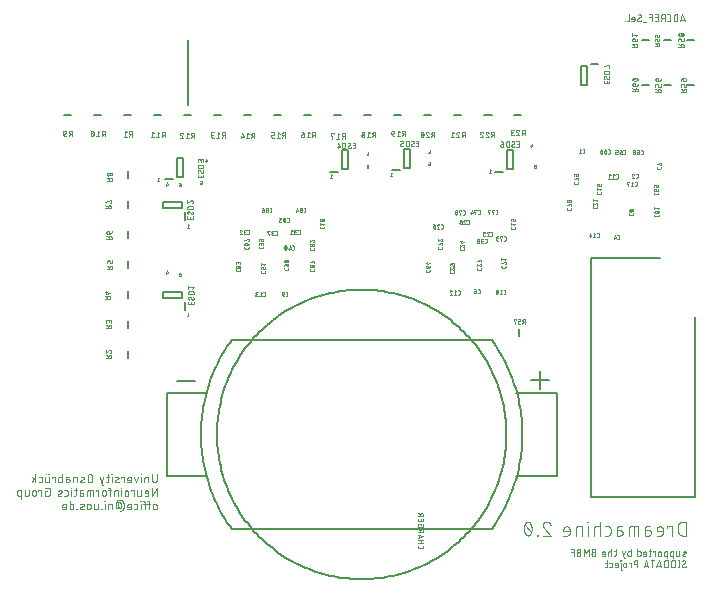
<source format=gbr>
G04 EAGLE Gerber RS-274X export*
G75*
%MOMM*%
%FSLAX34Y34*%
%LPD*%
%INSilkscreen Bottom*%
%IPPOS*%
%AMOC8*
5,1,8,0,0,1.08239X$1,22.5*%
G01*
%ADD10C,0.050800*%
%ADD11C,0.101600*%
%ADD12C,0.152400*%
%ADD13C,0.025400*%
%ADD14C,0.200000*%
%ADD15C,0.127000*%
%ADD16C,0.203200*%


D10*
X-36322Y536448D02*
X-38269Y542290D01*
X-40217Y536448D01*
X-39730Y537909D02*
X-36809Y537909D01*
X-42552Y536448D02*
X-42552Y542290D01*
X-44175Y542290D01*
X-44255Y542288D01*
X-44334Y542282D01*
X-44413Y542272D01*
X-44492Y542259D01*
X-44569Y542241D01*
X-44646Y542220D01*
X-44722Y542195D01*
X-44796Y542166D01*
X-44869Y542134D01*
X-44940Y542098D01*
X-45009Y542059D01*
X-45077Y542016D01*
X-45142Y541971D01*
X-45205Y541922D01*
X-45265Y541870D01*
X-45323Y541815D01*
X-45378Y541757D01*
X-45430Y541697D01*
X-45479Y541634D01*
X-45524Y541569D01*
X-45567Y541501D01*
X-45606Y541432D01*
X-45642Y541361D01*
X-45674Y541288D01*
X-45703Y541214D01*
X-45728Y541138D01*
X-45749Y541061D01*
X-45767Y540984D01*
X-45780Y540905D01*
X-45790Y540826D01*
X-45796Y540747D01*
X-45798Y540667D01*
X-45798Y538071D01*
X-45796Y537991D01*
X-45790Y537912D01*
X-45780Y537833D01*
X-45767Y537754D01*
X-45749Y537677D01*
X-45728Y537600D01*
X-45703Y537524D01*
X-45674Y537450D01*
X-45642Y537377D01*
X-45606Y537306D01*
X-45567Y537237D01*
X-45524Y537169D01*
X-45479Y537104D01*
X-45430Y537041D01*
X-45378Y536981D01*
X-45323Y536923D01*
X-45265Y536868D01*
X-45205Y536816D01*
X-45142Y536767D01*
X-45077Y536722D01*
X-45009Y536679D01*
X-44940Y536640D01*
X-44869Y536604D01*
X-44796Y536572D01*
X-44722Y536543D01*
X-44646Y536518D01*
X-44569Y536497D01*
X-44492Y536479D01*
X-44413Y536466D01*
X-44334Y536456D01*
X-44255Y536450D01*
X-44175Y536448D01*
X-42552Y536448D01*
X-49739Y536448D02*
X-51037Y536448D01*
X-49739Y536448D02*
X-49669Y536450D01*
X-49599Y536456D01*
X-49529Y536465D01*
X-49460Y536478D01*
X-49392Y536495D01*
X-49325Y536516D01*
X-49259Y536540D01*
X-49194Y536568D01*
X-49131Y536599D01*
X-49070Y536634D01*
X-49011Y536672D01*
X-48953Y536713D01*
X-48899Y536757D01*
X-48846Y536804D01*
X-48797Y536853D01*
X-48750Y536906D01*
X-48706Y536960D01*
X-48665Y537018D01*
X-48627Y537077D01*
X-48592Y537138D01*
X-48561Y537201D01*
X-48533Y537266D01*
X-48509Y537332D01*
X-48488Y537399D01*
X-48471Y537467D01*
X-48458Y537536D01*
X-48449Y537606D01*
X-48443Y537676D01*
X-48441Y537746D01*
X-48441Y540992D01*
X-48443Y541062D01*
X-48449Y541132D01*
X-48458Y541202D01*
X-48471Y541271D01*
X-48488Y541339D01*
X-48509Y541406D01*
X-48533Y541472D01*
X-48561Y541537D01*
X-48592Y541600D01*
X-48627Y541661D01*
X-48665Y541720D01*
X-48706Y541778D01*
X-48750Y541832D01*
X-48797Y541885D01*
X-48846Y541934D01*
X-48899Y541981D01*
X-48953Y542025D01*
X-49011Y542066D01*
X-49070Y542104D01*
X-49131Y542139D01*
X-49194Y542170D01*
X-49259Y542198D01*
X-49325Y542222D01*
X-49392Y542243D01*
X-49460Y542260D01*
X-49529Y542273D01*
X-49599Y542282D01*
X-49669Y542288D01*
X-49739Y542290D01*
X-51037Y542290D01*
X-53447Y542290D02*
X-53447Y536448D01*
X-53447Y542290D02*
X-55070Y542290D01*
X-55150Y542288D01*
X-55229Y542282D01*
X-55308Y542272D01*
X-55387Y542259D01*
X-55464Y542241D01*
X-55541Y542220D01*
X-55617Y542195D01*
X-55691Y542166D01*
X-55764Y542134D01*
X-55835Y542098D01*
X-55904Y542059D01*
X-55972Y542016D01*
X-56037Y541971D01*
X-56100Y541922D01*
X-56160Y541870D01*
X-56218Y541815D01*
X-56273Y541757D01*
X-56325Y541697D01*
X-56374Y541634D01*
X-56419Y541569D01*
X-56462Y541501D01*
X-56501Y541432D01*
X-56537Y541361D01*
X-56569Y541288D01*
X-56598Y541214D01*
X-56623Y541138D01*
X-56644Y541061D01*
X-56662Y540984D01*
X-56675Y540905D01*
X-56685Y540826D01*
X-56691Y540747D01*
X-56693Y540667D01*
X-56691Y540587D01*
X-56685Y540508D01*
X-56675Y540429D01*
X-56662Y540350D01*
X-56644Y540273D01*
X-56623Y540196D01*
X-56598Y540120D01*
X-56569Y540046D01*
X-56537Y539973D01*
X-56501Y539902D01*
X-56462Y539833D01*
X-56419Y539765D01*
X-56374Y539700D01*
X-56325Y539637D01*
X-56273Y539577D01*
X-56218Y539519D01*
X-56160Y539464D01*
X-56100Y539412D01*
X-56037Y539363D01*
X-55972Y539318D01*
X-55904Y539275D01*
X-55835Y539236D01*
X-55764Y539200D01*
X-55691Y539168D01*
X-55617Y539139D01*
X-55541Y539114D01*
X-55464Y539093D01*
X-55387Y539075D01*
X-55308Y539062D01*
X-55229Y539052D01*
X-55150Y539046D01*
X-55070Y539044D01*
X-53447Y539044D01*
X-55395Y539044D02*
X-56693Y536448D01*
X-59327Y536448D02*
X-61924Y536448D01*
X-59327Y536448D02*
X-59327Y542290D01*
X-61924Y542290D01*
X-61275Y539694D02*
X-59327Y539694D01*
X-64280Y542290D02*
X-64280Y536448D01*
X-64280Y542290D02*
X-66877Y542290D01*
X-66877Y539694D02*
X-64280Y539694D01*
X-68784Y535799D02*
X-71381Y535799D01*
X-75360Y536448D02*
X-75430Y536450D01*
X-75500Y536456D01*
X-75570Y536465D01*
X-75639Y536478D01*
X-75707Y536495D01*
X-75774Y536516D01*
X-75840Y536540D01*
X-75905Y536568D01*
X-75968Y536599D01*
X-76029Y536634D01*
X-76088Y536672D01*
X-76146Y536713D01*
X-76200Y536757D01*
X-76253Y536804D01*
X-76302Y536853D01*
X-76349Y536906D01*
X-76393Y536960D01*
X-76434Y537018D01*
X-76472Y537077D01*
X-76507Y537138D01*
X-76538Y537201D01*
X-76566Y537266D01*
X-76590Y537332D01*
X-76611Y537399D01*
X-76628Y537467D01*
X-76641Y537536D01*
X-76650Y537606D01*
X-76656Y537676D01*
X-76658Y537746D01*
X-75360Y536448D02*
X-75257Y536450D01*
X-75154Y536456D01*
X-75051Y536465D01*
X-74949Y536479D01*
X-74848Y536496D01*
X-74747Y536517D01*
X-74647Y536542D01*
X-74548Y536571D01*
X-74450Y536603D01*
X-74353Y536640D01*
X-74258Y536679D01*
X-74164Y536722D01*
X-74072Y536769D01*
X-73982Y536819D01*
X-73894Y536873D01*
X-73808Y536929D01*
X-73724Y536989D01*
X-73643Y537052D01*
X-73564Y537118D01*
X-73487Y537187D01*
X-73413Y537259D01*
X-73575Y540992D02*
X-73577Y541062D01*
X-73583Y541132D01*
X-73592Y541202D01*
X-73605Y541271D01*
X-73622Y541339D01*
X-73643Y541406D01*
X-73667Y541472D01*
X-73695Y541537D01*
X-73726Y541600D01*
X-73761Y541661D01*
X-73799Y541720D01*
X-73840Y541778D01*
X-73884Y541832D01*
X-73931Y541885D01*
X-73980Y541934D01*
X-74033Y541981D01*
X-74087Y542025D01*
X-74145Y542066D01*
X-74204Y542104D01*
X-74265Y542139D01*
X-74328Y542170D01*
X-74393Y542198D01*
X-74459Y542222D01*
X-74526Y542243D01*
X-74594Y542260D01*
X-74663Y542273D01*
X-74733Y542282D01*
X-74803Y542288D01*
X-74873Y542290D01*
X-74971Y542288D01*
X-75069Y542282D01*
X-75166Y542272D01*
X-75263Y542259D01*
X-75359Y542241D01*
X-75455Y542219D01*
X-75549Y542194D01*
X-75643Y542165D01*
X-75735Y542132D01*
X-75826Y542096D01*
X-75915Y542056D01*
X-76003Y542012D01*
X-76088Y541965D01*
X-76172Y541914D01*
X-76254Y541860D01*
X-76333Y541803D01*
X-74225Y539856D02*
X-74167Y539893D01*
X-74111Y539932D01*
X-74057Y539974D01*
X-74005Y540019D01*
X-73956Y540066D01*
X-73909Y540116D01*
X-73865Y540168D01*
X-73824Y540223D01*
X-73785Y540280D01*
X-73750Y540338D01*
X-73717Y540398D01*
X-73688Y540460D01*
X-73662Y540523D01*
X-73639Y540588D01*
X-73620Y540654D01*
X-73604Y540720D01*
X-73592Y540788D01*
X-73583Y540855D01*
X-73578Y540924D01*
X-73576Y540992D01*
X-76010Y538882D02*
X-76068Y538846D01*
X-76124Y538807D01*
X-76178Y538765D01*
X-76230Y538720D01*
X-76279Y538672D01*
X-76326Y538622D01*
X-76370Y538570D01*
X-76411Y538516D01*
X-76450Y538459D01*
X-76485Y538400D01*
X-76518Y538340D01*
X-76547Y538278D01*
X-76573Y538215D01*
X-76596Y538150D01*
X-76615Y538085D01*
X-76631Y538018D01*
X-76643Y537951D01*
X-76652Y537883D01*
X-76657Y537814D01*
X-76659Y537746D01*
X-76009Y538882D02*
X-74224Y539856D01*
X-79855Y536448D02*
X-81477Y536448D01*
X-79855Y536448D02*
X-79794Y536450D01*
X-79733Y536456D01*
X-79672Y536465D01*
X-79613Y536479D01*
X-79554Y536496D01*
X-79496Y536516D01*
X-79440Y536541D01*
X-79386Y536568D01*
X-79333Y536600D01*
X-79282Y536634D01*
X-79234Y536672D01*
X-79188Y536712D01*
X-79145Y536755D01*
X-79105Y536801D01*
X-79067Y536849D01*
X-79033Y536900D01*
X-79001Y536953D01*
X-78974Y537007D01*
X-78949Y537063D01*
X-78929Y537121D01*
X-78912Y537180D01*
X-78898Y537239D01*
X-78889Y537300D01*
X-78883Y537361D01*
X-78881Y537422D01*
X-78881Y539044D01*
X-78883Y539114D01*
X-78889Y539184D01*
X-78898Y539254D01*
X-78911Y539323D01*
X-78928Y539391D01*
X-78949Y539458D01*
X-78973Y539524D01*
X-79001Y539589D01*
X-79032Y539652D01*
X-79067Y539713D01*
X-79105Y539772D01*
X-79146Y539830D01*
X-79190Y539884D01*
X-79237Y539937D01*
X-79286Y539986D01*
X-79339Y540033D01*
X-79393Y540077D01*
X-79451Y540118D01*
X-79510Y540156D01*
X-79571Y540191D01*
X-79634Y540222D01*
X-79699Y540250D01*
X-79765Y540274D01*
X-79832Y540295D01*
X-79900Y540312D01*
X-79969Y540325D01*
X-80039Y540334D01*
X-80109Y540340D01*
X-80179Y540342D01*
X-80249Y540340D01*
X-80319Y540334D01*
X-80389Y540325D01*
X-80458Y540312D01*
X-80526Y540295D01*
X-80593Y540274D01*
X-80659Y540250D01*
X-80724Y540222D01*
X-80787Y540191D01*
X-80848Y540156D01*
X-80907Y540118D01*
X-80965Y540077D01*
X-81019Y540033D01*
X-81072Y539986D01*
X-81121Y539937D01*
X-81168Y539884D01*
X-81212Y539830D01*
X-81253Y539772D01*
X-81291Y539713D01*
X-81326Y539652D01*
X-81357Y539589D01*
X-81385Y539524D01*
X-81409Y539458D01*
X-81430Y539391D01*
X-81447Y539323D01*
X-81460Y539254D01*
X-81469Y539184D01*
X-81475Y539114D01*
X-81477Y539044D01*
X-81477Y538395D01*
X-78881Y538395D01*
X-83909Y537422D02*
X-83909Y542290D01*
X-83908Y537422D02*
X-83910Y537361D01*
X-83916Y537300D01*
X-83925Y537239D01*
X-83939Y537180D01*
X-83956Y537121D01*
X-83976Y537063D01*
X-84001Y537007D01*
X-84028Y536953D01*
X-84060Y536900D01*
X-84094Y536849D01*
X-84132Y536801D01*
X-84172Y536755D01*
X-84215Y536712D01*
X-84261Y536672D01*
X-84309Y536634D01*
X-84360Y536600D01*
X-84413Y536568D01*
X-84467Y536541D01*
X-84523Y536516D01*
X-84581Y536496D01*
X-84640Y536479D01*
X-84699Y536465D01*
X-84760Y536456D01*
X-84821Y536450D01*
X-84882Y536448D01*
X-86684Y536448D02*
X-86684Y536773D01*
X-87009Y536773D01*
X-87009Y536448D01*
X-86684Y536448D01*
X-483362Y153162D02*
X-483362Y148026D01*
X-483364Y147939D01*
X-483370Y147851D01*
X-483379Y147764D01*
X-483393Y147678D01*
X-483410Y147592D01*
X-483431Y147508D01*
X-483456Y147424D01*
X-483485Y147341D01*
X-483517Y147260D01*
X-483552Y147180D01*
X-483591Y147102D01*
X-483634Y147025D01*
X-483680Y146951D01*
X-483729Y146879D01*
X-483781Y146809D01*
X-483837Y146741D01*
X-483895Y146676D01*
X-483956Y146613D01*
X-484020Y146554D01*
X-484087Y146497D01*
X-484155Y146443D01*
X-484227Y146392D01*
X-484300Y146345D01*
X-484375Y146300D01*
X-484453Y146259D01*
X-484532Y146222D01*
X-484612Y146188D01*
X-484694Y146158D01*
X-484777Y146131D01*
X-484862Y146108D01*
X-484947Y146089D01*
X-485033Y146074D01*
X-485120Y146062D01*
X-485207Y146054D01*
X-485294Y146050D01*
X-485382Y146050D01*
X-485469Y146054D01*
X-485556Y146062D01*
X-485643Y146074D01*
X-485729Y146089D01*
X-485814Y146108D01*
X-485899Y146131D01*
X-485982Y146158D01*
X-486064Y146188D01*
X-486144Y146222D01*
X-486223Y146259D01*
X-486301Y146300D01*
X-486376Y146345D01*
X-486449Y146392D01*
X-486521Y146443D01*
X-486589Y146497D01*
X-486656Y146554D01*
X-486720Y146613D01*
X-486781Y146676D01*
X-486839Y146741D01*
X-486895Y146809D01*
X-486947Y146879D01*
X-486996Y146951D01*
X-487042Y147025D01*
X-487085Y147102D01*
X-487124Y147180D01*
X-487159Y147260D01*
X-487191Y147341D01*
X-487220Y147424D01*
X-487245Y147508D01*
X-487266Y147592D01*
X-487283Y147678D01*
X-487297Y147764D01*
X-487306Y147851D01*
X-487312Y147939D01*
X-487314Y148026D01*
X-487313Y148026D02*
X-487313Y153162D01*
X-490615Y150791D02*
X-490615Y146050D01*
X-490615Y150791D02*
X-492591Y150791D01*
X-492657Y150789D01*
X-492724Y150784D01*
X-492789Y150774D01*
X-492855Y150761D01*
X-492919Y150745D01*
X-492982Y150725D01*
X-493044Y150701D01*
X-493105Y150674D01*
X-493164Y150643D01*
X-493221Y150609D01*
X-493277Y150572D01*
X-493330Y150532D01*
X-493381Y150490D01*
X-493429Y150444D01*
X-493475Y150396D01*
X-493517Y150345D01*
X-493557Y150292D01*
X-493594Y150236D01*
X-493628Y150179D01*
X-493659Y150120D01*
X-493686Y150060D01*
X-493709Y149997D01*
X-493730Y149934D01*
X-493746Y149870D01*
X-493759Y149805D01*
X-493769Y149739D01*
X-493774Y149672D01*
X-493776Y149606D01*
X-493776Y146050D01*
X-496767Y146050D02*
X-496767Y150791D01*
X-496570Y152767D02*
X-496570Y153162D01*
X-496965Y153162D01*
X-496965Y152767D01*
X-496570Y152767D01*
X-499302Y150791D02*
X-500882Y146050D01*
X-502463Y150791D01*
X-506202Y146050D02*
X-508178Y146050D01*
X-506202Y146050D02*
X-506136Y146052D01*
X-506069Y146057D01*
X-506004Y146067D01*
X-505938Y146080D01*
X-505874Y146096D01*
X-505811Y146116D01*
X-505749Y146140D01*
X-505688Y146167D01*
X-505629Y146198D01*
X-505572Y146232D01*
X-505516Y146269D01*
X-505463Y146309D01*
X-505412Y146351D01*
X-505364Y146397D01*
X-505318Y146445D01*
X-505276Y146496D01*
X-505236Y146549D01*
X-505199Y146605D01*
X-505165Y146662D01*
X-505134Y146721D01*
X-505107Y146782D01*
X-505083Y146844D01*
X-505063Y146907D01*
X-505047Y146971D01*
X-505034Y147037D01*
X-505024Y147102D01*
X-505019Y147169D01*
X-505017Y147235D01*
X-505017Y149211D01*
X-505019Y149290D01*
X-505025Y149368D01*
X-505035Y149446D01*
X-505048Y149524D01*
X-505066Y149601D01*
X-505087Y149677D01*
X-505112Y149751D01*
X-505141Y149825D01*
X-505173Y149897D01*
X-505209Y149967D01*
X-505249Y150035D01*
X-505292Y150101D01*
X-505338Y150165D01*
X-505387Y150227D01*
X-505439Y150286D01*
X-505494Y150342D01*
X-505552Y150396D01*
X-505612Y150446D01*
X-505675Y150494D01*
X-505740Y150538D01*
X-505807Y150579D01*
X-505876Y150617D01*
X-505947Y150651D01*
X-506020Y150682D01*
X-506094Y150709D01*
X-506169Y150732D01*
X-506245Y150751D01*
X-506323Y150767D01*
X-506401Y150779D01*
X-506479Y150787D01*
X-506558Y150791D01*
X-506636Y150791D01*
X-506715Y150787D01*
X-506793Y150779D01*
X-506871Y150767D01*
X-506949Y150751D01*
X-507025Y150732D01*
X-507100Y150709D01*
X-507174Y150682D01*
X-507247Y150651D01*
X-507318Y150617D01*
X-507387Y150579D01*
X-507454Y150538D01*
X-507519Y150494D01*
X-507582Y150446D01*
X-507642Y150396D01*
X-507700Y150342D01*
X-507755Y150286D01*
X-507807Y150227D01*
X-507856Y150165D01*
X-507902Y150101D01*
X-507945Y150035D01*
X-507985Y149967D01*
X-508021Y149897D01*
X-508053Y149825D01*
X-508082Y149751D01*
X-508107Y149677D01*
X-508128Y149601D01*
X-508146Y149524D01*
X-508159Y149446D01*
X-508169Y149368D01*
X-508175Y149290D01*
X-508177Y149211D01*
X-508178Y149211D02*
X-508178Y148421D01*
X-505017Y148421D01*
X-511225Y146050D02*
X-511225Y150791D01*
X-513596Y150791D01*
X-513596Y150001D01*
X-516354Y148816D02*
X-518329Y148026D01*
X-516354Y148816D02*
X-516296Y148841D01*
X-516240Y148870D01*
X-516185Y148902D01*
X-516133Y148938D01*
X-516083Y148977D01*
X-516036Y149018D01*
X-515991Y149063D01*
X-515949Y149110D01*
X-515910Y149159D01*
X-515874Y149211D01*
X-515841Y149265D01*
X-515812Y149321D01*
X-515786Y149379D01*
X-515764Y149438D01*
X-515746Y149499D01*
X-515731Y149560D01*
X-515720Y149622D01*
X-515713Y149685D01*
X-515710Y149748D01*
X-515711Y149811D01*
X-515716Y149874D01*
X-515724Y149937D01*
X-515737Y149999D01*
X-515753Y150060D01*
X-515773Y150120D01*
X-515796Y150178D01*
X-515823Y150235D01*
X-515854Y150290D01*
X-515888Y150344D01*
X-515925Y150395D01*
X-515965Y150443D01*
X-516008Y150490D01*
X-516054Y150533D01*
X-516103Y150573D01*
X-516154Y150611D01*
X-516207Y150645D01*
X-516262Y150676D01*
X-516319Y150703D01*
X-516377Y150727D01*
X-516437Y150747D01*
X-516498Y150763D01*
X-516560Y150776D01*
X-516623Y150785D01*
X-516685Y150790D01*
X-516749Y150791D01*
X-516749Y150792D02*
X-516880Y150788D01*
X-517011Y150780D01*
X-517141Y150769D01*
X-517271Y150754D01*
X-517401Y150734D01*
X-517530Y150712D01*
X-517658Y150685D01*
X-517786Y150655D01*
X-517912Y150621D01*
X-518038Y150583D01*
X-518162Y150542D01*
X-518285Y150497D01*
X-518407Y150448D01*
X-518527Y150396D01*
X-518329Y148025D02*
X-518387Y148000D01*
X-518443Y147971D01*
X-518498Y147939D01*
X-518550Y147903D01*
X-518600Y147864D01*
X-518647Y147823D01*
X-518692Y147778D01*
X-518734Y147731D01*
X-518773Y147682D01*
X-518809Y147630D01*
X-518842Y147576D01*
X-518871Y147520D01*
X-518897Y147462D01*
X-518919Y147403D01*
X-518937Y147342D01*
X-518952Y147281D01*
X-518963Y147219D01*
X-518970Y147156D01*
X-518973Y147093D01*
X-518972Y147030D01*
X-518967Y146967D01*
X-518959Y146904D01*
X-518946Y146842D01*
X-518930Y146781D01*
X-518910Y146721D01*
X-518887Y146663D01*
X-518860Y146606D01*
X-518829Y146551D01*
X-518795Y146497D01*
X-518758Y146446D01*
X-518718Y146398D01*
X-518675Y146351D01*
X-518629Y146308D01*
X-518580Y146268D01*
X-518529Y146230D01*
X-518476Y146196D01*
X-518421Y146165D01*
X-518364Y146138D01*
X-518306Y146114D01*
X-518246Y146094D01*
X-518185Y146078D01*
X-518123Y146065D01*
X-518060Y146056D01*
X-517998Y146051D01*
X-517934Y146050D01*
X-517776Y146054D01*
X-517618Y146062D01*
X-517460Y146073D01*
X-517302Y146089D01*
X-517144Y146108D01*
X-516988Y146131D01*
X-516831Y146157D01*
X-516676Y146187D01*
X-516521Y146221D01*
X-516367Y146259D01*
X-516214Y146300D01*
X-516062Y146345D01*
X-515911Y146393D01*
X-515761Y146445D01*
X-521685Y146050D02*
X-521685Y150791D01*
X-521487Y152767D02*
X-521487Y153162D01*
X-521882Y153162D01*
X-521882Y152767D01*
X-521487Y152767D01*
X-523878Y150791D02*
X-526248Y150791D01*
X-524668Y153162D02*
X-524668Y147235D01*
X-524670Y147169D01*
X-524675Y147102D01*
X-524685Y147037D01*
X-524698Y146971D01*
X-524714Y146907D01*
X-524734Y146844D01*
X-524758Y146782D01*
X-524785Y146721D01*
X-524816Y146662D01*
X-524850Y146605D01*
X-524887Y146549D01*
X-524927Y146496D01*
X-524969Y146445D01*
X-525015Y146397D01*
X-525063Y146351D01*
X-525114Y146309D01*
X-525167Y146269D01*
X-525223Y146232D01*
X-525280Y146198D01*
X-525339Y146167D01*
X-525400Y146140D01*
X-525462Y146116D01*
X-525525Y146096D01*
X-525589Y146080D01*
X-525655Y146067D01*
X-525720Y146057D01*
X-525787Y146052D01*
X-525853Y146050D01*
X-526248Y146050D01*
X-528562Y143679D02*
X-529353Y143679D01*
X-531723Y150791D01*
X-528562Y150791D02*
X-530143Y146050D01*
X-537997Y148026D02*
X-537997Y151186D01*
X-537999Y151273D01*
X-538005Y151361D01*
X-538014Y151448D01*
X-538028Y151534D01*
X-538045Y151620D01*
X-538066Y151704D01*
X-538091Y151788D01*
X-538120Y151871D01*
X-538152Y151952D01*
X-538187Y152032D01*
X-538226Y152110D01*
X-538269Y152187D01*
X-538315Y152261D01*
X-538364Y152333D01*
X-538416Y152403D01*
X-538472Y152471D01*
X-538530Y152536D01*
X-538591Y152599D01*
X-538655Y152658D01*
X-538722Y152715D01*
X-538790Y152769D01*
X-538862Y152820D01*
X-538935Y152867D01*
X-539010Y152912D01*
X-539088Y152953D01*
X-539167Y152990D01*
X-539247Y153024D01*
X-539329Y153054D01*
X-539412Y153081D01*
X-539497Y153104D01*
X-539582Y153123D01*
X-539668Y153138D01*
X-539755Y153150D01*
X-539842Y153158D01*
X-539929Y153162D01*
X-540017Y153162D01*
X-540104Y153158D01*
X-540191Y153150D01*
X-540278Y153138D01*
X-540364Y153123D01*
X-540449Y153104D01*
X-540534Y153081D01*
X-540617Y153054D01*
X-540699Y153024D01*
X-540779Y152990D01*
X-540858Y152953D01*
X-540936Y152912D01*
X-541011Y152867D01*
X-541084Y152820D01*
X-541156Y152769D01*
X-541224Y152715D01*
X-541291Y152658D01*
X-541355Y152599D01*
X-541416Y152536D01*
X-541474Y152471D01*
X-541530Y152403D01*
X-541582Y152333D01*
X-541631Y152261D01*
X-541677Y152187D01*
X-541720Y152110D01*
X-541759Y152032D01*
X-541794Y151952D01*
X-541826Y151871D01*
X-541855Y151788D01*
X-541880Y151704D01*
X-541901Y151620D01*
X-541918Y151534D01*
X-541932Y151448D01*
X-541941Y151361D01*
X-541947Y151273D01*
X-541949Y151186D01*
X-541948Y151186D02*
X-541948Y148026D01*
X-541949Y148026D02*
X-541947Y147939D01*
X-541941Y147851D01*
X-541932Y147764D01*
X-541918Y147678D01*
X-541901Y147592D01*
X-541880Y147508D01*
X-541855Y147424D01*
X-541826Y147341D01*
X-541794Y147260D01*
X-541759Y147180D01*
X-541720Y147102D01*
X-541677Y147025D01*
X-541631Y146951D01*
X-541582Y146879D01*
X-541530Y146809D01*
X-541474Y146741D01*
X-541416Y146676D01*
X-541355Y146613D01*
X-541291Y146554D01*
X-541224Y146497D01*
X-541156Y146443D01*
X-541084Y146392D01*
X-541011Y146345D01*
X-540936Y146300D01*
X-540858Y146259D01*
X-540779Y146222D01*
X-540699Y146188D01*
X-540617Y146158D01*
X-540534Y146131D01*
X-540449Y146108D01*
X-540364Y146089D01*
X-540278Y146074D01*
X-540191Y146062D01*
X-540104Y146054D01*
X-540017Y146050D01*
X-539929Y146050D01*
X-539842Y146054D01*
X-539755Y146062D01*
X-539668Y146074D01*
X-539582Y146089D01*
X-539497Y146108D01*
X-539412Y146131D01*
X-539329Y146158D01*
X-539247Y146188D01*
X-539167Y146222D01*
X-539088Y146259D01*
X-539010Y146300D01*
X-538935Y146345D01*
X-538862Y146392D01*
X-538790Y146443D01*
X-538722Y146497D01*
X-538655Y146554D01*
X-538591Y146613D01*
X-538530Y146676D01*
X-538472Y146741D01*
X-538416Y146809D01*
X-538364Y146879D01*
X-538315Y146951D01*
X-538269Y147025D01*
X-538226Y147102D01*
X-538187Y147180D01*
X-538152Y147260D01*
X-538120Y147341D01*
X-538091Y147424D01*
X-538066Y147508D01*
X-538045Y147592D01*
X-538028Y147678D01*
X-538014Y147764D01*
X-538005Y147851D01*
X-537999Y147939D01*
X-537997Y148026D01*
X-545386Y148816D02*
X-547361Y148026D01*
X-545386Y148816D02*
X-545328Y148841D01*
X-545272Y148870D01*
X-545217Y148902D01*
X-545165Y148938D01*
X-545115Y148977D01*
X-545068Y149018D01*
X-545023Y149063D01*
X-544981Y149110D01*
X-544942Y149159D01*
X-544906Y149211D01*
X-544873Y149265D01*
X-544844Y149321D01*
X-544818Y149379D01*
X-544796Y149438D01*
X-544778Y149499D01*
X-544763Y149560D01*
X-544752Y149622D01*
X-544745Y149685D01*
X-544742Y149748D01*
X-544743Y149811D01*
X-544748Y149874D01*
X-544756Y149937D01*
X-544769Y149999D01*
X-544785Y150060D01*
X-544805Y150120D01*
X-544828Y150178D01*
X-544855Y150235D01*
X-544886Y150290D01*
X-544920Y150344D01*
X-544957Y150395D01*
X-544997Y150443D01*
X-545040Y150490D01*
X-545086Y150533D01*
X-545135Y150573D01*
X-545186Y150611D01*
X-545239Y150645D01*
X-545294Y150676D01*
X-545351Y150703D01*
X-545409Y150727D01*
X-545469Y150747D01*
X-545530Y150763D01*
X-545592Y150776D01*
X-545655Y150785D01*
X-545717Y150790D01*
X-545781Y150791D01*
X-545781Y150792D02*
X-545912Y150788D01*
X-546043Y150780D01*
X-546173Y150769D01*
X-546303Y150754D01*
X-546433Y150734D01*
X-546562Y150712D01*
X-546690Y150685D01*
X-546818Y150655D01*
X-546944Y150621D01*
X-547070Y150583D01*
X-547194Y150542D01*
X-547317Y150497D01*
X-547439Y150448D01*
X-547559Y150396D01*
X-547361Y148025D02*
X-547419Y148000D01*
X-547475Y147971D01*
X-547530Y147939D01*
X-547582Y147903D01*
X-547632Y147864D01*
X-547679Y147823D01*
X-547724Y147778D01*
X-547766Y147731D01*
X-547805Y147682D01*
X-547841Y147630D01*
X-547874Y147576D01*
X-547903Y147520D01*
X-547929Y147462D01*
X-547951Y147403D01*
X-547969Y147342D01*
X-547984Y147281D01*
X-547995Y147219D01*
X-548002Y147156D01*
X-548005Y147093D01*
X-548004Y147030D01*
X-547999Y146967D01*
X-547991Y146904D01*
X-547978Y146842D01*
X-547962Y146781D01*
X-547942Y146721D01*
X-547919Y146663D01*
X-547892Y146606D01*
X-547861Y146551D01*
X-547827Y146497D01*
X-547790Y146446D01*
X-547750Y146398D01*
X-547707Y146351D01*
X-547661Y146308D01*
X-547612Y146268D01*
X-547561Y146230D01*
X-547508Y146196D01*
X-547453Y146165D01*
X-547396Y146138D01*
X-547338Y146114D01*
X-547278Y146094D01*
X-547217Y146078D01*
X-547155Y146065D01*
X-547092Y146056D01*
X-547030Y146051D01*
X-546966Y146050D01*
X-546808Y146054D01*
X-546650Y146062D01*
X-546492Y146073D01*
X-546334Y146089D01*
X-546176Y146108D01*
X-546020Y146131D01*
X-545863Y146157D01*
X-545708Y146187D01*
X-545553Y146221D01*
X-545399Y146259D01*
X-545246Y146300D01*
X-545094Y146345D01*
X-544943Y146393D01*
X-544793Y146445D01*
X-550965Y146050D02*
X-550965Y150791D01*
X-552941Y150791D01*
X-553007Y150789D01*
X-553074Y150784D01*
X-553139Y150774D01*
X-553205Y150761D01*
X-553269Y150745D01*
X-553332Y150725D01*
X-553394Y150701D01*
X-553455Y150674D01*
X-553514Y150643D01*
X-553571Y150609D01*
X-553627Y150572D01*
X-553680Y150532D01*
X-553731Y150490D01*
X-553779Y150444D01*
X-553825Y150396D01*
X-553867Y150345D01*
X-553907Y150292D01*
X-553944Y150236D01*
X-553978Y150179D01*
X-554009Y150120D01*
X-554036Y150060D01*
X-554059Y149997D01*
X-554080Y149934D01*
X-554096Y149870D01*
X-554109Y149805D01*
X-554119Y149739D01*
X-554124Y149672D01*
X-554126Y149606D01*
X-554126Y146050D01*
X-558488Y148816D02*
X-560266Y148816D01*
X-558488Y148816D02*
X-558414Y148814D01*
X-558341Y148808D01*
X-558268Y148798D01*
X-558196Y148785D01*
X-558124Y148767D01*
X-558054Y148746D01*
X-557984Y148721D01*
X-557917Y148692D01*
X-557850Y148660D01*
X-557786Y148625D01*
X-557723Y148585D01*
X-557663Y148543D01*
X-557605Y148498D01*
X-557550Y148449D01*
X-557497Y148398D01*
X-557447Y148344D01*
X-557400Y148287D01*
X-557356Y148228D01*
X-557316Y148167D01*
X-557278Y148103D01*
X-557244Y148038D01*
X-557214Y147971D01*
X-557187Y147902D01*
X-557164Y147832D01*
X-557145Y147761D01*
X-557129Y147689D01*
X-557117Y147617D01*
X-557109Y147543D01*
X-557105Y147470D01*
X-557105Y147396D01*
X-557109Y147323D01*
X-557117Y147249D01*
X-557129Y147177D01*
X-557145Y147105D01*
X-557164Y147034D01*
X-557187Y146964D01*
X-557214Y146895D01*
X-557244Y146828D01*
X-557278Y146763D01*
X-557316Y146699D01*
X-557356Y146638D01*
X-557400Y146579D01*
X-557447Y146522D01*
X-557497Y146468D01*
X-557550Y146417D01*
X-557605Y146368D01*
X-557663Y146323D01*
X-557723Y146281D01*
X-557786Y146241D01*
X-557850Y146206D01*
X-557917Y146174D01*
X-557984Y146145D01*
X-558054Y146120D01*
X-558124Y146099D01*
X-558196Y146081D01*
X-558268Y146068D01*
X-558341Y146058D01*
X-558414Y146052D01*
X-558488Y146050D01*
X-560266Y146050D01*
X-560266Y149606D01*
X-560265Y149606D02*
X-560263Y149672D01*
X-560258Y149739D01*
X-560248Y149804D01*
X-560235Y149870D01*
X-560219Y149934D01*
X-560199Y149997D01*
X-560175Y150059D01*
X-560148Y150120D01*
X-560117Y150179D01*
X-560083Y150236D01*
X-560046Y150292D01*
X-560006Y150345D01*
X-559964Y150396D01*
X-559918Y150444D01*
X-559870Y150490D01*
X-559819Y150532D01*
X-559766Y150572D01*
X-559710Y150609D01*
X-559653Y150643D01*
X-559594Y150674D01*
X-559533Y150701D01*
X-559471Y150725D01*
X-559408Y150745D01*
X-559344Y150761D01*
X-559278Y150774D01*
X-559213Y150784D01*
X-559146Y150789D01*
X-559080Y150791D01*
X-557500Y150791D01*
X-563570Y153162D02*
X-563570Y146050D01*
X-565546Y146050D01*
X-565612Y146052D01*
X-565679Y146057D01*
X-565744Y146067D01*
X-565810Y146080D01*
X-565874Y146096D01*
X-565937Y146116D01*
X-565999Y146140D01*
X-566060Y146167D01*
X-566119Y146198D01*
X-566176Y146232D01*
X-566232Y146269D01*
X-566285Y146309D01*
X-566336Y146351D01*
X-566384Y146397D01*
X-566430Y146445D01*
X-566472Y146496D01*
X-566512Y146549D01*
X-566549Y146605D01*
X-566583Y146662D01*
X-566614Y146721D01*
X-566641Y146781D01*
X-566664Y146844D01*
X-566685Y146907D01*
X-566701Y146971D01*
X-566714Y147036D01*
X-566724Y147102D01*
X-566729Y147169D01*
X-566731Y147235D01*
X-566731Y149606D01*
X-566729Y149672D01*
X-566724Y149739D01*
X-566714Y149804D01*
X-566701Y149870D01*
X-566685Y149934D01*
X-566665Y149997D01*
X-566641Y150059D01*
X-566614Y150120D01*
X-566583Y150179D01*
X-566549Y150236D01*
X-566512Y150292D01*
X-566472Y150345D01*
X-566430Y150396D01*
X-566384Y150444D01*
X-566336Y150490D01*
X-566285Y150532D01*
X-566232Y150572D01*
X-566176Y150609D01*
X-566119Y150643D01*
X-566060Y150674D01*
X-565999Y150701D01*
X-565937Y150725D01*
X-565874Y150745D01*
X-565810Y150761D01*
X-565744Y150774D01*
X-565679Y150784D01*
X-565612Y150789D01*
X-565546Y150791D01*
X-563570Y150791D01*
X-569747Y150791D02*
X-569747Y146050D01*
X-569747Y150791D02*
X-572117Y150791D01*
X-572117Y150001D01*
X-574511Y150791D02*
X-574511Y147235D01*
X-574513Y147169D01*
X-574518Y147102D01*
X-574528Y147037D01*
X-574541Y146971D01*
X-574557Y146907D01*
X-574577Y146844D01*
X-574601Y146782D01*
X-574628Y146721D01*
X-574659Y146662D01*
X-574693Y146605D01*
X-574730Y146549D01*
X-574770Y146496D01*
X-574812Y146445D01*
X-574858Y146397D01*
X-574906Y146351D01*
X-574957Y146309D01*
X-575010Y146269D01*
X-575066Y146232D01*
X-575123Y146198D01*
X-575182Y146167D01*
X-575243Y146140D01*
X-575305Y146116D01*
X-575368Y146096D01*
X-575432Y146080D01*
X-575498Y146067D01*
X-575563Y146057D01*
X-575630Y146052D01*
X-575696Y146050D01*
X-577672Y146050D01*
X-577672Y150791D01*
X-574708Y152767D02*
X-574708Y153162D01*
X-575103Y153162D01*
X-575103Y152767D01*
X-574708Y152767D01*
X-577079Y152767D02*
X-577079Y153162D01*
X-577474Y153162D01*
X-577474Y152767D01*
X-577079Y152767D01*
X-581875Y146050D02*
X-583456Y146050D01*
X-581875Y146050D02*
X-581809Y146052D01*
X-581742Y146057D01*
X-581677Y146067D01*
X-581611Y146080D01*
X-581547Y146096D01*
X-581484Y146116D01*
X-581422Y146140D01*
X-581361Y146167D01*
X-581302Y146198D01*
X-581245Y146232D01*
X-581189Y146269D01*
X-581136Y146309D01*
X-581085Y146351D01*
X-581037Y146397D01*
X-580991Y146445D01*
X-580949Y146496D01*
X-580909Y146549D01*
X-580872Y146605D01*
X-580838Y146662D01*
X-580807Y146721D01*
X-580780Y146782D01*
X-580756Y146844D01*
X-580736Y146907D01*
X-580720Y146971D01*
X-580707Y147037D01*
X-580697Y147102D01*
X-580692Y147169D01*
X-580690Y147235D01*
X-580690Y149606D01*
X-580692Y149672D01*
X-580697Y149739D01*
X-580707Y149804D01*
X-580720Y149870D01*
X-580736Y149934D01*
X-580756Y149997D01*
X-580780Y150059D01*
X-580807Y150120D01*
X-580838Y150179D01*
X-580872Y150236D01*
X-580909Y150292D01*
X-580949Y150345D01*
X-580991Y150396D01*
X-581037Y150444D01*
X-581085Y150490D01*
X-581136Y150532D01*
X-581189Y150572D01*
X-581245Y150609D01*
X-581302Y150643D01*
X-581361Y150674D01*
X-581422Y150701D01*
X-581484Y150725D01*
X-581547Y150745D01*
X-581611Y150761D01*
X-581677Y150774D01*
X-581742Y150784D01*
X-581809Y150789D01*
X-581875Y150791D01*
X-583456Y150791D01*
X-586244Y153162D02*
X-586244Y146050D01*
X-586244Y148421D02*
X-589405Y150791D01*
X-587627Y149408D02*
X-589405Y146050D01*
X-483362Y141732D02*
X-483362Y134620D01*
X-487313Y134620D02*
X-483362Y141732D01*
X-487313Y141732D02*
X-487313Y134620D01*
X-491572Y134620D02*
X-493547Y134620D01*
X-491572Y134620D02*
X-491506Y134622D01*
X-491439Y134627D01*
X-491374Y134637D01*
X-491308Y134650D01*
X-491244Y134666D01*
X-491181Y134686D01*
X-491119Y134710D01*
X-491058Y134737D01*
X-490999Y134768D01*
X-490942Y134802D01*
X-490886Y134839D01*
X-490833Y134879D01*
X-490782Y134921D01*
X-490734Y134967D01*
X-490688Y135015D01*
X-490646Y135066D01*
X-490606Y135119D01*
X-490569Y135175D01*
X-490535Y135232D01*
X-490504Y135291D01*
X-490477Y135352D01*
X-490453Y135414D01*
X-490433Y135477D01*
X-490417Y135541D01*
X-490404Y135607D01*
X-490394Y135672D01*
X-490389Y135739D01*
X-490387Y135805D01*
X-490386Y135805D02*
X-490386Y137781D01*
X-490387Y137781D02*
X-490389Y137860D01*
X-490395Y137938D01*
X-490405Y138016D01*
X-490418Y138094D01*
X-490436Y138171D01*
X-490457Y138247D01*
X-490482Y138321D01*
X-490511Y138395D01*
X-490543Y138467D01*
X-490579Y138537D01*
X-490619Y138605D01*
X-490662Y138671D01*
X-490708Y138735D01*
X-490757Y138797D01*
X-490809Y138856D01*
X-490864Y138912D01*
X-490922Y138966D01*
X-490982Y139016D01*
X-491045Y139064D01*
X-491110Y139108D01*
X-491177Y139149D01*
X-491246Y139187D01*
X-491317Y139221D01*
X-491390Y139252D01*
X-491464Y139279D01*
X-491539Y139302D01*
X-491615Y139321D01*
X-491693Y139337D01*
X-491771Y139349D01*
X-491849Y139357D01*
X-491928Y139361D01*
X-492006Y139361D01*
X-492085Y139357D01*
X-492163Y139349D01*
X-492241Y139337D01*
X-492319Y139321D01*
X-492395Y139302D01*
X-492470Y139279D01*
X-492544Y139252D01*
X-492617Y139221D01*
X-492688Y139187D01*
X-492757Y139149D01*
X-492824Y139108D01*
X-492889Y139064D01*
X-492952Y139016D01*
X-493012Y138966D01*
X-493070Y138912D01*
X-493125Y138856D01*
X-493177Y138797D01*
X-493226Y138735D01*
X-493272Y138671D01*
X-493315Y138605D01*
X-493355Y138537D01*
X-493391Y138467D01*
X-493423Y138395D01*
X-493452Y138321D01*
X-493477Y138247D01*
X-493498Y138171D01*
X-493516Y138094D01*
X-493529Y138016D01*
X-493539Y137938D01*
X-493545Y137860D01*
X-493547Y137781D01*
X-493547Y136991D01*
X-490386Y136991D01*
X-496559Y135805D02*
X-496559Y139361D01*
X-496559Y135805D02*
X-496561Y135739D01*
X-496566Y135672D01*
X-496576Y135607D01*
X-496589Y135541D01*
X-496605Y135477D01*
X-496625Y135414D01*
X-496649Y135352D01*
X-496676Y135291D01*
X-496707Y135232D01*
X-496741Y135175D01*
X-496778Y135119D01*
X-496818Y135066D01*
X-496860Y135015D01*
X-496906Y134967D01*
X-496954Y134921D01*
X-497005Y134879D01*
X-497058Y134839D01*
X-497114Y134802D01*
X-497171Y134768D01*
X-497230Y134737D01*
X-497291Y134710D01*
X-497353Y134686D01*
X-497416Y134666D01*
X-497480Y134650D01*
X-497546Y134637D01*
X-497611Y134627D01*
X-497678Y134622D01*
X-497744Y134620D01*
X-499720Y134620D01*
X-499720Y139361D01*
X-502996Y139361D02*
X-502996Y134620D01*
X-502996Y139361D02*
X-505367Y139361D01*
X-505367Y138571D01*
X-507531Y137781D02*
X-507531Y136200D01*
X-507532Y137781D02*
X-507534Y137860D01*
X-507540Y137938D01*
X-507550Y138016D01*
X-507563Y138094D01*
X-507581Y138171D01*
X-507602Y138247D01*
X-507627Y138321D01*
X-507656Y138395D01*
X-507688Y138467D01*
X-507724Y138537D01*
X-507764Y138605D01*
X-507807Y138671D01*
X-507853Y138735D01*
X-507902Y138797D01*
X-507954Y138856D01*
X-508009Y138912D01*
X-508067Y138966D01*
X-508127Y139016D01*
X-508190Y139064D01*
X-508255Y139108D01*
X-508322Y139149D01*
X-508391Y139187D01*
X-508462Y139221D01*
X-508535Y139252D01*
X-508609Y139279D01*
X-508684Y139302D01*
X-508760Y139321D01*
X-508838Y139337D01*
X-508916Y139349D01*
X-508994Y139357D01*
X-509073Y139361D01*
X-509151Y139361D01*
X-509230Y139357D01*
X-509308Y139349D01*
X-509386Y139337D01*
X-509464Y139321D01*
X-509540Y139302D01*
X-509615Y139279D01*
X-509689Y139252D01*
X-509762Y139221D01*
X-509833Y139187D01*
X-509902Y139149D01*
X-509969Y139108D01*
X-510034Y139064D01*
X-510097Y139016D01*
X-510157Y138966D01*
X-510215Y138912D01*
X-510270Y138856D01*
X-510322Y138797D01*
X-510371Y138735D01*
X-510417Y138671D01*
X-510460Y138605D01*
X-510500Y138537D01*
X-510536Y138467D01*
X-510568Y138395D01*
X-510597Y138321D01*
X-510622Y138247D01*
X-510643Y138171D01*
X-510661Y138094D01*
X-510674Y138016D01*
X-510684Y137938D01*
X-510690Y137860D01*
X-510692Y137781D01*
X-510692Y136200D01*
X-510690Y136121D01*
X-510684Y136043D01*
X-510674Y135965D01*
X-510661Y135887D01*
X-510643Y135810D01*
X-510622Y135734D01*
X-510597Y135660D01*
X-510568Y135586D01*
X-510536Y135514D01*
X-510500Y135444D01*
X-510460Y135376D01*
X-510417Y135310D01*
X-510371Y135246D01*
X-510322Y135184D01*
X-510270Y135125D01*
X-510215Y135069D01*
X-510157Y135015D01*
X-510097Y134965D01*
X-510034Y134917D01*
X-509969Y134873D01*
X-509902Y134832D01*
X-509833Y134794D01*
X-509762Y134760D01*
X-509689Y134729D01*
X-509615Y134702D01*
X-509540Y134679D01*
X-509464Y134660D01*
X-509386Y134644D01*
X-509308Y134632D01*
X-509230Y134624D01*
X-509151Y134620D01*
X-509073Y134620D01*
X-508994Y134624D01*
X-508916Y134632D01*
X-508838Y134644D01*
X-508760Y134660D01*
X-508684Y134679D01*
X-508609Y134702D01*
X-508535Y134729D01*
X-508462Y134760D01*
X-508391Y134794D01*
X-508322Y134832D01*
X-508255Y134873D01*
X-508190Y134917D01*
X-508127Y134965D01*
X-508067Y135015D01*
X-508009Y135069D01*
X-507954Y135125D01*
X-507902Y135184D01*
X-507853Y135246D01*
X-507807Y135310D01*
X-507764Y135376D01*
X-507724Y135444D01*
X-507688Y135514D01*
X-507656Y135586D01*
X-507627Y135660D01*
X-507602Y135734D01*
X-507581Y135810D01*
X-507563Y135887D01*
X-507550Y135965D01*
X-507540Y136043D01*
X-507534Y136121D01*
X-507532Y136200D01*
X-513455Y134620D02*
X-513455Y139361D01*
X-513258Y141337D02*
X-513258Y141732D01*
X-513653Y141732D01*
X-513653Y141337D01*
X-513258Y141337D01*
X-516447Y139361D02*
X-516447Y134620D01*
X-516447Y139361D02*
X-518422Y139361D01*
X-518488Y139359D01*
X-518555Y139354D01*
X-518620Y139344D01*
X-518686Y139331D01*
X-518750Y139315D01*
X-518813Y139295D01*
X-518875Y139271D01*
X-518936Y139244D01*
X-518995Y139213D01*
X-519052Y139179D01*
X-519108Y139142D01*
X-519161Y139102D01*
X-519212Y139060D01*
X-519260Y139014D01*
X-519306Y138966D01*
X-519348Y138915D01*
X-519388Y138862D01*
X-519425Y138806D01*
X-519459Y138749D01*
X-519490Y138690D01*
X-519517Y138630D01*
X-519540Y138567D01*
X-519561Y138504D01*
X-519577Y138440D01*
X-519590Y138375D01*
X-519600Y138309D01*
X-519605Y138242D01*
X-519607Y138176D01*
X-519608Y138176D02*
X-519608Y134620D01*
X-523002Y134620D02*
X-523002Y140547D01*
X-523004Y140613D01*
X-523009Y140680D01*
X-523019Y140745D01*
X-523032Y140811D01*
X-523048Y140875D01*
X-523068Y140938D01*
X-523092Y141000D01*
X-523119Y141061D01*
X-523150Y141120D01*
X-523184Y141177D01*
X-523221Y141233D01*
X-523261Y141286D01*
X-523303Y141337D01*
X-523349Y141385D01*
X-523397Y141431D01*
X-523448Y141473D01*
X-523501Y141513D01*
X-523557Y141550D01*
X-523614Y141584D01*
X-523673Y141615D01*
X-523733Y141642D01*
X-523796Y141665D01*
X-523859Y141686D01*
X-523923Y141702D01*
X-523988Y141715D01*
X-524054Y141725D01*
X-524121Y141730D01*
X-524187Y141732D01*
X-524582Y141732D01*
X-524582Y139361D02*
X-522211Y139361D01*
X-526505Y137781D02*
X-526505Y136200D01*
X-526505Y137781D02*
X-526507Y137860D01*
X-526513Y137938D01*
X-526523Y138016D01*
X-526536Y138094D01*
X-526554Y138171D01*
X-526575Y138247D01*
X-526600Y138321D01*
X-526629Y138395D01*
X-526661Y138467D01*
X-526697Y138537D01*
X-526737Y138605D01*
X-526780Y138671D01*
X-526826Y138735D01*
X-526875Y138797D01*
X-526927Y138856D01*
X-526982Y138912D01*
X-527040Y138966D01*
X-527100Y139016D01*
X-527163Y139064D01*
X-527228Y139108D01*
X-527295Y139149D01*
X-527364Y139187D01*
X-527435Y139221D01*
X-527508Y139252D01*
X-527582Y139279D01*
X-527657Y139302D01*
X-527733Y139321D01*
X-527811Y139337D01*
X-527889Y139349D01*
X-527967Y139357D01*
X-528046Y139361D01*
X-528124Y139361D01*
X-528203Y139357D01*
X-528281Y139349D01*
X-528359Y139337D01*
X-528437Y139321D01*
X-528513Y139302D01*
X-528588Y139279D01*
X-528662Y139252D01*
X-528735Y139221D01*
X-528806Y139187D01*
X-528875Y139149D01*
X-528942Y139108D01*
X-529007Y139064D01*
X-529070Y139016D01*
X-529130Y138966D01*
X-529188Y138912D01*
X-529243Y138856D01*
X-529295Y138797D01*
X-529344Y138735D01*
X-529390Y138671D01*
X-529433Y138605D01*
X-529473Y138537D01*
X-529509Y138467D01*
X-529541Y138395D01*
X-529570Y138321D01*
X-529595Y138247D01*
X-529616Y138171D01*
X-529634Y138094D01*
X-529647Y138016D01*
X-529657Y137938D01*
X-529663Y137860D01*
X-529665Y137781D01*
X-529666Y137781D02*
X-529666Y136200D01*
X-529665Y136200D02*
X-529663Y136121D01*
X-529657Y136043D01*
X-529647Y135965D01*
X-529634Y135887D01*
X-529616Y135810D01*
X-529595Y135734D01*
X-529570Y135660D01*
X-529541Y135586D01*
X-529509Y135514D01*
X-529473Y135444D01*
X-529433Y135376D01*
X-529390Y135310D01*
X-529344Y135246D01*
X-529295Y135184D01*
X-529243Y135125D01*
X-529188Y135069D01*
X-529130Y135015D01*
X-529070Y134965D01*
X-529007Y134917D01*
X-528942Y134873D01*
X-528875Y134832D01*
X-528806Y134794D01*
X-528735Y134760D01*
X-528662Y134729D01*
X-528588Y134702D01*
X-528513Y134679D01*
X-528437Y134660D01*
X-528359Y134644D01*
X-528281Y134632D01*
X-528203Y134624D01*
X-528124Y134620D01*
X-528046Y134620D01*
X-527967Y134624D01*
X-527889Y134632D01*
X-527811Y134644D01*
X-527733Y134660D01*
X-527657Y134679D01*
X-527582Y134702D01*
X-527508Y134729D01*
X-527435Y134760D01*
X-527364Y134794D01*
X-527295Y134832D01*
X-527228Y134873D01*
X-527163Y134917D01*
X-527100Y134965D01*
X-527040Y135015D01*
X-526982Y135069D01*
X-526927Y135125D01*
X-526875Y135184D01*
X-526826Y135246D01*
X-526780Y135310D01*
X-526737Y135376D01*
X-526697Y135444D01*
X-526661Y135514D01*
X-526629Y135586D01*
X-526600Y135660D01*
X-526575Y135734D01*
X-526554Y135810D01*
X-526536Y135887D01*
X-526523Y135965D01*
X-526513Y136043D01*
X-526507Y136121D01*
X-526505Y136200D01*
X-532714Y134620D02*
X-532714Y139361D01*
X-535084Y139361D01*
X-535084Y138571D01*
X-537602Y139361D02*
X-537602Y134620D01*
X-537602Y139361D02*
X-541158Y139361D01*
X-541224Y139359D01*
X-541291Y139354D01*
X-541356Y139344D01*
X-541422Y139331D01*
X-541486Y139315D01*
X-541549Y139295D01*
X-541611Y139271D01*
X-541672Y139244D01*
X-541731Y139213D01*
X-541788Y139179D01*
X-541844Y139142D01*
X-541897Y139102D01*
X-541948Y139060D01*
X-541996Y139014D01*
X-542042Y138966D01*
X-542084Y138915D01*
X-542124Y138862D01*
X-542161Y138806D01*
X-542195Y138749D01*
X-542226Y138690D01*
X-542253Y138629D01*
X-542277Y138567D01*
X-542297Y138504D01*
X-542313Y138440D01*
X-542326Y138374D01*
X-542336Y138309D01*
X-542341Y138242D01*
X-542343Y138176D01*
X-542343Y134620D01*
X-539973Y134620D02*
X-539973Y139361D01*
X-546829Y137386D02*
X-548607Y137386D01*
X-546829Y137386D02*
X-546755Y137384D01*
X-546682Y137378D01*
X-546609Y137368D01*
X-546537Y137355D01*
X-546465Y137337D01*
X-546395Y137316D01*
X-546325Y137291D01*
X-546258Y137262D01*
X-546191Y137230D01*
X-546127Y137195D01*
X-546064Y137155D01*
X-546004Y137113D01*
X-545946Y137068D01*
X-545891Y137019D01*
X-545838Y136968D01*
X-545788Y136914D01*
X-545741Y136857D01*
X-545697Y136798D01*
X-545657Y136737D01*
X-545619Y136673D01*
X-545585Y136608D01*
X-545555Y136541D01*
X-545528Y136472D01*
X-545505Y136402D01*
X-545486Y136331D01*
X-545470Y136259D01*
X-545458Y136187D01*
X-545450Y136113D01*
X-545446Y136040D01*
X-545446Y135966D01*
X-545450Y135893D01*
X-545458Y135819D01*
X-545470Y135747D01*
X-545486Y135675D01*
X-545505Y135604D01*
X-545528Y135534D01*
X-545555Y135465D01*
X-545585Y135398D01*
X-545619Y135333D01*
X-545657Y135269D01*
X-545697Y135208D01*
X-545741Y135149D01*
X-545788Y135092D01*
X-545838Y135038D01*
X-545891Y134987D01*
X-545946Y134938D01*
X-546004Y134893D01*
X-546064Y134851D01*
X-546127Y134811D01*
X-546191Y134776D01*
X-546258Y134744D01*
X-546325Y134715D01*
X-546395Y134690D01*
X-546465Y134669D01*
X-546537Y134651D01*
X-546609Y134638D01*
X-546682Y134628D01*
X-546755Y134622D01*
X-546829Y134620D01*
X-548607Y134620D01*
X-548607Y138176D01*
X-548605Y138242D01*
X-548600Y138309D01*
X-548590Y138374D01*
X-548577Y138440D01*
X-548561Y138504D01*
X-548541Y138567D01*
X-548517Y138629D01*
X-548490Y138690D01*
X-548459Y138749D01*
X-548425Y138806D01*
X-548388Y138862D01*
X-548348Y138915D01*
X-548306Y138966D01*
X-548260Y139014D01*
X-548212Y139060D01*
X-548161Y139102D01*
X-548108Y139142D01*
X-548052Y139179D01*
X-547995Y139213D01*
X-547936Y139244D01*
X-547875Y139271D01*
X-547813Y139295D01*
X-547750Y139315D01*
X-547686Y139331D01*
X-547620Y139344D01*
X-547555Y139354D01*
X-547488Y139359D01*
X-547422Y139361D01*
X-545841Y139361D01*
X-551081Y139361D02*
X-553451Y139361D01*
X-551871Y141732D02*
X-551871Y135805D01*
X-551873Y135739D01*
X-551878Y135672D01*
X-551888Y135607D01*
X-551901Y135541D01*
X-551917Y135477D01*
X-551937Y135414D01*
X-551961Y135352D01*
X-551988Y135291D01*
X-552019Y135232D01*
X-552053Y135175D01*
X-552090Y135119D01*
X-552130Y135066D01*
X-552172Y135015D01*
X-552218Y134967D01*
X-552266Y134921D01*
X-552317Y134879D01*
X-552370Y134839D01*
X-552426Y134802D01*
X-552483Y134768D01*
X-552542Y134737D01*
X-552603Y134710D01*
X-552665Y134686D01*
X-552728Y134666D01*
X-552792Y134650D01*
X-552858Y134637D01*
X-552923Y134627D01*
X-552990Y134622D01*
X-553056Y134620D01*
X-553451Y134620D01*
X-555974Y134620D02*
X-555974Y139361D01*
X-555777Y141337D02*
X-555777Y141732D01*
X-556172Y141732D01*
X-556172Y141337D01*
X-555777Y141337D01*
X-559930Y134620D02*
X-561510Y134620D01*
X-559930Y134620D02*
X-559864Y134622D01*
X-559797Y134627D01*
X-559732Y134637D01*
X-559666Y134650D01*
X-559602Y134666D01*
X-559539Y134686D01*
X-559477Y134710D01*
X-559416Y134737D01*
X-559357Y134768D01*
X-559300Y134802D01*
X-559244Y134839D01*
X-559191Y134879D01*
X-559140Y134921D01*
X-559092Y134967D01*
X-559046Y135015D01*
X-559004Y135066D01*
X-558964Y135119D01*
X-558927Y135175D01*
X-558893Y135232D01*
X-558862Y135291D01*
X-558835Y135352D01*
X-558811Y135414D01*
X-558791Y135477D01*
X-558775Y135541D01*
X-558762Y135607D01*
X-558752Y135672D01*
X-558747Y135739D01*
X-558745Y135805D01*
X-558745Y138176D01*
X-558747Y138242D01*
X-558752Y138309D01*
X-558762Y138374D01*
X-558775Y138440D01*
X-558791Y138504D01*
X-558811Y138567D01*
X-558835Y138629D01*
X-558862Y138690D01*
X-558893Y138749D01*
X-558927Y138806D01*
X-558964Y138862D01*
X-559004Y138915D01*
X-559046Y138966D01*
X-559092Y139014D01*
X-559140Y139060D01*
X-559191Y139102D01*
X-559244Y139142D01*
X-559300Y139179D01*
X-559357Y139213D01*
X-559416Y139244D01*
X-559477Y139271D01*
X-559539Y139295D01*
X-559602Y139315D01*
X-559666Y139331D01*
X-559732Y139344D01*
X-559797Y139354D01*
X-559864Y139359D01*
X-559930Y139361D01*
X-561510Y139361D01*
X-564588Y137386D02*
X-566563Y136596D01*
X-564588Y137386D02*
X-564530Y137411D01*
X-564474Y137440D01*
X-564419Y137472D01*
X-564367Y137508D01*
X-564317Y137547D01*
X-564270Y137588D01*
X-564225Y137633D01*
X-564183Y137680D01*
X-564144Y137729D01*
X-564108Y137781D01*
X-564075Y137835D01*
X-564046Y137891D01*
X-564020Y137949D01*
X-563998Y138008D01*
X-563980Y138069D01*
X-563965Y138130D01*
X-563954Y138192D01*
X-563947Y138255D01*
X-563944Y138318D01*
X-563945Y138381D01*
X-563950Y138444D01*
X-563958Y138507D01*
X-563971Y138569D01*
X-563987Y138630D01*
X-564007Y138690D01*
X-564030Y138748D01*
X-564057Y138805D01*
X-564088Y138860D01*
X-564122Y138914D01*
X-564159Y138965D01*
X-564199Y139013D01*
X-564242Y139060D01*
X-564288Y139103D01*
X-564337Y139143D01*
X-564388Y139181D01*
X-564441Y139215D01*
X-564496Y139246D01*
X-564553Y139273D01*
X-564611Y139297D01*
X-564671Y139317D01*
X-564732Y139333D01*
X-564794Y139346D01*
X-564857Y139355D01*
X-564919Y139360D01*
X-564983Y139361D01*
X-564983Y139362D02*
X-565114Y139358D01*
X-565245Y139350D01*
X-565375Y139339D01*
X-565505Y139324D01*
X-565635Y139304D01*
X-565764Y139282D01*
X-565892Y139255D01*
X-566020Y139225D01*
X-566146Y139191D01*
X-566272Y139153D01*
X-566396Y139112D01*
X-566519Y139067D01*
X-566641Y139018D01*
X-566761Y138966D01*
X-566563Y136595D02*
X-566621Y136570D01*
X-566677Y136541D01*
X-566732Y136509D01*
X-566784Y136473D01*
X-566834Y136434D01*
X-566881Y136393D01*
X-566926Y136348D01*
X-566968Y136301D01*
X-567007Y136252D01*
X-567043Y136200D01*
X-567076Y136146D01*
X-567105Y136090D01*
X-567131Y136032D01*
X-567153Y135973D01*
X-567171Y135912D01*
X-567186Y135851D01*
X-567197Y135789D01*
X-567204Y135726D01*
X-567207Y135663D01*
X-567206Y135600D01*
X-567201Y135537D01*
X-567193Y135474D01*
X-567180Y135412D01*
X-567164Y135351D01*
X-567144Y135291D01*
X-567121Y135233D01*
X-567094Y135176D01*
X-567063Y135121D01*
X-567029Y135067D01*
X-566992Y135016D01*
X-566952Y134968D01*
X-566909Y134921D01*
X-566863Y134878D01*
X-566814Y134838D01*
X-566763Y134800D01*
X-566710Y134766D01*
X-566655Y134735D01*
X-566598Y134708D01*
X-566540Y134684D01*
X-566480Y134664D01*
X-566419Y134648D01*
X-566357Y134635D01*
X-566294Y134626D01*
X-566232Y134621D01*
X-566168Y134620D01*
X-566010Y134624D01*
X-565852Y134632D01*
X-565694Y134643D01*
X-565536Y134659D01*
X-565378Y134678D01*
X-565222Y134701D01*
X-565065Y134727D01*
X-564910Y134757D01*
X-564755Y134791D01*
X-564601Y134829D01*
X-564448Y134870D01*
X-564296Y134915D01*
X-564145Y134963D01*
X-563995Y135015D01*
X-576653Y138571D02*
X-577838Y138571D01*
X-577838Y134620D01*
X-575467Y134620D01*
X-575389Y134622D01*
X-575312Y134628D01*
X-575235Y134637D01*
X-575159Y134650D01*
X-575083Y134667D01*
X-575008Y134688D01*
X-574935Y134712D01*
X-574862Y134740D01*
X-574791Y134772D01*
X-574722Y134807D01*
X-574655Y134845D01*
X-574589Y134886D01*
X-574526Y134931D01*
X-574465Y134979D01*
X-574406Y135029D01*
X-574350Y135083D01*
X-574296Y135139D01*
X-574246Y135198D01*
X-574198Y135259D01*
X-574153Y135322D01*
X-574112Y135388D01*
X-574074Y135455D01*
X-574039Y135524D01*
X-574007Y135595D01*
X-573979Y135668D01*
X-573955Y135741D01*
X-573934Y135816D01*
X-573917Y135892D01*
X-573904Y135968D01*
X-573895Y136045D01*
X-573889Y136122D01*
X-573887Y136200D01*
X-573887Y140152D01*
X-573889Y140230D01*
X-573895Y140307D01*
X-573904Y140384D01*
X-573917Y140460D01*
X-573934Y140536D01*
X-573955Y140611D01*
X-573979Y140684D01*
X-574007Y140757D01*
X-574039Y140828D01*
X-574074Y140897D01*
X-574112Y140964D01*
X-574153Y141030D01*
X-574198Y141093D01*
X-574246Y141154D01*
X-574296Y141213D01*
X-574350Y141269D01*
X-574406Y141323D01*
X-574465Y141373D01*
X-574526Y141421D01*
X-574589Y141466D01*
X-574655Y141507D01*
X-574722Y141545D01*
X-574791Y141580D01*
X-574862Y141612D01*
X-574935Y141640D01*
X-575008Y141664D01*
X-575083Y141685D01*
X-575159Y141702D01*
X-575235Y141715D01*
X-575312Y141724D01*
X-575389Y141730D01*
X-575467Y141732D01*
X-577838Y141732D01*
X-581176Y139361D02*
X-581176Y134620D01*
X-581176Y139361D02*
X-583547Y139361D01*
X-583547Y138571D01*
X-585712Y137781D02*
X-585712Y136200D01*
X-585712Y137781D02*
X-585714Y137860D01*
X-585720Y137938D01*
X-585730Y138016D01*
X-585743Y138094D01*
X-585761Y138171D01*
X-585782Y138247D01*
X-585807Y138321D01*
X-585836Y138395D01*
X-585868Y138467D01*
X-585904Y138537D01*
X-585944Y138605D01*
X-585987Y138671D01*
X-586033Y138735D01*
X-586082Y138797D01*
X-586134Y138856D01*
X-586189Y138912D01*
X-586247Y138966D01*
X-586307Y139016D01*
X-586370Y139064D01*
X-586435Y139108D01*
X-586502Y139149D01*
X-586571Y139187D01*
X-586642Y139221D01*
X-586715Y139252D01*
X-586789Y139279D01*
X-586864Y139302D01*
X-586940Y139321D01*
X-587018Y139337D01*
X-587096Y139349D01*
X-587174Y139357D01*
X-587253Y139361D01*
X-587331Y139361D01*
X-587410Y139357D01*
X-587488Y139349D01*
X-587566Y139337D01*
X-587644Y139321D01*
X-587720Y139302D01*
X-587795Y139279D01*
X-587869Y139252D01*
X-587942Y139221D01*
X-588013Y139187D01*
X-588082Y139149D01*
X-588149Y139108D01*
X-588214Y139064D01*
X-588277Y139016D01*
X-588337Y138966D01*
X-588395Y138912D01*
X-588450Y138856D01*
X-588502Y138797D01*
X-588551Y138735D01*
X-588597Y138671D01*
X-588640Y138605D01*
X-588680Y138537D01*
X-588716Y138467D01*
X-588748Y138395D01*
X-588777Y138321D01*
X-588802Y138247D01*
X-588823Y138171D01*
X-588841Y138094D01*
X-588854Y138016D01*
X-588864Y137938D01*
X-588870Y137860D01*
X-588872Y137781D01*
X-588873Y137781D02*
X-588873Y136200D01*
X-588872Y136200D02*
X-588870Y136121D01*
X-588864Y136043D01*
X-588854Y135965D01*
X-588841Y135887D01*
X-588823Y135810D01*
X-588802Y135734D01*
X-588777Y135660D01*
X-588748Y135586D01*
X-588716Y135514D01*
X-588680Y135444D01*
X-588640Y135376D01*
X-588597Y135310D01*
X-588551Y135246D01*
X-588502Y135184D01*
X-588450Y135125D01*
X-588395Y135069D01*
X-588337Y135015D01*
X-588277Y134965D01*
X-588214Y134917D01*
X-588149Y134873D01*
X-588082Y134832D01*
X-588013Y134794D01*
X-587942Y134760D01*
X-587869Y134729D01*
X-587795Y134702D01*
X-587720Y134679D01*
X-587644Y134660D01*
X-587566Y134644D01*
X-587488Y134632D01*
X-587410Y134624D01*
X-587331Y134620D01*
X-587253Y134620D01*
X-587174Y134624D01*
X-587096Y134632D01*
X-587018Y134644D01*
X-586940Y134660D01*
X-586864Y134679D01*
X-586789Y134702D01*
X-586715Y134729D01*
X-586642Y134760D01*
X-586571Y134794D01*
X-586502Y134832D01*
X-586435Y134873D01*
X-586370Y134917D01*
X-586307Y134965D01*
X-586247Y135015D01*
X-586189Y135069D01*
X-586134Y135125D01*
X-586082Y135184D01*
X-586033Y135246D01*
X-585987Y135310D01*
X-585944Y135376D01*
X-585904Y135444D01*
X-585868Y135514D01*
X-585836Y135586D01*
X-585807Y135660D01*
X-585782Y135734D01*
X-585761Y135810D01*
X-585743Y135887D01*
X-585730Y135965D01*
X-585720Y136043D01*
X-585714Y136121D01*
X-585712Y136200D01*
X-591884Y135805D02*
X-591884Y139361D01*
X-591884Y135805D02*
X-591886Y135739D01*
X-591891Y135672D01*
X-591901Y135607D01*
X-591914Y135541D01*
X-591930Y135477D01*
X-591950Y135414D01*
X-591974Y135352D01*
X-592001Y135291D01*
X-592032Y135232D01*
X-592066Y135175D01*
X-592103Y135119D01*
X-592143Y135066D01*
X-592185Y135015D01*
X-592231Y134967D01*
X-592279Y134921D01*
X-592330Y134879D01*
X-592383Y134839D01*
X-592439Y134802D01*
X-592496Y134768D01*
X-592555Y134737D01*
X-592616Y134710D01*
X-592678Y134686D01*
X-592741Y134666D01*
X-592805Y134650D01*
X-592871Y134637D01*
X-592936Y134627D01*
X-593003Y134622D01*
X-593069Y134620D01*
X-595045Y134620D01*
X-595045Y139361D01*
X-598317Y139361D02*
X-598317Y132249D01*
X-598317Y139361D02*
X-600293Y139361D01*
X-600359Y139359D01*
X-600426Y139354D01*
X-600491Y139344D01*
X-600557Y139331D01*
X-600621Y139315D01*
X-600684Y139295D01*
X-600746Y139271D01*
X-600807Y139244D01*
X-600866Y139213D01*
X-600923Y139179D01*
X-600979Y139142D01*
X-601032Y139102D01*
X-601083Y139060D01*
X-601131Y139014D01*
X-601177Y138966D01*
X-601219Y138915D01*
X-601259Y138862D01*
X-601296Y138806D01*
X-601330Y138749D01*
X-601361Y138690D01*
X-601388Y138630D01*
X-601411Y138567D01*
X-601432Y138504D01*
X-601448Y138440D01*
X-601461Y138375D01*
X-601471Y138309D01*
X-601476Y138242D01*
X-601478Y138176D01*
X-601478Y135805D01*
X-601476Y135739D01*
X-601471Y135672D01*
X-601461Y135607D01*
X-601448Y135541D01*
X-601432Y135477D01*
X-601412Y135414D01*
X-601388Y135352D01*
X-601361Y135291D01*
X-601330Y135232D01*
X-601296Y135175D01*
X-601259Y135119D01*
X-601219Y135066D01*
X-601177Y135015D01*
X-601131Y134967D01*
X-601083Y134921D01*
X-601032Y134879D01*
X-600979Y134839D01*
X-600923Y134802D01*
X-600866Y134768D01*
X-600807Y134737D01*
X-600746Y134710D01*
X-600684Y134686D01*
X-600621Y134666D01*
X-600557Y134650D01*
X-600491Y134637D01*
X-600426Y134627D01*
X-600359Y134622D01*
X-600293Y134620D01*
X-598317Y134620D01*
X-483362Y126351D02*
X-483362Y124770D01*
X-483362Y126351D02*
X-483364Y126430D01*
X-483370Y126508D01*
X-483380Y126586D01*
X-483393Y126664D01*
X-483411Y126741D01*
X-483432Y126817D01*
X-483457Y126891D01*
X-483486Y126965D01*
X-483518Y127037D01*
X-483554Y127107D01*
X-483594Y127175D01*
X-483637Y127241D01*
X-483683Y127305D01*
X-483732Y127367D01*
X-483784Y127426D01*
X-483839Y127482D01*
X-483897Y127536D01*
X-483957Y127586D01*
X-484020Y127634D01*
X-484085Y127678D01*
X-484152Y127719D01*
X-484221Y127757D01*
X-484292Y127791D01*
X-484365Y127822D01*
X-484439Y127849D01*
X-484514Y127872D01*
X-484590Y127891D01*
X-484668Y127907D01*
X-484746Y127919D01*
X-484824Y127927D01*
X-484903Y127931D01*
X-484981Y127931D01*
X-485060Y127927D01*
X-485138Y127919D01*
X-485216Y127907D01*
X-485294Y127891D01*
X-485370Y127872D01*
X-485445Y127849D01*
X-485519Y127822D01*
X-485592Y127791D01*
X-485663Y127757D01*
X-485732Y127719D01*
X-485799Y127678D01*
X-485864Y127634D01*
X-485927Y127586D01*
X-485987Y127536D01*
X-486045Y127482D01*
X-486100Y127426D01*
X-486152Y127367D01*
X-486201Y127305D01*
X-486247Y127241D01*
X-486290Y127175D01*
X-486330Y127107D01*
X-486366Y127037D01*
X-486398Y126965D01*
X-486427Y126891D01*
X-486452Y126817D01*
X-486473Y126741D01*
X-486491Y126664D01*
X-486504Y126586D01*
X-486514Y126508D01*
X-486520Y126430D01*
X-486522Y126351D01*
X-486523Y126351D02*
X-486523Y124770D01*
X-486522Y124770D02*
X-486520Y124691D01*
X-486514Y124613D01*
X-486504Y124535D01*
X-486491Y124457D01*
X-486473Y124380D01*
X-486452Y124304D01*
X-486427Y124230D01*
X-486398Y124156D01*
X-486366Y124084D01*
X-486330Y124014D01*
X-486290Y123946D01*
X-486247Y123880D01*
X-486201Y123816D01*
X-486152Y123754D01*
X-486100Y123695D01*
X-486045Y123639D01*
X-485987Y123585D01*
X-485927Y123535D01*
X-485864Y123487D01*
X-485799Y123443D01*
X-485732Y123402D01*
X-485663Y123364D01*
X-485592Y123330D01*
X-485519Y123299D01*
X-485445Y123272D01*
X-485370Y123249D01*
X-485294Y123230D01*
X-485216Y123214D01*
X-485138Y123202D01*
X-485060Y123194D01*
X-484981Y123190D01*
X-484903Y123190D01*
X-484824Y123194D01*
X-484746Y123202D01*
X-484668Y123214D01*
X-484590Y123230D01*
X-484514Y123249D01*
X-484439Y123272D01*
X-484365Y123299D01*
X-484292Y123330D01*
X-484221Y123364D01*
X-484152Y123402D01*
X-484085Y123443D01*
X-484020Y123487D01*
X-483957Y123535D01*
X-483897Y123585D01*
X-483839Y123639D01*
X-483784Y123695D01*
X-483732Y123754D01*
X-483683Y123816D01*
X-483637Y123880D01*
X-483594Y123946D01*
X-483554Y124014D01*
X-483518Y124084D01*
X-483486Y124156D01*
X-483457Y124230D01*
X-483432Y124304D01*
X-483411Y124380D01*
X-483393Y124457D01*
X-483380Y124535D01*
X-483370Y124613D01*
X-483364Y124691D01*
X-483362Y124770D01*
X-489688Y123190D02*
X-489688Y129117D01*
X-489689Y129117D02*
X-489691Y129183D01*
X-489696Y129250D01*
X-489706Y129315D01*
X-489719Y129381D01*
X-489735Y129445D01*
X-489755Y129508D01*
X-489779Y129570D01*
X-489806Y129631D01*
X-489837Y129690D01*
X-489871Y129747D01*
X-489908Y129803D01*
X-489948Y129856D01*
X-489990Y129907D01*
X-490036Y129955D01*
X-490084Y130001D01*
X-490135Y130043D01*
X-490188Y130083D01*
X-490244Y130120D01*
X-490301Y130154D01*
X-490360Y130185D01*
X-490420Y130212D01*
X-490483Y130235D01*
X-490546Y130256D01*
X-490610Y130272D01*
X-490675Y130285D01*
X-490741Y130295D01*
X-490808Y130300D01*
X-490874Y130302D01*
X-491269Y130302D01*
X-491269Y127931D02*
X-488898Y127931D01*
X-493574Y129117D02*
X-493574Y123190D01*
X-493575Y129117D02*
X-493577Y129183D01*
X-493582Y129250D01*
X-493592Y129315D01*
X-493605Y129381D01*
X-493621Y129445D01*
X-493641Y129508D01*
X-493665Y129570D01*
X-493692Y129631D01*
X-493723Y129690D01*
X-493757Y129747D01*
X-493794Y129803D01*
X-493834Y129856D01*
X-493876Y129907D01*
X-493922Y129955D01*
X-493970Y130001D01*
X-494021Y130043D01*
X-494074Y130083D01*
X-494130Y130120D01*
X-494187Y130154D01*
X-494246Y130185D01*
X-494306Y130212D01*
X-494369Y130235D01*
X-494432Y130256D01*
X-494496Y130272D01*
X-494561Y130285D01*
X-494627Y130295D01*
X-494694Y130300D01*
X-494760Y130302D01*
X-495155Y130302D01*
X-495155Y127931D02*
X-492784Y127931D01*
X-497058Y127931D02*
X-497058Y123190D01*
X-496861Y129907D02*
X-496861Y130302D01*
X-497256Y130302D01*
X-497256Y129907D01*
X-496861Y129907D01*
X-501014Y123190D02*
X-502594Y123190D01*
X-501014Y123190D02*
X-500948Y123192D01*
X-500881Y123197D01*
X-500816Y123207D01*
X-500750Y123220D01*
X-500686Y123236D01*
X-500623Y123256D01*
X-500561Y123280D01*
X-500500Y123307D01*
X-500441Y123338D01*
X-500384Y123372D01*
X-500328Y123409D01*
X-500275Y123449D01*
X-500224Y123491D01*
X-500176Y123537D01*
X-500130Y123585D01*
X-500088Y123636D01*
X-500048Y123689D01*
X-500011Y123745D01*
X-499977Y123802D01*
X-499946Y123861D01*
X-499919Y123922D01*
X-499895Y123984D01*
X-499875Y124047D01*
X-499859Y124111D01*
X-499846Y124177D01*
X-499836Y124242D01*
X-499831Y124309D01*
X-499829Y124375D01*
X-499828Y124375D02*
X-499828Y126746D01*
X-499829Y126746D02*
X-499831Y126812D01*
X-499836Y126879D01*
X-499846Y126944D01*
X-499859Y127010D01*
X-499875Y127074D01*
X-499895Y127137D01*
X-499919Y127199D01*
X-499946Y127260D01*
X-499977Y127319D01*
X-500011Y127376D01*
X-500048Y127432D01*
X-500088Y127485D01*
X-500130Y127536D01*
X-500176Y127584D01*
X-500224Y127630D01*
X-500275Y127672D01*
X-500328Y127712D01*
X-500384Y127749D01*
X-500441Y127783D01*
X-500500Y127814D01*
X-500561Y127841D01*
X-500623Y127865D01*
X-500686Y127885D01*
X-500750Y127901D01*
X-500816Y127914D01*
X-500881Y127924D01*
X-500948Y127929D01*
X-501014Y127931D01*
X-502594Y127931D01*
X-506264Y123190D02*
X-508240Y123190D01*
X-506264Y123190D02*
X-506198Y123192D01*
X-506131Y123197D01*
X-506066Y123207D01*
X-506000Y123220D01*
X-505936Y123236D01*
X-505873Y123256D01*
X-505811Y123280D01*
X-505750Y123307D01*
X-505691Y123338D01*
X-505634Y123372D01*
X-505578Y123409D01*
X-505525Y123449D01*
X-505474Y123491D01*
X-505426Y123537D01*
X-505380Y123585D01*
X-505338Y123636D01*
X-505298Y123689D01*
X-505261Y123745D01*
X-505227Y123802D01*
X-505196Y123861D01*
X-505169Y123922D01*
X-505145Y123984D01*
X-505125Y124047D01*
X-505109Y124111D01*
X-505096Y124177D01*
X-505086Y124242D01*
X-505081Y124309D01*
X-505079Y124375D01*
X-505079Y126351D01*
X-505081Y126430D01*
X-505087Y126508D01*
X-505097Y126586D01*
X-505110Y126664D01*
X-505128Y126741D01*
X-505149Y126817D01*
X-505174Y126891D01*
X-505203Y126965D01*
X-505235Y127037D01*
X-505271Y127107D01*
X-505311Y127175D01*
X-505354Y127241D01*
X-505400Y127305D01*
X-505449Y127367D01*
X-505501Y127426D01*
X-505556Y127482D01*
X-505614Y127536D01*
X-505674Y127586D01*
X-505737Y127634D01*
X-505802Y127678D01*
X-505869Y127719D01*
X-505938Y127757D01*
X-506009Y127791D01*
X-506082Y127822D01*
X-506156Y127849D01*
X-506231Y127872D01*
X-506307Y127891D01*
X-506385Y127907D01*
X-506463Y127919D01*
X-506541Y127927D01*
X-506620Y127931D01*
X-506698Y127931D01*
X-506777Y127927D01*
X-506855Y127919D01*
X-506933Y127907D01*
X-507011Y127891D01*
X-507087Y127872D01*
X-507162Y127849D01*
X-507236Y127822D01*
X-507309Y127791D01*
X-507380Y127757D01*
X-507449Y127719D01*
X-507516Y127678D01*
X-507581Y127634D01*
X-507644Y127586D01*
X-507704Y127536D01*
X-507762Y127482D01*
X-507817Y127426D01*
X-507869Y127367D01*
X-507918Y127305D01*
X-507964Y127241D01*
X-508007Y127175D01*
X-508047Y127107D01*
X-508083Y127037D01*
X-508115Y126965D01*
X-508144Y126891D01*
X-508169Y126817D01*
X-508190Y126741D01*
X-508208Y126664D01*
X-508221Y126586D01*
X-508231Y126508D01*
X-508237Y126430D01*
X-508239Y126351D01*
X-508240Y126351D02*
X-508240Y125561D01*
X-505079Y125561D01*
X-514660Y129117D02*
X-515846Y129117D01*
X-514660Y129116D02*
X-514594Y129114D01*
X-514527Y129109D01*
X-514462Y129099D01*
X-514396Y129086D01*
X-514332Y129070D01*
X-514269Y129050D01*
X-514207Y129026D01*
X-514146Y128999D01*
X-514087Y128968D01*
X-514030Y128934D01*
X-513974Y128897D01*
X-513921Y128857D01*
X-513870Y128815D01*
X-513822Y128769D01*
X-513776Y128721D01*
X-513734Y128670D01*
X-513694Y128617D01*
X-513657Y128561D01*
X-513623Y128504D01*
X-513592Y128445D01*
X-513565Y128385D01*
X-513542Y128322D01*
X-513521Y128259D01*
X-513505Y128195D01*
X-513492Y128130D01*
X-513482Y128064D01*
X-513477Y127997D01*
X-513475Y127931D01*
X-513475Y125561D01*
X-513477Y125493D01*
X-513483Y125426D01*
X-513492Y125359D01*
X-513506Y125293D01*
X-513523Y125227D01*
X-513544Y125163D01*
X-513568Y125100D01*
X-513597Y125038D01*
X-513628Y124978D01*
X-513663Y124920D01*
X-513701Y124864D01*
X-513743Y124811D01*
X-513787Y124760D01*
X-513834Y124711D01*
X-513884Y124665D01*
X-513936Y124623D01*
X-513991Y124583D01*
X-514048Y124546D01*
X-514107Y124513D01*
X-514168Y124483D01*
X-514230Y124457D01*
X-514294Y124434D01*
X-514359Y124415D01*
X-514425Y124400D01*
X-514491Y124388D01*
X-514559Y124380D01*
X-514626Y124376D01*
X-514694Y124376D01*
X-514761Y124380D01*
X-514829Y124388D01*
X-514895Y124400D01*
X-514961Y124415D01*
X-515026Y124434D01*
X-515090Y124457D01*
X-515152Y124483D01*
X-515213Y124513D01*
X-515272Y124546D01*
X-515329Y124583D01*
X-515384Y124623D01*
X-515436Y124665D01*
X-515486Y124711D01*
X-515533Y124760D01*
X-515577Y124811D01*
X-515619Y124864D01*
X-515657Y124920D01*
X-515692Y124978D01*
X-515723Y125038D01*
X-515752Y125100D01*
X-515776Y125163D01*
X-515797Y125227D01*
X-515814Y125293D01*
X-515828Y125359D01*
X-515837Y125426D01*
X-515843Y125493D01*
X-515845Y125561D01*
X-515846Y125363D02*
X-515846Y129117D01*
X-515845Y125363D02*
X-515847Y125301D01*
X-515853Y125239D01*
X-515863Y125178D01*
X-515876Y125117D01*
X-515893Y125058D01*
X-515914Y124999D01*
X-515939Y124942D01*
X-515967Y124887D01*
X-515999Y124834D01*
X-516034Y124782D01*
X-516072Y124733D01*
X-516113Y124687D01*
X-516157Y124643D01*
X-516203Y124602D01*
X-516252Y124564D01*
X-516304Y124529D01*
X-516357Y124497D01*
X-516412Y124469D01*
X-516469Y124444D01*
X-516528Y124423D01*
X-516587Y124406D01*
X-516648Y124393D01*
X-516709Y124383D01*
X-516771Y124377D01*
X-516833Y124375D01*
X-516895Y124377D01*
X-516957Y124383D01*
X-517018Y124393D01*
X-517079Y124406D01*
X-517138Y124423D01*
X-517197Y124444D01*
X-517254Y124469D01*
X-517309Y124497D01*
X-517362Y124529D01*
X-517414Y124564D01*
X-517463Y124602D01*
X-517509Y124643D01*
X-517553Y124687D01*
X-517594Y124733D01*
X-517632Y124782D01*
X-517667Y124834D01*
X-517699Y124887D01*
X-517727Y124942D01*
X-517752Y124999D01*
X-517773Y125058D01*
X-517790Y125117D01*
X-517803Y125178D01*
X-517813Y125239D01*
X-517819Y125301D01*
X-517821Y125363D01*
X-517821Y128326D01*
X-517819Y128438D01*
X-517813Y128549D01*
X-517803Y128660D01*
X-517790Y128771D01*
X-517772Y128881D01*
X-517750Y128990D01*
X-517725Y129099D01*
X-517696Y129207D01*
X-517663Y129313D01*
X-517626Y129419D01*
X-517586Y129523D01*
X-517542Y129625D01*
X-517494Y129726D01*
X-517443Y129825D01*
X-517388Y129923D01*
X-517330Y130018D01*
X-517269Y130111D01*
X-517204Y130202D01*
X-517136Y130291D01*
X-517065Y130377D01*
X-516992Y130460D01*
X-516915Y130541D01*
X-516835Y130620D01*
X-516753Y130695D01*
X-516668Y130767D01*
X-516581Y130837D01*
X-516491Y130903D01*
X-516399Y130966D01*
X-516304Y131026D01*
X-516208Y131082D01*
X-516110Y131135D01*
X-516010Y131184D01*
X-515908Y131230D01*
X-515805Y131272D01*
X-515700Y131311D01*
X-515594Y131346D01*
X-515487Y131377D01*
X-515379Y131404D01*
X-515270Y131428D01*
X-515160Y131447D01*
X-515050Y131463D01*
X-514939Y131475D01*
X-514827Y131483D01*
X-514716Y131487D01*
X-514604Y131487D01*
X-514493Y131483D01*
X-514381Y131475D01*
X-514270Y131463D01*
X-514160Y131447D01*
X-514050Y131428D01*
X-513941Y131404D01*
X-513833Y131377D01*
X-513726Y131346D01*
X-513620Y131311D01*
X-513515Y131272D01*
X-513412Y131230D01*
X-513310Y131184D01*
X-513210Y131135D01*
X-513112Y131082D01*
X-513016Y131026D01*
X-512921Y130966D01*
X-512829Y130903D01*
X-512739Y130837D01*
X-512652Y130767D01*
X-512567Y130695D01*
X-512485Y130620D01*
X-512405Y130541D01*
X-512328Y130460D01*
X-512255Y130377D01*
X-512184Y130291D01*
X-512116Y130202D01*
X-512051Y130111D01*
X-511990Y130018D01*
X-511932Y129923D01*
X-511877Y129825D01*
X-511826Y129726D01*
X-511778Y129625D01*
X-511734Y129523D01*
X-511694Y129419D01*
X-511657Y129313D01*
X-511624Y129207D01*
X-511595Y129099D01*
X-511570Y128990D01*
X-511548Y128881D01*
X-511530Y128771D01*
X-511517Y128660D01*
X-511507Y128549D01*
X-511501Y128438D01*
X-511499Y128326D01*
X-511499Y124968D01*
X-511500Y124968D02*
X-511502Y124862D01*
X-511508Y124756D01*
X-511517Y124650D01*
X-511530Y124545D01*
X-511547Y124440D01*
X-511568Y124336D01*
X-511593Y124232D01*
X-511621Y124130D01*
X-511652Y124029D01*
X-511688Y123928D01*
X-511727Y123830D01*
X-511769Y123732D01*
X-511815Y123637D01*
X-511864Y123542D01*
X-511917Y123450D01*
X-511973Y123360D01*
X-512032Y123272D01*
X-512094Y123186D01*
X-512160Y123102D01*
X-512228Y123020D01*
X-512299Y122942D01*
X-512373Y122865D01*
X-512449Y122792D01*
X-512528Y122721D01*
X-512610Y122653D01*
X-512694Y122588D01*
X-512780Y122526D01*
X-512868Y122467D01*
X-512959Y122411D01*
X-513051Y122359D01*
X-513145Y122310D01*
X-513241Y122264D01*
X-513339Y122222D01*
X-513438Y122183D01*
X-513538Y122148D01*
X-513639Y122117D01*
X-513742Y122089D01*
X-513845Y122064D01*
X-513949Y122044D01*
X-514054Y122027D01*
X-514160Y122014D01*
X-514265Y122005D01*
X-521309Y123190D02*
X-521309Y127931D01*
X-523285Y127931D01*
X-523351Y127929D01*
X-523418Y127924D01*
X-523483Y127914D01*
X-523549Y127901D01*
X-523613Y127885D01*
X-523676Y127865D01*
X-523738Y127841D01*
X-523799Y127814D01*
X-523858Y127783D01*
X-523915Y127749D01*
X-523971Y127712D01*
X-524024Y127672D01*
X-524075Y127630D01*
X-524123Y127584D01*
X-524169Y127536D01*
X-524211Y127485D01*
X-524251Y127432D01*
X-524288Y127376D01*
X-524322Y127319D01*
X-524353Y127260D01*
X-524380Y127200D01*
X-524403Y127137D01*
X-524424Y127074D01*
X-524440Y127010D01*
X-524453Y126945D01*
X-524463Y126879D01*
X-524468Y126812D01*
X-524470Y126746D01*
X-524470Y123190D01*
X-527462Y123190D02*
X-527462Y127931D01*
X-527264Y129907D02*
X-527264Y130302D01*
X-527659Y130302D01*
X-527659Y129907D01*
X-527264Y129907D01*
X-530007Y123585D02*
X-530007Y123190D01*
X-530007Y123585D02*
X-530402Y123585D01*
X-530402Y123190D01*
X-530007Y123190D01*
X-533196Y124375D02*
X-533196Y127931D01*
X-533197Y124375D02*
X-533199Y124309D01*
X-533204Y124242D01*
X-533214Y124177D01*
X-533227Y124111D01*
X-533243Y124047D01*
X-533263Y123984D01*
X-533287Y123922D01*
X-533314Y123861D01*
X-533345Y123802D01*
X-533379Y123745D01*
X-533416Y123689D01*
X-533456Y123636D01*
X-533498Y123585D01*
X-533544Y123537D01*
X-533592Y123491D01*
X-533643Y123449D01*
X-533696Y123409D01*
X-533752Y123372D01*
X-533809Y123338D01*
X-533868Y123307D01*
X-533929Y123280D01*
X-533991Y123256D01*
X-534054Y123236D01*
X-534118Y123220D01*
X-534184Y123207D01*
X-534249Y123197D01*
X-534316Y123192D01*
X-534382Y123190D01*
X-536357Y123190D01*
X-536357Y127931D01*
X-539369Y126351D02*
X-539369Y124770D01*
X-539369Y126351D02*
X-539371Y126430D01*
X-539377Y126508D01*
X-539387Y126586D01*
X-539400Y126664D01*
X-539418Y126741D01*
X-539439Y126817D01*
X-539464Y126891D01*
X-539493Y126965D01*
X-539525Y127037D01*
X-539561Y127107D01*
X-539601Y127175D01*
X-539644Y127241D01*
X-539690Y127305D01*
X-539739Y127367D01*
X-539791Y127426D01*
X-539846Y127482D01*
X-539904Y127536D01*
X-539964Y127586D01*
X-540027Y127634D01*
X-540092Y127678D01*
X-540159Y127719D01*
X-540228Y127757D01*
X-540299Y127791D01*
X-540372Y127822D01*
X-540446Y127849D01*
X-540521Y127872D01*
X-540597Y127891D01*
X-540675Y127907D01*
X-540753Y127919D01*
X-540831Y127927D01*
X-540910Y127931D01*
X-540988Y127931D01*
X-541067Y127927D01*
X-541145Y127919D01*
X-541223Y127907D01*
X-541301Y127891D01*
X-541377Y127872D01*
X-541452Y127849D01*
X-541526Y127822D01*
X-541599Y127791D01*
X-541670Y127757D01*
X-541739Y127719D01*
X-541806Y127678D01*
X-541871Y127634D01*
X-541934Y127586D01*
X-541994Y127536D01*
X-542052Y127482D01*
X-542107Y127426D01*
X-542159Y127367D01*
X-542208Y127305D01*
X-542254Y127241D01*
X-542297Y127175D01*
X-542337Y127107D01*
X-542373Y127037D01*
X-542405Y126965D01*
X-542434Y126891D01*
X-542459Y126817D01*
X-542480Y126741D01*
X-542498Y126664D01*
X-542511Y126586D01*
X-542521Y126508D01*
X-542527Y126430D01*
X-542529Y126351D01*
X-542529Y124770D01*
X-542527Y124691D01*
X-542521Y124613D01*
X-542511Y124535D01*
X-542498Y124457D01*
X-542480Y124380D01*
X-542459Y124304D01*
X-542434Y124230D01*
X-542405Y124156D01*
X-542373Y124084D01*
X-542337Y124014D01*
X-542297Y123946D01*
X-542254Y123880D01*
X-542208Y123816D01*
X-542159Y123754D01*
X-542107Y123695D01*
X-542052Y123639D01*
X-541994Y123585D01*
X-541934Y123535D01*
X-541871Y123487D01*
X-541806Y123443D01*
X-541739Y123402D01*
X-541670Y123364D01*
X-541599Y123330D01*
X-541526Y123299D01*
X-541452Y123272D01*
X-541377Y123249D01*
X-541301Y123230D01*
X-541223Y123214D01*
X-541145Y123202D01*
X-541067Y123194D01*
X-540988Y123190D01*
X-540910Y123190D01*
X-540831Y123194D01*
X-540753Y123202D01*
X-540675Y123214D01*
X-540597Y123230D01*
X-540521Y123249D01*
X-540446Y123272D01*
X-540372Y123299D01*
X-540299Y123330D01*
X-540228Y123364D01*
X-540159Y123402D01*
X-540092Y123443D01*
X-540027Y123487D01*
X-539964Y123535D01*
X-539904Y123585D01*
X-539846Y123639D01*
X-539791Y123695D01*
X-539739Y123754D01*
X-539690Y123816D01*
X-539644Y123880D01*
X-539601Y123946D01*
X-539561Y124014D01*
X-539525Y124084D01*
X-539493Y124156D01*
X-539464Y124230D01*
X-539439Y124304D01*
X-539418Y124380D01*
X-539400Y124457D01*
X-539387Y124535D01*
X-539377Y124613D01*
X-539371Y124691D01*
X-539369Y124770D01*
X-545905Y125956D02*
X-547880Y125166D01*
X-545905Y125956D02*
X-545847Y125981D01*
X-545791Y126010D01*
X-545736Y126042D01*
X-545684Y126078D01*
X-545634Y126117D01*
X-545587Y126158D01*
X-545542Y126203D01*
X-545500Y126250D01*
X-545461Y126299D01*
X-545425Y126351D01*
X-545392Y126405D01*
X-545363Y126461D01*
X-545337Y126519D01*
X-545315Y126578D01*
X-545297Y126639D01*
X-545282Y126700D01*
X-545271Y126762D01*
X-545264Y126825D01*
X-545261Y126888D01*
X-545262Y126951D01*
X-545267Y127014D01*
X-545275Y127077D01*
X-545288Y127139D01*
X-545304Y127200D01*
X-545324Y127260D01*
X-545347Y127318D01*
X-545374Y127375D01*
X-545405Y127430D01*
X-545439Y127484D01*
X-545476Y127535D01*
X-545516Y127583D01*
X-545559Y127630D01*
X-545605Y127673D01*
X-545654Y127713D01*
X-545705Y127751D01*
X-545758Y127785D01*
X-545813Y127816D01*
X-545870Y127843D01*
X-545928Y127867D01*
X-545988Y127887D01*
X-546049Y127903D01*
X-546111Y127916D01*
X-546174Y127925D01*
X-546236Y127930D01*
X-546300Y127931D01*
X-546300Y127932D02*
X-546431Y127928D01*
X-546562Y127920D01*
X-546692Y127909D01*
X-546822Y127894D01*
X-546952Y127874D01*
X-547081Y127852D01*
X-547209Y127825D01*
X-547337Y127795D01*
X-547463Y127761D01*
X-547589Y127723D01*
X-547713Y127682D01*
X-547836Y127637D01*
X-547958Y127588D01*
X-548078Y127536D01*
X-547880Y125165D02*
X-547938Y125140D01*
X-547994Y125111D01*
X-548049Y125079D01*
X-548101Y125043D01*
X-548151Y125004D01*
X-548198Y124963D01*
X-548243Y124918D01*
X-548285Y124871D01*
X-548324Y124822D01*
X-548360Y124770D01*
X-548393Y124716D01*
X-548422Y124660D01*
X-548448Y124602D01*
X-548470Y124543D01*
X-548488Y124482D01*
X-548503Y124421D01*
X-548514Y124359D01*
X-548521Y124296D01*
X-548524Y124233D01*
X-548523Y124170D01*
X-548518Y124107D01*
X-548510Y124044D01*
X-548497Y123982D01*
X-548481Y123921D01*
X-548461Y123861D01*
X-548438Y123803D01*
X-548411Y123746D01*
X-548380Y123691D01*
X-548346Y123637D01*
X-548309Y123586D01*
X-548269Y123538D01*
X-548226Y123491D01*
X-548180Y123448D01*
X-548131Y123408D01*
X-548080Y123370D01*
X-548027Y123336D01*
X-547972Y123305D01*
X-547915Y123278D01*
X-547857Y123254D01*
X-547797Y123234D01*
X-547736Y123218D01*
X-547674Y123205D01*
X-547611Y123196D01*
X-547549Y123191D01*
X-547485Y123190D01*
X-547327Y123194D01*
X-547169Y123202D01*
X-547011Y123213D01*
X-546853Y123229D01*
X-546695Y123248D01*
X-546539Y123271D01*
X-546382Y123297D01*
X-546227Y123327D01*
X-546072Y123361D01*
X-545918Y123399D01*
X-545765Y123440D01*
X-545613Y123485D01*
X-545462Y123533D01*
X-545312Y123585D01*
X-551038Y123585D02*
X-551038Y123190D01*
X-551038Y123585D02*
X-551433Y123585D01*
X-551433Y123190D01*
X-551038Y123190D01*
X-557127Y123190D02*
X-557127Y130302D01*
X-557127Y123190D02*
X-555152Y123190D01*
X-555086Y123192D01*
X-555019Y123197D01*
X-554954Y123207D01*
X-554888Y123220D01*
X-554824Y123236D01*
X-554761Y123256D01*
X-554699Y123280D01*
X-554638Y123307D01*
X-554579Y123338D01*
X-554522Y123372D01*
X-554466Y123409D01*
X-554413Y123449D01*
X-554362Y123491D01*
X-554314Y123537D01*
X-554268Y123585D01*
X-554226Y123636D01*
X-554186Y123689D01*
X-554149Y123745D01*
X-554115Y123802D01*
X-554084Y123861D01*
X-554057Y123922D01*
X-554033Y123984D01*
X-554013Y124047D01*
X-553997Y124111D01*
X-553984Y124177D01*
X-553974Y124242D01*
X-553969Y124309D01*
X-553967Y124375D01*
X-553966Y124375D02*
X-553966Y126746D01*
X-553967Y126746D02*
X-553969Y126812D01*
X-553974Y126879D01*
X-553984Y126944D01*
X-553997Y127010D01*
X-554013Y127074D01*
X-554033Y127137D01*
X-554057Y127199D01*
X-554084Y127260D01*
X-554115Y127319D01*
X-554149Y127376D01*
X-554186Y127432D01*
X-554226Y127485D01*
X-554268Y127536D01*
X-554314Y127584D01*
X-554362Y127630D01*
X-554413Y127672D01*
X-554466Y127712D01*
X-554522Y127749D01*
X-554579Y127783D01*
X-554638Y127814D01*
X-554699Y127841D01*
X-554761Y127865D01*
X-554824Y127885D01*
X-554888Y127901D01*
X-554954Y127914D01*
X-555019Y127924D01*
X-555086Y127929D01*
X-555152Y127931D01*
X-557127Y127931D01*
X-561356Y123190D02*
X-563332Y123190D01*
X-561356Y123190D02*
X-561290Y123192D01*
X-561223Y123197D01*
X-561158Y123207D01*
X-561092Y123220D01*
X-561028Y123236D01*
X-560965Y123256D01*
X-560903Y123280D01*
X-560842Y123307D01*
X-560783Y123338D01*
X-560726Y123372D01*
X-560670Y123409D01*
X-560617Y123449D01*
X-560566Y123491D01*
X-560518Y123537D01*
X-560472Y123585D01*
X-560430Y123636D01*
X-560390Y123689D01*
X-560353Y123745D01*
X-560319Y123802D01*
X-560288Y123861D01*
X-560261Y123922D01*
X-560237Y123984D01*
X-560217Y124047D01*
X-560201Y124111D01*
X-560188Y124177D01*
X-560178Y124242D01*
X-560173Y124309D01*
X-560171Y124375D01*
X-560171Y126351D01*
X-560173Y126430D01*
X-560179Y126508D01*
X-560189Y126586D01*
X-560202Y126664D01*
X-560220Y126741D01*
X-560241Y126817D01*
X-560266Y126891D01*
X-560295Y126965D01*
X-560327Y127037D01*
X-560363Y127107D01*
X-560403Y127175D01*
X-560446Y127241D01*
X-560492Y127305D01*
X-560541Y127367D01*
X-560593Y127426D01*
X-560648Y127482D01*
X-560706Y127536D01*
X-560766Y127586D01*
X-560829Y127634D01*
X-560894Y127678D01*
X-560961Y127719D01*
X-561030Y127757D01*
X-561101Y127791D01*
X-561174Y127822D01*
X-561248Y127849D01*
X-561323Y127872D01*
X-561399Y127891D01*
X-561477Y127907D01*
X-561555Y127919D01*
X-561633Y127927D01*
X-561712Y127931D01*
X-561790Y127931D01*
X-561869Y127927D01*
X-561947Y127919D01*
X-562025Y127907D01*
X-562103Y127891D01*
X-562179Y127872D01*
X-562254Y127849D01*
X-562328Y127822D01*
X-562401Y127791D01*
X-562472Y127757D01*
X-562541Y127719D01*
X-562608Y127678D01*
X-562673Y127634D01*
X-562736Y127586D01*
X-562796Y127536D01*
X-562854Y127482D01*
X-562909Y127426D01*
X-562961Y127367D01*
X-563010Y127305D01*
X-563056Y127241D01*
X-563099Y127175D01*
X-563139Y127107D01*
X-563175Y127037D01*
X-563207Y126965D01*
X-563236Y126891D01*
X-563261Y126817D01*
X-563282Y126741D01*
X-563300Y126664D01*
X-563313Y126586D01*
X-563323Y126508D01*
X-563329Y126430D01*
X-563331Y126351D01*
X-563332Y126351D02*
X-563332Y125561D01*
X-560171Y125561D01*
D11*
X-35306Y112776D02*
X-35306Y101092D01*
X-35306Y112776D02*
X-38552Y112776D01*
X-38665Y112774D01*
X-38778Y112768D01*
X-38891Y112758D01*
X-39004Y112744D01*
X-39116Y112727D01*
X-39227Y112705D01*
X-39337Y112680D01*
X-39447Y112650D01*
X-39555Y112617D01*
X-39662Y112580D01*
X-39768Y112540D01*
X-39872Y112495D01*
X-39975Y112447D01*
X-40076Y112396D01*
X-40175Y112341D01*
X-40272Y112283D01*
X-40367Y112221D01*
X-40460Y112156D01*
X-40550Y112088D01*
X-40638Y112017D01*
X-40724Y111942D01*
X-40807Y111865D01*
X-40887Y111785D01*
X-40964Y111702D01*
X-41039Y111616D01*
X-41110Y111528D01*
X-41178Y111438D01*
X-41243Y111345D01*
X-41305Y111250D01*
X-41363Y111153D01*
X-41418Y111054D01*
X-41469Y110953D01*
X-41517Y110850D01*
X-41562Y110746D01*
X-41602Y110640D01*
X-41639Y110533D01*
X-41672Y110425D01*
X-41702Y110315D01*
X-41727Y110205D01*
X-41749Y110094D01*
X-41766Y109982D01*
X-41780Y109869D01*
X-41790Y109756D01*
X-41796Y109643D01*
X-41798Y109530D01*
X-41797Y109530D02*
X-41797Y104338D01*
X-41798Y104338D02*
X-41796Y104225D01*
X-41790Y104112D01*
X-41780Y103999D01*
X-41766Y103886D01*
X-41749Y103774D01*
X-41727Y103663D01*
X-41702Y103553D01*
X-41672Y103443D01*
X-41639Y103335D01*
X-41602Y103228D01*
X-41562Y103122D01*
X-41517Y103018D01*
X-41469Y102915D01*
X-41418Y102814D01*
X-41363Y102715D01*
X-41305Y102618D01*
X-41243Y102523D01*
X-41178Y102430D01*
X-41110Y102340D01*
X-41039Y102252D01*
X-40964Y102166D01*
X-40887Y102083D01*
X-40807Y102003D01*
X-40724Y101926D01*
X-40638Y101851D01*
X-40550Y101780D01*
X-40460Y101712D01*
X-40367Y101647D01*
X-40272Y101585D01*
X-40175Y101527D01*
X-40076Y101472D01*
X-39975Y101421D01*
X-39872Y101373D01*
X-39768Y101328D01*
X-39662Y101288D01*
X-39555Y101251D01*
X-39447Y101218D01*
X-39337Y101188D01*
X-39227Y101163D01*
X-39116Y101141D01*
X-39004Y101124D01*
X-38891Y101110D01*
X-38778Y101100D01*
X-38665Y101094D01*
X-38552Y101092D01*
X-35306Y101092D01*
X-47452Y101092D02*
X-47452Y108881D01*
X-51346Y108881D01*
X-51346Y107583D01*
X-56952Y101092D02*
X-60198Y101092D01*
X-56952Y101092D02*
X-56865Y101094D01*
X-56777Y101100D01*
X-56691Y101110D01*
X-56604Y101123D01*
X-56519Y101141D01*
X-56434Y101162D01*
X-56350Y101187D01*
X-56268Y101216D01*
X-56187Y101249D01*
X-56107Y101285D01*
X-56029Y101324D01*
X-55953Y101368D01*
X-55879Y101414D01*
X-55808Y101464D01*
X-55738Y101517D01*
X-55671Y101573D01*
X-55607Y101632D01*
X-55545Y101694D01*
X-55486Y101758D01*
X-55430Y101825D01*
X-55377Y101895D01*
X-55327Y101966D01*
X-55281Y102040D01*
X-55237Y102116D01*
X-55198Y102194D01*
X-55162Y102274D01*
X-55129Y102355D01*
X-55100Y102437D01*
X-55075Y102521D01*
X-55054Y102606D01*
X-55036Y102691D01*
X-55023Y102778D01*
X-55013Y102864D01*
X-55007Y102952D01*
X-55005Y103039D01*
X-55005Y106285D01*
X-55006Y106285D02*
X-55008Y106386D01*
X-55014Y106486D01*
X-55024Y106586D01*
X-55037Y106686D01*
X-55055Y106785D01*
X-55076Y106884D01*
X-55101Y106981D01*
X-55130Y107078D01*
X-55163Y107173D01*
X-55199Y107267D01*
X-55239Y107359D01*
X-55282Y107450D01*
X-55329Y107539D01*
X-55379Y107626D01*
X-55433Y107712D01*
X-55490Y107795D01*
X-55550Y107875D01*
X-55613Y107954D01*
X-55680Y108030D01*
X-55749Y108103D01*
X-55821Y108173D01*
X-55895Y108241D01*
X-55972Y108306D01*
X-56052Y108367D01*
X-56134Y108426D01*
X-56218Y108481D01*
X-56304Y108533D01*
X-56392Y108582D01*
X-56482Y108627D01*
X-56574Y108669D01*
X-56667Y108707D01*
X-56762Y108741D01*
X-56857Y108772D01*
X-56954Y108799D01*
X-57052Y108822D01*
X-57151Y108842D01*
X-57251Y108857D01*
X-57351Y108869D01*
X-57451Y108877D01*
X-57552Y108881D01*
X-57652Y108881D01*
X-57753Y108877D01*
X-57853Y108869D01*
X-57953Y108857D01*
X-58053Y108842D01*
X-58152Y108822D01*
X-58250Y108799D01*
X-58347Y108772D01*
X-58442Y108741D01*
X-58537Y108707D01*
X-58630Y108669D01*
X-58722Y108627D01*
X-58812Y108582D01*
X-58900Y108533D01*
X-58986Y108481D01*
X-59070Y108426D01*
X-59152Y108367D01*
X-59232Y108306D01*
X-59309Y108241D01*
X-59383Y108173D01*
X-59455Y108103D01*
X-59524Y108030D01*
X-59591Y107954D01*
X-59654Y107875D01*
X-59714Y107795D01*
X-59771Y107712D01*
X-59825Y107626D01*
X-59875Y107539D01*
X-59922Y107450D01*
X-59965Y107359D01*
X-60005Y107267D01*
X-60041Y107173D01*
X-60074Y107078D01*
X-60103Y106981D01*
X-60128Y106884D01*
X-60149Y106785D01*
X-60167Y106686D01*
X-60180Y106586D01*
X-60190Y106486D01*
X-60196Y106386D01*
X-60198Y106285D01*
X-60198Y104987D01*
X-55005Y104987D01*
X-67124Y105636D02*
X-70045Y105636D01*
X-67124Y105636D02*
X-67030Y105634D01*
X-66936Y105628D01*
X-66843Y105619D01*
X-66750Y105605D01*
X-66658Y105588D01*
X-66566Y105566D01*
X-66476Y105542D01*
X-66386Y105513D01*
X-66298Y105481D01*
X-66211Y105445D01*
X-66126Y105405D01*
X-66043Y105362D01*
X-65961Y105316D01*
X-65881Y105266D01*
X-65804Y105213D01*
X-65729Y105157D01*
X-65656Y105098D01*
X-65585Y105036D01*
X-65517Y104971D01*
X-65452Y104903D01*
X-65390Y104832D01*
X-65331Y104759D01*
X-65275Y104684D01*
X-65222Y104607D01*
X-65172Y104527D01*
X-65126Y104445D01*
X-65083Y104362D01*
X-65043Y104277D01*
X-65007Y104190D01*
X-64975Y104102D01*
X-64946Y104012D01*
X-64922Y103922D01*
X-64900Y103830D01*
X-64883Y103738D01*
X-64869Y103645D01*
X-64860Y103552D01*
X-64854Y103458D01*
X-64852Y103364D01*
X-64854Y103270D01*
X-64860Y103176D01*
X-64869Y103083D01*
X-64883Y102990D01*
X-64900Y102898D01*
X-64922Y102806D01*
X-64946Y102716D01*
X-64975Y102626D01*
X-65007Y102538D01*
X-65043Y102451D01*
X-65083Y102366D01*
X-65126Y102283D01*
X-65172Y102201D01*
X-65222Y102121D01*
X-65275Y102044D01*
X-65331Y101969D01*
X-65390Y101896D01*
X-65452Y101825D01*
X-65517Y101757D01*
X-65585Y101692D01*
X-65656Y101630D01*
X-65729Y101571D01*
X-65804Y101515D01*
X-65881Y101462D01*
X-65961Y101412D01*
X-66043Y101366D01*
X-66126Y101323D01*
X-66211Y101283D01*
X-66298Y101247D01*
X-66386Y101215D01*
X-66476Y101186D01*
X-66566Y101162D01*
X-66658Y101140D01*
X-66750Y101123D01*
X-66843Y101109D01*
X-66936Y101100D01*
X-67030Y101094D01*
X-67124Y101092D01*
X-70045Y101092D01*
X-70045Y106934D01*
X-70043Y107021D01*
X-70037Y107109D01*
X-70027Y107195D01*
X-70014Y107282D01*
X-69996Y107367D01*
X-69975Y107452D01*
X-69950Y107536D01*
X-69921Y107618D01*
X-69888Y107699D01*
X-69852Y107779D01*
X-69813Y107857D01*
X-69769Y107933D01*
X-69723Y108007D01*
X-69673Y108078D01*
X-69620Y108148D01*
X-69564Y108215D01*
X-69505Y108279D01*
X-69443Y108341D01*
X-69379Y108400D01*
X-69312Y108456D01*
X-69242Y108509D01*
X-69171Y108559D01*
X-69097Y108605D01*
X-69021Y108649D01*
X-68943Y108688D01*
X-68863Y108724D01*
X-68782Y108757D01*
X-68700Y108786D01*
X-68616Y108811D01*
X-68531Y108832D01*
X-68446Y108850D01*
X-68359Y108863D01*
X-68273Y108873D01*
X-68185Y108879D01*
X-68098Y108881D01*
X-65501Y108881D01*
X-75805Y108881D02*
X-75805Y101092D01*
X-75805Y108881D02*
X-81647Y108881D01*
X-81734Y108879D01*
X-81822Y108873D01*
X-81908Y108863D01*
X-81995Y108850D01*
X-82080Y108832D01*
X-82165Y108811D01*
X-82249Y108786D01*
X-82331Y108757D01*
X-82412Y108724D01*
X-82492Y108688D01*
X-82570Y108649D01*
X-82646Y108605D01*
X-82720Y108559D01*
X-82791Y108509D01*
X-82861Y108456D01*
X-82928Y108400D01*
X-82992Y108341D01*
X-83054Y108279D01*
X-83113Y108215D01*
X-83169Y108148D01*
X-83222Y108078D01*
X-83272Y108007D01*
X-83318Y107933D01*
X-83362Y107857D01*
X-83401Y107779D01*
X-83437Y107699D01*
X-83470Y107618D01*
X-83499Y107536D01*
X-83524Y107452D01*
X-83545Y107367D01*
X-83563Y107282D01*
X-83576Y107195D01*
X-83586Y107109D01*
X-83592Y107021D01*
X-83594Y106934D01*
X-83594Y101092D01*
X-79700Y101092D02*
X-79700Y108881D01*
X-91127Y105636D02*
X-94048Y105636D01*
X-91127Y105636D02*
X-91033Y105634D01*
X-90939Y105628D01*
X-90846Y105619D01*
X-90753Y105605D01*
X-90661Y105588D01*
X-90569Y105566D01*
X-90479Y105542D01*
X-90389Y105513D01*
X-90301Y105481D01*
X-90214Y105445D01*
X-90129Y105405D01*
X-90046Y105362D01*
X-89964Y105316D01*
X-89884Y105266D01*
X-89807Y105213D01*
X-89732Y105157D01*
X-89659Y105098D01*
X-89588Y105036D01*
X-89520Y104971D01*
X-89455Y104903D01*
X-89393Y104832D01*
X-89334Y104759D01*
X-89278Y104684D01*
X-89225Y104607D01*
X-89175Y104527D01*
X-89129Y104445D01*
X-89086Y104362D01*
X-89046Y104277D01*
X-89010Y104190D01*
X-88978Y104102D01*
X-88949Y104012D01*
X-88925Y103922D01*
X-88903Y103830D01*
X-88886Y103738D01*
X-88872Y103645D01*
X-88863Y103552D01*
X-88857Y103458D01*
X-88855Y103364D01*
X-88857Y103270D01*
X-88863Y103176D01*
X-88872Y103083D01*
X-88886Y102990D01*
X-88903Y102898D01*
X-88925Y102806D01*
X-88949Y102716D01*
X-88978Y102626D01*
X-89010Y102538D01*
X-89046Y102451D01*
X-89086Y102366D01*
X-89129Y102283D01*
X-89175Y102201D01*
X-89225Y102121D01*
X-89278Y102044D01*
X-89334Y101969D01*
X-89393Y101896D01*
X-89455Y101825D01*
X-89520Y101757D01*
X-89588Y101692D01*
X-89659Y101630D01*
X-89732Y101571D01*
X-89807Y101515D01*
X-89884Y101462D01*
X-89964Y101412D01*
X-90046Y101366D01*
X-90129Y101323D01*
X-90214Y101283D01*
X-90301Y101247D01*
X-90389Y101215D01*
X-90479Y101186D01*
X-90569Y101162D01*
X-90661Y101140D01*
X-90753Y101123D01*
X-90846Y101109D01*
X-90939Y101100D01*
X-91033Y101094D01*
X-91127Y101092D01*
X-94048Y101092D01*
X-94048Y106934D01*
X-94046Y107021D01*
X-94040Y107109D01*
X-94030Y107195D01*
X-94017Y107282D01*
X-93999Y107367D01*
X-93978Y107452D01*
X-93953Y107536D01*
X-93924Y107618D01*
X-93891Y107699D01*
X-93855Y107779D01*
X-93816Y107857D01*
X-93772Y107933D01*
X-93726Y108007D01*
X-93676Y108078D01*
X-93623Y108148D01*
X-93567Y108215D01*
X-93508Y108279D01*
X-93446Y108341D01*
X-93382Y108400D01*
X-93315Y108456D01*
X-93245Y108509D01*
X-93174Y108559D01*
X-93100Y108605D01*
X-93024Y108649D01*
X-92946Y108688D01*
X-92866Y108724D01*
X-92785Y108757D01*
X-92703Y108786D01*
X-92619Y108811D01*
X-92534Y108832D01*
X-92449Y108850D01*
X-92362Y108863D01*
X-92276Y108873D01*
X-92188Y108879D01*
X-92101Y108881D01*
X-89504Y108881D01*
X-101162Y101092D02*
X-103758Y101092D01*
X-101162Y101092D02*
X-101075Y101094D01*
X-100987Y101100D01*
X-100901Y101110D01*
X-100814Y101123D01*
X-100729Y101141D01*
X-100644Y101162D01*
X-100560Y101187D01*
X-100478Y101216D01*
X-100397Y101249D01*
X-100317Y101285D01*
X-100239Y101324D01*
X-100163Y101368D01*
X-100089Y101414D01*
X-100018Y101464D01*
X-99948Y101517D01*
X-99881Y101573D01*
X-99817Y101632D01*
X-99755Y101694D01*
X-99696Y101758D01*
X-99640Y101825D01*
X-99587Y101895D01*
X-99537Y101966D01*
X-99491Y102040D01*
X-99447Y102116D01*
X-99408Y102194D01*
X-99372Y102274D01*
X-99339Y102355D01*
X-99310Y102437D01*
X-99285Y102521D01*
X-99264Y102606D01*
X-99246Y102691D01*
X-99233Y102778D01*
X-99223Y102864D01*
X-99217Y102952D01*
X-99215Y103039D01*
X-99214Y103039D02*
X-99214Y106934D01*
X-99215Y106934D02*
X-99217Y107021D01*
X-99223Y107109D01*
X-99233Y107195D01*
X-99246Y107282D01*
X-99264Y107367D01*
X-99285Y107452D01*
X-99310Y107536D01*
X-99339Y107618D01*
X-99372Y107699D01*
X-99408Y107779D01*
X-99447Y107857D01*
X-99491Y107933D01*
X-99537Y108007D01*
X-99587Y108078D01*
X-99640Y108148D01*
X-99696Y108215D01*
X-99755Y108279D01*
X-99817Y108341D01*
X-99881Y108400D01*
X-99948Y108456D01*
X-100018Y108509D01*
X-100089Y108559D01*
X-100163Y108605D01*
X-100239Y108649D01*
X-100317Y108688D01*
X-100397Y108724D01*
X-100478Y108757D01*
X-100560Y108786D01*
X-100644Y108811D01*
X-100729Y108832D01*
X-100814Y108850D01*
X-100901Y108863D01*
X-100987Y108873D01*
X-101075Y108879D01*
X-101162Y108881D01*
X-103758Y108881D01*
X-108345Y112776D02*
X-108345Y101092D01*
X-108345Y108881D02*
X-111591Y108881D01*
X-111678Y108879D01*
X-111766Y108873D01*
X-111852Y108863D01*
X-111939Y108850D01*
X-112024Y108832D01*
X-112109Y108811D01*
X-112193Y108786D01*
X-112275Y108757D01*
X-112356Y108724D01*
X-112436Y108688D01*
X-112514Y108649D01*
X-112590Y108605D01*
X-112664Y108559D01*
X-112735Y108509D01*
X-112805Y108456D01*
X-112872Y108400D01*
X-112936Y108341D01*
X-112998Y108280D01*
X-113057Y108215D01*
X-113113Y108148D01*
X-113166Y108078D01*
X-113216Y108007D01*
X-113262Y107933D01*
X-113306Y107857D01*
X-113345Y107779D01*
X-113381Y107699D01*
X-113414Y107618D01*
X-113443Y107536D01*
X-113468Y107452D01*
X-113489Y107367D01*
X-113507Y107282D01*
X-113520Y107195D01*
X-113530Y107109D01*
X-113536Y107021D01*
X-113538Y106934D01*
X-113538Y101092D01*
X-118561Y101092D02*
X-118561Y108881D01*
X-118237Y112127D02*
X-118237Y112776D01*
X-118886Y112776D01*
X-118886Y112127D01*
X-118237Y112127D01*
X-123585Y108881D02*
X-123585Y101092D01*
X-123585Y108881D02*
X-126831Y108881D01*
X-126918Y108879D01*
X-127006Y108873D01*
X-127092Y108863D01*
X-127179Y108850D01*
X-127264Y108832D01*
X-127349Y108811D01*
X-127433Y108786D01*
X-127515Y108757D01*
X-127596Y108724D01*
X-127676Y108688D01*
X-127754Y108649D01*
X-127830Y108605D01*
X-127904Y108559D01*
X-127975Y108509D01*
X-128045Y108456D01*
X-128112Y108400D01*
X-128176Y108341D01*
X-128238Y108280D01*
X-128297Y108215D01*
X-128353Y108148D01*
X-128406Y108078D01*
X-128456Y108007D01*
X-128502Y107933D01*
X-128546Y107857D01*
X-128585Y107779D01*
X-128621Y107699D01*
X-128654Y107618D01*
X-128683Y107536D01*
X-128708Y107452D01*
X-128729Y107367D01*
X-128747Y107282D01*
X-128760Y107195D01*
X-128770Y107109D01*
X-128776Y107021D01*
X-128778Y106934D01*
X-128778Y101092D01*
X-135819Y101092D02*
X-139065Y101092D01*
X-135819Y101092D02*
X-135732Y101094D01*
X-135644Y101100D01*
X-135558Y101110D01*
X-135471Y101123D01*
X-135386Y101141D01*
X-135301Y101162D01*
X-135217Y101187D01*
X-135135Y101216D01*
X-135054Y101249D01*
X-134974Y101285D01*
X-134896Y101324D01*
X-134820Y101368D01*
X-134746Y101414D01*
X-134675Y101464D01*
X-134605Y101517D01*
X-134538Y101573D01*
X-134474Y101632D01*
X-134412Y101694D01*
X-134353Y101758D01*
X-134297Y101825D01*
X-134244Y101895D01*
X-134194Y101966D01*
X-134148Y102040D01*
X-134104Y102116D01*
X-134065Y102194D01*
X-134029Y102274D01*
X-133996Y102355D01*
X-133967Y102437D01*
X-133942Y102521D01*
X-133921Y102606D01*
X-133903Y102691D01*
X-133890Y102778D01*
X-133880Y102864D01*
X-133874Y102952D01*
X-133872Y103039D01*
X-133872Y106285D01*
X-133874Y106386D01*
X-133880Y106486D01*
X-133890Y106586D01*
X-133903Y106686D01*
X-133921Y106785D01*
X-133942Y106884D01*
X-133967Y106981D01*
X-133996Y107078D01*
X-134029Y107173D01*
X-134065Y107267D01*
X-134105Y107359D01*
X-134148Y107450D01*
X-134195Y107539D01*
X-134245Y107626D01*
X-134299Y107712D01*
X-134356Y107795D01*
X-134416Y107875D01*
X-134479Y107954D01*
X-134546Y108030D01*
X-134615Y108103D01*
X-134687Y108173D01*
X-134761Y108241D01*
X-134838Y108306D01*
X-134918Y108367D01*
X-135000Y108426D01*
X-135084Y108481D01*
X-135170Y108533D01*
X-135258Y108582D01*
X-135348Y108627D01*
X-135440Y108669D01*
X-135533Y108707D01*
X-135628Y108741D01*
X-135723Y108772D01*
X-135820Y108799D01*
X-135918Y108822D01*
X-136017Y108842D01*
X-136117Y108857D01*
X-136217Y108869D01*
X-136317Y108877D01*
X-136418Y108881D01*
X-136518Y108881D01*
X-136619Y108877D01*
X-136719Y108869D01*
X-136819Y108857D01*
X-136919Y108842D01*
X-137018Y108822D01*
X-137116Y108799D01*
X-137213Y108772D01*
X-137308Y108741D01*
X-137403Y108707D01*
X-137496Y108669D01*
X-137588Y108627D01*
X-137678Y108582D01*
X-137766Y108533D01*
X-137852Y108481D01*
X-137936Y108426D01*
X-138018Y108367D01*
X-138098Y108306D01*
X-138175Y108241D01*
X-138249Y108173D01*
X-138321Y108103D01*
X-138390Y108030D01*
X-138457Y107954D01*
X-138520Y107875D01*
X-138580Y107795D01*
X-138637Y107712D01*
X-138691Y107626D01*
X-138741Y107539D01*
X-138788Y107450D01*
X-138831Y107359D01*
X-138871Y107267D01*
X-138907Y107173D01*
X-138940Y107078D01*
X-138969Y106981D01*
X-138994Y106884D01*
X-139015Y106785D01*
X-139033Y106686D01*
X-139046Y106586D01*
X-139056Y106486D01*
X-139062Y106386D01*
X-139064Y106285D01*
X-139065Y106285D02*
X-139065Y104987D01*
X-133872Y104987D01*
X-153557Y112776D02*
X-153664Y112774D01*
X-153770Y112768D01*
X-153876Y112758D01*
X-153982Y112745D01*
X-154088Y112727D01*
X-154192Y112706D01*
X-154296Y112681D01*
X-154399Y112652D01*
X-154500Y112620D01*
X-154600Y112583D01*
X-154699Y112543D01*
X-154797Y112500D01*
X-154893Y112453D01*
X-154987Y112402D01*
X-155079Y112348D01*
X-155169Y112291D01*
X-155257Y112231D01*
X-155342Y112167D01*
X-155425Y112100D01*
X-155506Y112030D01*
X-155584Y111958D01*
X-155660Y111882D01*
X-155732Y111804D01*
X-155802Y111723D01*
X-155869Y111640D01*
X-155933Y111555D01*
X-155993Y111467D01*
X-156050Y111377D01*
X-156104Y111285D01*
X-156155Y111191D01*
X-156202Y111095D01*
X-156245Y110997D01*
X-156285Y110898D01*
X-156322Y110798D01*
X-156354Y110697D01*
X-156383Y110594D01*
X-156408Y110490D01*
X-156429Y110386D01*
X-156447Y110280D01*
X-156460Y110174D01*
X-156470Y110068D01*
X-156476Y109962D01*
X-156478Y109855D01*
X-153557Y112776D02*
X-153436Y112774D01*
X-153315Y112768D01*
X-153195Y112758D01*
X-153074Y112745D01*
X-152955Y112727D01*
X-152835Y112706D01*
X-152717Y112681D01*
X-152600Y112652D01*
X-152483Y112619D01*
X-152368Y112583D01*
X-152254Y112542D01*
X-152141Y112499D01*
X-152029Y112451D01*
X-151920Y112400D01*
X-151812Y112345D01*
X-151705Y112287D01*
X-151601Y112226D01*
X-151499Y112161D01*
X-151399Y112093D01*
X-151301Y112022D01*
X-151205Y111948D01*
X-151112Y111871D01*
X-151022Y111790D01*
X-150934Y111707D01*
X-150849Y111621D01*
X-150766Y111532D01*
X-150687Y111441D01*
X-150610Y111347D01*
X-150537Y111251D01*
X-150467Y111153D01*
X-150400Y111052D01*
X-150336Y110949D01*
X-150276Y110844D01*
X-150219Y110737D01*
X-150165Y110629D01*
X-150115Y110519D01*
X-150069Y110407D01*
X-150026Y110294D01*
X-149987Y110179D01*
X-155504Y107583D02*
X-155583Y107660D01*
X-155659Y107741D01*
X-155732Y107824D01*
X-155802Y107909D01*
X-155869Y107997D01*
X-155933Y108087D01*
X-155993Y108179D01*
X-156050Y108274D01*
X-156104Y108370D01*
X-156155Y108468D01*
X-156202Y108568D01*
X-156246Y108670D01*
X-156286Y108773D01*
X-156322Y108877D01*
X-156354Y108983D01*
X-156383Y109089D01*
X-156408Y109197D01*
X-156430Y109305D01*
X-156447Y109415D01*
X-156461Y109524D01*
X-156470Y109634D01*
X-156476Y109745D01*
X-156478Y109855D01*
X-155504Y107583D02*
X-149987Y101092D01*
X-156478Y101092D01*
X-160909Y101092D02*
X-160909Y101741D01*
X-161558Y101741D01*
X-161558Y101092D01*
X-160909Y101092D01*
X-165989Y106934D02*
X-165992Y107164D01*
X-166000Y107394D01*
X-166014Y107623D01*
X-166033Y107852D01*
X-166058Y108081D01*
X-166088Y108308D01*
X-166123Y108536D01*
X-166164Y108762D01*
X-166210Y108987D01*
X-166262Y109211D01*
X-166319Y109433D01*
X-166381Y109655D01*
X-166449Y109874D01*
X-166522Y110092D01*
X-166600Y110309D01*
X-166683Y110523D01*
X-166771Y110735D01*
X-166864Y110945D01*
X-166963Y111153D01*
X-166962Y111153D02*
X-166995Y111243D01*
X-167031Y111332D01*
X-167071Y111420D01*
X-167115Y111505D01*
X-167162Y111589D01*
X-167212Y111671D01*
X-167266Y111751D01*
X-167322Y111828D01*
X-167382Y111904D01*
X-167445Y111977D01*
X-167510Y112047D01*
X-167579Y112115D01*
X-167650Y112179D01*
X-167723Y112241D01*
X-167799Y112300D01*
X-167877Y112356D01*
X-167958Y112409D01*
X-168040Y112458D01*
X-168124Y112504D01*
X-168211Y112547D01*
X-168298Y112586D01*
X-168388Y112622D01*
X-168478Y112654D01*
X-168570Y112682D01*
X-168663Y112707D01*
X-168757Y112728D01*
X-168851Y112745D01*
X-168946Y112759D01*
X-169042Y112768D01*
X-169138Y112774D01*
X-169234Y112776D01*
X-169330Y112774D01*
X-169426Y112768D01*
X-169522Y112759D01*
X-169617Y112745D01*
X-169711Y112728D01*
X-169805Y112707D01*
X-169898Y112682D01*
X-169990Y112654D01*
X-170080Y112622D01*
X-170170Y112586D01*
X-170257Y112547D01*
X-170344Y112504D01*
X-170428Y112458D01*
X-170510Y112409D01*
X-170591Y112356D01*
X-170669Y112300D01*
X-170745Y112241D01*
X-170818Y112179D01*
X-170889Y112115D01*
X-170958Y112047D01*
X-171023Y111977D01*
X-171086Y111904D01*
X-171146Y111828D01*
X-171202Y111751D01*
X-171256Y111671D01*
X-171306Y111589D01*
X-171353Y111505D01*
X-171397Y111420D01*
X-171437Y111332D01*
X-171473Y111243D01*
X-171506Y111153D01*
X-171605Y110946D01*
X-171698Y110736D01*
X-171786Y110523D01*
X-171869Y110309D01*
X-171947Y110093D01*
X-172020Y109875D01*
X-172088Y109655D01*
X-172150Y109434D01*
X-172207Y109211D01*
X-172259Y108987D01*
X-172305Y108762D01*
X-172346Y108536D01*
X-172381Y108309D01*
X-172411Y108081D01*
X-172436Y107852D01*
X-172455Y107623D01*
X-172469Y107394D01*
X-172477Y107164D01*
X-172480Y106934D01*
X-165988Y106934D02*
X-165991Y106704D01*
X-165999Y106474D01*
X-166013Y106245D01*
X-166032Y106016D01*
X-166057Y105787D01*
X-166087Y105559D01*
X-166122Y105332D01*
X-166163Y105106D01*
X-166209Y104881D01*
X-166261Y104657D01*
X-166318Y104434D01*
X-166380Y104213D01*
X-166448Y103993D01*
X-166521Y103775D01*
X-166599Y103559D01*
X-166682Y103345D01*
X-166770Y103133D01*
X-166863Y102922D01*
X-166962Y102715D01*
X-166995Y102625D01*
X-167031Y102536D01*
X-167072Y102448D01*
X-167115Y102363D01*
X-167162Y102279D01*
X-167212Y102197D01*
X-167266Y102117D01*
X-167322Y102040D01*
X-167382Y101964D01*
X-167445Y101891D01*
X-167510Y101821D01*
X-167579Y101753D01*
X-167650Y101689D01*
X-167723Y101627D01*
X-167799Y101568D01*
X-167877Y101512D01*
X-167958Y101459D01*
X-168040Y101410D01*
X-168124Y101364D01*
X-168211Y101321D01*
X-168298Y101282D01*
X-168388Y101246D01*
X-168478Y101214D01*
X-168570Y101186D01*
X-168663Y101161D01*
X-168757Y101140D01*
X-168851Y101123D01*
X-168946Y101109D01*
X-169042Y101100D01*
X-169138Y101094D01*
X-169234Y101092D01*
X-171506Y102715D02*
X-171605Y102922D01*
X-171698Y103133D01*
X-171786Y103345D01*
X-171869Y103559D01*
X-171947Y103775D01*
X-172020Y103993D01*
X-172088Y104213D01*
X-172150Y104434D01*
X-172207Y104657D01*
X-172259Y104881D01*
X-172305Y105106D01*
X-172346Y105332D01*
X-172381Y105559D01*
X-172411Y105787D01*
X-172436Y106016D01*
X-172455Y106245D01*
X-172469Y106474D01*
X-172477Y106704D01*
X-172480Y106934D01*
X-171506Y102715D02*
X-171473Y102625D01*
X-171437Y102536D01*
X-171397Y102448D01*
X-171353Y102363D01*
X-171306Y102279D01*
X-171256Y102197D01*
X-171202Y102117D01*
X-171146Y102040D01*
X-171086Y101964D01*
X-171023Y101891D01*
X-170958Y101821D01*
X-170889Y101753D01*
X-170818Y101689D01*
X-170745Y101627D01*
X-170669Y101568D01*
X-170591Y101512D01*
X-170510Y101459D01*
X-170428Y101410D01*
X-170344Y101364D01*
X-170257Y101321D01*
X-170170Y101282D01*
X-170080Y101246D01*
X-169990Y101214D01*
X-169898Y101186D01*
X-169805Y101161D01*
X-169711Y101140D01*
X-169617Y101123D01*
X-169522Y101109D01*
X-169426Y101100D01*
X-169330Y101094D01*
X-169234Y101092D01*
X-166638Y103688D02*
X-171831Y110180D01*
D10*
X-37832Y85316D02*
X-36209Y85965D01*
X-36209Y85964D02*
X-36157Y85987D01*
X-36107Y86014D01*
X-36058Y86043D01*
X-36012Y86076D01*
X-35967Y86112D01*
X-35926Y86151D01*
X-35887Y86193D01*
X-35851Y86237D01*
X-35818Y86284D01*
X-35789Y86332D01*
X-35762Y86383D01*
X-35739Y86435D01*
X-35720Y86489D01*
X-35705Y86544D01*
X-35693Y86599D01*
X-35685Y86656D01*
X-35681Y86713D01*
X-35680Y86770D01*
X-35684Y86827D01*
X-35691Y86883D01*
X-35702Y86939D01*
X-35717Y86994D01*
X-35736Y87048D01*
X-35758Y87100D01*
X-35784Y87151D01*
X-35813Y87200D01*
X-35845Y87247D01*
X-35881Y87292D01*
X-35919Y87334D01*
X-35960Y87373D01*
X-36004Y87410D01*
X-36050Y87443D01*
X-36098Y87474D01*
X-36149Y87501D01*
X-36200Y87524D01*
X-36254Y87544D01*
X-36308Y87560D01*
X-36364Y87573D01*
X-36420Y87582D01*
X-36477Y87587D01*
X-36534Y87588D01*
X-36650Y87584D01*
X-36765Y87577D01*
X-36881Y87566D01*
X-36996Y87552D01*
X-37110Y87534D01*
X-37224Y87512D01*
X-37337Y87487D01*
X-37449Y87459D01*
X-37561Y87426D01*
X-37671Y87391D01*
X-37780Y87352D01*
X-37888Y87309D01*
X-37994Y87263D01*
X-37832Y85316D02*
X-37884Y85293D01*
X-37934Y85266D01*
X-37983Y85237D01*
X-38029Y85204D01*
X-38074Y85168D01*
X-38115Y85129D01*
X-38154Y85087D01*
X-38190Y85043D01*
X-38223Y84996D01*
X-38252Y84948D01*
X-38279Y84897D01*
X-38302Y84845D01*
X-38321Y84791D01*
X-38336Y84736D01*
X-38348Y84681D01*
X-38356Y84624D01*
X-38360Y84567D01*
X-38361Y84510D01*
X-38357Y84453D01*
X-38350Y84397D01*
X-38339Y84341D01*
X-38324Y84286D01*
X-38305Y84232D01*
X-38283Y84180D01*
X-38257Y84129D01*
X-38228Y84080D01*
X-38196Y84033D01*
X-38160Y83988D01*
X-38122Y83946D01*
X-38081Y83907D01*
X-38037Y83870D01*
X-37991Y83837D01*
X-37943Y83806D01*
X-37892Y83779D01*
X-37841Y83756D01*
X-37787Y83736D01*
X-37733Y83720D01*
X-37677Y83707D01*
X-37621Y83698D01*
X-37564Y83693D01*
X-37507Y83692D01*
X-37507Y83693D02*
X-37367Y83696D01*
X-37227Y83704D01*
X-37087Y83715D01*
X-36948Y83729D01*
X-36809Y83747D01*
X-36670Y83769D01*
X-36532Y83794D01*
X-36395Y83822D01*
X-36259Y83854D01*
X-36123Y83890D01*
X-35988Y83929D01*
X-35855Y83971D01*
X-35722Y84017D01*
X-40866Y84667D02*
X-40866Y87588D01*
X-40865Y84667D02*
X-40867Y84606D01*
X-40873Y84545D01*
X-40882Y84484D01*
X-40896Y84425D01*
X-40913Y84366D01*
X-40933Y84308D01*
X-40958Y84252D01*
X-40985Y84198D01*
X-41017Y84145D01*
X-41051Y84094D01*
X-41089Y84046D01*
X-41129Y84000D01*
X-41172Y83957D01*
X-41218Y83917D01*
X-41266Y83879D01*
X-41317Y83845D01*
X-41370Y83813D01*
X-41424Y83786D01*
X-41480Y83761D01*
X-41538Y83741D01*
X-41597Y83724D01*
X-41656Y83710D01*
X-41717Y83701D01*
X-41778Y83695D01*
X-41839Y83693D01*
X-43462Y83693D01*
X-43462Y87588D01*
X-46229Y87588D02*
X-46229Y81746D01*
X-46229Y87588D02*
X-47852Y87588D01*
X-47913Y87586D01*
X-47974Y87580D01*
X-48035Y87571D01*
X-48094Y87557D01*
X-48153Y87540D01*
X-48211Y87520D01*
X-48267Y87495D01*
X-48321Y87468D01*
X-48374Y87436D01*
X-48424Y87402D01*
X-48473Y87364D01*
X-48519Y87324D01*
X-48562Y87281D01*
X-48602Y87235D01*
X-48640Y87187D01*
X-48674Y87136D01*
X-48706Y87083D01*
X-48733Y87029D01*
X-48758Y86973D01*
X-48778Y86915D01*
X-48795Y86856D01*
X-48809Y86797D01*
X-48818Y86736D01*
X-48824Y86675D01*
X-48826Y86614D01*
X-48826Y84667D01*
X-48824Y84606D01*
X-48818Y84545D01*
X-48809Y84484D01*
X-48795Y84425D01*
X-48778Y84366D01*
X-48758Y84308D01*
X-48733Y84252D01*
X-48706Y84198D01*
X-48674Y84145D01*
X-48640Y84094D01*
X-48602Y84046D01*
X-48562Y84000D01*
X-48519Y83957D01*
X-48473Y83917D01*
X-48424Y83879D01*
X-48374Y83845D01*
X-48321Y83813D01*
X-48267Y83786D01*
X-48211Y83761D01*
X-48153Y83741D01*
X-48094Y83724D01*
X-48034Y83710D01*
X-47974Y83701D01*
X-47913Y83695D01*
X-47852Y83693D01*
X-46229Y83693D01*
X-51373Y81746D02*
X-51373Y87588D01*
X-52995Y87588D01*
X-53056Y87586D01*
X-53117Y87580D01*
X-53178Y87571D01*
X-53237Y87557D01*
X-53296Y87540D01*
X-53354Y87520D01*
X-53410Y87495D01*
X-53464Y87468D01*
X-53517Y87436D01*
X-53567Y87402D01*
X-53616Y87364D01*
X-53662Y87324D01*
X-53705Y87281D01*
X-53745Y87235D01*
X-53783Y87187D01*
X-53817Y87136D01*
X-53849Y87083D01*
X-53876Y87029D01*
X-53901Y86973D01*
X-53921Y86915D01*
X-53938Y86856D01*
X-53952Y86797D01*
X-53961Y86736D01*
X-53967Y86675D01*
X-53969Y86614D01*
X-53969Y84667D01*
X-53967Y84606D01*
X-53961Y84545D01*
X-53952Y84484D01*
X-53938Y84425D01*
X-53921Y84366D01*
X-53901Y84308D01*
X-53876Y84252D01*
X-53849Y84198D01*
X-53817Y84145D01*
X-53783Y84094D01*
X-53745Y84046D01*
X-53705Y84000D01*
X-53662Y83957D01*
X-53616Y83917D01*
X-53567Y83879D01*
X-53517Y83845D01*
X-53464Y83813D01*
X-53410Y83786D01*
X-53354Y83761D01*
X-53296Y83741D01*
X-53237Y83724D01*
X-53177Y83710D01*
X-53117Y83701D01*
X-53056Y83695D01*
X-52995Y83693D01*
X-51373Y83693D01*
X-56296Y84991D02*
X-56296Y86289D01*
X-56298Y86359D01*
X-56304Y86429D01*
X-56313Y86499D01*
X-56326Y86568D01*
X-56343Y86636D01*
X-56364Y86703D01*
X-56388Y86769D01*
X-56416Y86834D01*
X-56447Y86897D01*
X-56482Y86958D01*
X-56520Y87017D01*
X-56561Y87075D01*
X-56605Y87129D01*
X-56652Y87182D01*
X-56701Y87231D01*
X-56754Y87278D01*
X-56808Y87322D01*
X-56866Y87363D01*
X-56925Y87401D01*
X-56986Y87436D01*
X-57049Y87467D01*
X-57114Y87495D01*
X-57180Y87519D01*
X-57247Y87540D01*
X-57315Y87557D01*
X-57384Y87570D01*
X-57454Y87579D01*
X-57524Y87585D01*
X-57594Y87587D01*
X-57664Y87585D01*
X-57734Y87579D01*
X-57804Y87570D01*
X-57873Y87557D01*
X-57941Y87540D01*
X-58008Y87519D01*
X-58074Y87495D01*
X-58139Y87467D01*
X-58202Y87436D01*
X-58263Y87401D01*
X-58322Y87363D01*
X-58380Y87322D01*
X-58434Y87278D01*
X-58487Y87231D01*
X-58536Y87182D01*
X-58583Y87129D01*
X-58627Y87075D01*
X-58668Y87017D01*
X-58706Y86958D01*
X-58741Y86897D01*
X-58772Y86834D01*
X-58800Y86769D01*
X-58824Y86703D01*
X-58845Y86636D01*
X-58862Y86568D01*
X-58875Y86499D01*
X-58884Y86429D01*
X-58890Y86359D01*
X-58892Y86289D01*
X-58893Y86289D02*
X-58893Y84991D01*
X-58892Y84991D02*
X-58890Y84921D01*
X-58884Y84851D01*
X-58875Y84781D01*
X-58862Y84712D01*
X-58845Y84644D01*
X-58824Y84577D01*
X-58800Y84511D01*
X-58772Y84446D01*
X-58741Y84383D01*
X-58706Y84322D01*
X-58668Y84263D01*
X-58627Y84205D01*
X-58583Y84151D01*
X-58536Y84098D01*
X-58487Y84049D01*
X-58434Y84002D01*
X-58380Y83958D01*
X-58322Y83917D01*
X-58263Y83879D01*
X-58202Y83844D01*
X-58139Y83813D01*
X-58074Y83785D01*
X-58008Y83761D01*
X-57941Y83740D01*
X-57873Y83723D01*
X-57804Y83710D01*
X-57734Y83701D01*
X-57664Y83695D01*
X-57594Y83693D01*
X-57524Y83695D01*
X-57454Y83701D01*
X-57384Y83710D01*
X-57315Y83723D01*
X-57247Y83740D01*
X-57180Y83761D01*
X-57114Y83785D01*
X-57049Y83813D01*
X-56986Y83844D01*
X-56925Y83879D01*
X-56866Y83917D01*
X-56808Y83958D01*
X-56754Y84002D01*
X-56701Y84049D01*
X-56652Y84098D01*
X-56605Y84151D01*
X-56561Y84205D01*
X-56520Y84263D01*
X-56482Y84322D01*
X-56447Y84383D01*
X-56416Y84446D01*
X-56388Y84511D01*
X-56364Y84577D01*
X-56343Y84644D01*
X-56326Y84712D01*
X-56313Y84781D01*
X-56304Y84851D01*
X-56298Y84921D01*
X-56296Y84991D01*
X-61473Y83693D02*
X-61473Y87588D01*
X-63420Y87588D01*
X-63420Y86939D01*
X-64766Y87588D02*
X-66713Y87588D01*
X-65415Y89535D02*
X-65415Y84667D01*
X-65417Y84606D01*
X-65423Y84545D01*
X-65432Y84484D01*
X-65446Y84425D01*
X-65463Y84366D01*
X-65483Y84308D01*
X-65508Y84252D01*
X-65535Y84198D01*
X-65567Y84145D01*
X-65601Y84094D01*
X-65639Y84046D01*
X-65679Y84000D01*
X-65722Y83957D01*
X-65768Y83917D01*
X-65816Y83879D01*
X-65867Y83845D01*
X-65920Y83813D01*
X-65974Y83786D01*
X-66030Y83761D01*
X-66088Y83741D01*
X-66147Y83724D01*
X-66206Y83710D01*
X-66267Y83701D01*
X-66328Y83695D01*
X-66389Y83693D01*
X-66713Y83693D01*
X-69843Y83693D02*
X-71466Y83693D01*
X-69843Y83693D02*
X-69782Y83695D01*
X-69721Y83701D01*
X-69660Y83710D01*
X-69601Y83724D01*
X-69542Y83741D01*
X-69484Y83761D01*
X-69428Y83786D01*
X-69374Y83813D01*
X-69321Y83845D01*
X-69270Y83879D01*
X-69222Y83917D01*
X-69176Y83957D01*
X-69133Y84000D01*
X-69093Y84046D01*
X-69055Y84094D01*
X-69021Y84145D01*
X-68989Y84198D01*
X-68962Y84252D01*
X-68937Y84308D01*
X-68917Y84366D01*
X-68900Y84425D01*
X-68886Y84484D01*
X-68877Y84545D01*
X-68871Y84606D01*
X-68869Y84667D01*
X-68869Y86289D01*
X-68871Y86359D01*
X-68877Y86429D01*
X-68886Y86499D01*
X-68899Y86568D01*
X-68916Y86636D01*
X-68937Y86703D01*
X-68961Y86769D01*
X-68989Y86834D01*
X-69020Y86897D01*
X-69055Y86958D01*
X-69093Y87017D01*
X-69134Y87075D01*
X-69178Y87129D01*
X-69225Y87182D01*
X-69274Y87231D01*
X-69327Y87278D01*
X-69381Y87322D01*
X-69439Y87363D01*
X-69498Y87401D01*
X-69559Y87436D01*
X-69622Y87467D01*
X-69687Y87495D01*
X-69753Y87519D01*
X-69820Y87540D01*
X-69888Y87557D01*
X-69957Y87570D01*
X-70027Y87579D01*
X-70097Y87585D01*
X-70167Y87587D01*
X-70237Y87585D01*
X-70307Y87579D01*
X-70377Y87570D01*
X-70446Y87557D01*
X-70514Y87540D01*
X-70581Y87519D01*
X-70647Y87495D01*
X-70712Y87467D01*
X-70775Y87436D01*
X-70836Y87401D01*
X-70895Y87363D01*
X-70953Y87322D01*
X-71007Y87278D01*
X-71060Y87231D01*
X-71109Y87182D01*
X-71156Y87129D01*
X-71200Y87075D01*
X-71241Y87017D01*
X-71279Y86958D01*
X-71314Y86897D01*
X-71345Y86834D01*
X-71373Y86769D01*
X-71397Y86703D01*
X-71418Y86636D01*
X-71435Y86568D01*
X-71448Y86499D01*
X-71457Y86429D01*
X-71463Y86359D01*
X-71465Y86289D01*
X-71466Y86289D02*
X-71466Y85640D01*
X-68869Y85640D01*
X-76389Y83693D02*
X-76389Y89535D01*
X-76389Y83693D02*
X-74766Y83693D01*
X-74705Y83695D01*
X-74644Y83701D01*
X-74583Y83710D01*
X-74524Y83724D01*
X-74465Y83741D01*
X-74407Y83761D01*
X-74351Y83786D01*
X-74297Y83813D01*
X-74244Y83845D01*
X-74193Y83879D01*
X-74145Y83917D01*
X-74099Y83957D01*
X-74056Y84000D01*
X-74016Y84046D01*
X-73978Y84094D01*
X-73944Y84145D01*
X-73912Y84198D01*
X-73885Y84252D01*
X-73860Y84308D01*
X-73840Y84366D01*
X-73823Y84425D01*
X-73809Y84484D01*
X-73800Y84545D01*
X-73794Y84606D01*
X-73792Y84667D01*
X-73793Y84667D02*
X-73793Y86614D01*
X-73792Y86614D02*
X-73794Y86675D01*
X-73800Y86736D01*
X-73809Y86797D01*
X-73823Y86856D01*
X-73840Y86915D01*
X-73860Y86973D01*
X-73885Y87029D01*
X-73912Y87083D01*
X-73944Y87136D01*
X-73978Y87187D01*
X-74016Y87235D01*
X-74056Y87281D01*
X-74099Y87324D01*
X-74145Y87364D01*
X-74194Y87402D01*
X-74244Y87436D01*
X-74297Y87468D01*
X-74351Y87495D01*
X-74407Y87520D01*
X-74465Y87540D01*
X-74524Y87557D01*
X-74584Y87571D01*
X-74644Y87580D01*
X-74705Y87586D01*
X-74766Y87588D01*
X-76389Y87588D01*
X-82234Y89535D02*
X-82234Y83693D01*
X-83856Y83693D01*
X-83917Y83695D01*
X-83978Y83701D01*
X-84039Y83710D01*
X-84098Y83724D01*
X-84157Y83741D01*
X-84215Y83761D01*
X-84271Y83786D01*
X-84325Y83813D01*
X-84378Y83845D01*
X-84428Y83879D01*
X-84477Y83917D01*
X-84523Y83957D01*
X-84566Y84000D01*
X-84606Y84046D01*
X-84644Y84094D01*
X-84678Y84145D01*
X-84710Y84198D01*
X-84737Y84252D01*
X-84762Y84308D01*
X-84782Y84366D01*
X-84799Y84425D01*
X-84813Y84484D01*
X-84822Y84545D01*
X-84828Y84606D01*
X-84830Y84667D01*
X-84830Y86614D01*
X-84828Y86675D01*
X-84822Y86736D01*
X-84813Y86797D01*
X-84799Y86856D01*
X-84782Y86915D01*
X-84762Y86973D01*
X-84737Y87029D01*
X-84710Y87083D01*
X-84678Y87136D01*
X-84644Y87187D01*
X-84606Y87235D01*
X-84566Y87281D01*
X-84523Y87324D01*
X-84477Y87364D01*
X-84428Y87402D01*
X-84378Y87436D01*
X-84325Y87468D01*
X-84271Y87495D01*
X-84215Y87520D01*
X-84157Y87540D01*
X-84098Y87557D01*
X-84038Y87571D01*
X-83978Y87580D01*
X-83917Y87586D01*
X-83856Y87588D01*
X-82234Y87588D01*
X-86967Y81746D02*
X-87616Y81746D01*
X-89563Y87588D01*
X-86967Y87588D02*
X-88265Y83693D01*
X-94293Y87588D02*
X-96241Y87588D01*
X-94943Y89535D02*
X-94943Y84667D01*
X-94942Y84667D02*
X-94944Y84606D01*
X-94950Y84545D01*
X-94959Y84484D01*
X-94973Y84425D01*
X-94990Y84366D01*
X-95010Y84308D01*
X-95035Y84252D01*
X-95062Y84198D01*
X-95094Y84145D01*
X-95128Y84094D01*
X-95166Y84046D01*
X-95206Y84000D01*
X-95249Y83957D01*
X-95295Y83917D01*
X-95343Y83879D01*
X-95394Y83845D01*
X-95447Y83813D01*
X-95501Y83786D01*
X-95557Y83761D01*
X-95615Y83741D01*
X-95674Y83724D01*
X-95733Y83710D01*
X-95794Y83701D01*
X-95855Y83695D01*
X-95916Y83693D01*
X-96241Y83693D01*
X-98587Y83693D02*
X-98587Y89535D01*
X-98587Y87588D02*
X-100210Y87588D01*
X-100271Y87586D01*
X-100332Y87580D01*
X-100393Y87571D01*
X-100452Y87557D01*
X-100511Y87540D01*
X-100569Y87520D01*
X-100625Y87495D01*
X-100679Y87468D01*
X-100732Y87436D01*
X-100782Y87402D01*
X-100831Y87364D01*
X-100877Y87324D01*
X-100920Y87281D01*
X-100960Y87235D01*
X-100998Y87187D01*
X-101032Y87136D01*
X-101064Y87083D01*
X-101091Y87029D01*
X-101116Y86973D01*
X-101136Y86915D01*
X-101153Y86856D01*
X-101167Y86797D01*
X-101176Y86736D01*
X-101182Y86675D01*
X-101184Y86614D01*
X-101184Y83693D01*
X-104704Y83693D02*
X-106327Y83693D01*
X-104704Y83693D02*
X-104643Y83695D01*
X-104582Y83701D01*
X-104521Y83710D01*
X-104462Y83724D01*
X-104403Y83741D01*
X-104345Y83761D01*
X-104289Y83786D01*
X-104235Y83813D01*
X-104182Y83845D01*
X-104131Y83879D01*
X-104083Y83917D01*
X-104037Y83957D01*
X-103994Y84000D01*
X-103954Y84046D01*
X-103916Y84094D01*
X-103882Y84145D01*
X-103850Y84198D01*
X-103823Y84252D01*
X-103798Y84308D01*
X-103778Y84366D01*
X-103761Y84425D01*
X-103747Y84484D01*
X-103738Y84545D01*
X-103732Y84606D01*
X-103730Y84667D01*
X-103731Y84667D02*
X-103731Y86289D01*
X-103733Y86359D01*
X-103739Y86429D01*
X-103748Y86499D01*
X-103761Y86568D01*
X-103778Y86636D01*
X-103799Y86703D01*
X-103823Y86769D01*
X-103851Y86834D01*
X-103882Y86897D01*
X-103917Y86958D01*
X-103955Y87017D01*
X-103996Y87075D01*
X-104040Y87129D01*
X-104087Y87182D01*
X-104136Y87231D01*
X-104189Y87278D01*
X-104243Y87322D01*
X-104301Y87363D01*
X-104360Y87401D01*
X-104421Y87436D01*
X-104484Y87467D01*
X-104549Y87495D01*
X-104615Y87519D01*
X-104682Y87540D01*
X-104750Y87557D01*
X-104819Y87570D01*
X-104889Y87579D01*
X-104959Y87585D01*
X-105029Y87587D01*
X-105099Y87585D01*
X-105169Y87579D01*
X-105239Y87570D01*
X-105308Y87557D01*
X-105376Y87540D01*
X-105443Y87519D01*
X-105509Y87495D01*
X-105574Y87467D01*
X-105637Y87436D01*
X-105698Y87401D01*
X-105757Y87363D01*
X-105815Y87322D01*
X-105869Y87278D01*
X-105922Y87231D01*
X-105971Y87182D01*
X-106018Y87129D01*
X-106062Y87075D01*
X-106103Y87017D01*
X-106141Y86958D01*
X-106176Y86897D01*
X-106207Y86834D01*
X-106235Y86769D01*
X-106259Y86703D01*
X-106280Y86636D01*
X-106297Y86568D01*
X-106310Y86499D01*
X-106319Y86429D01*
X-106325Y86359D01*
X-106327Y86289D01*
X-106327Y85640D01*
X-103731Y85640D01*
X-112063Y86939D02*
X-113686Y86939D01*
X-113766Y86937D01*
X-113845Y86931D01*
X-113924Y86921D01*
X-114003Y86908D01*
X-114080Y86890D01*
X-114157Y86869D01*
X-114233Y86844D01*
X-114307Y86815D01*
X-114380Y86783D01*
X-114451Y86747D01*
X-114520Y86708D01*
X-114588Y86665D01*
X-114653Y86620D01*
X-114716Y86571D01*
X-114776Y86519D01*
X-114834Y86464D01*
X-114889Y86406D01*
X-114941Y86346D01*
X-114990Y86283D01*
X-115035Y86218D01*
X-115078Y86150D01*
X-115117Y86081D01*
X-115153Y86010D01*
X-115185Y85937D01*
X-115214Y85863D01*
X-115239Y85787D01*
X-115260Y85710D01*
X-115278Y85633D01*
X-115291Y85554D01*
X-115301Y85475D01*
X-115307Y85396D01*
X-115309Y85316D01*
X-115307Y85236D01*
X-115301Y85157D01*
X-115291Y85078D01*
X-115278Y84999D01*
X-115260Y84922D01*
X-115239Y84845D01*
X-115214Y84769D01*
X-115185Y84695D01*
X-115153Y84622D01*
X-115117Y84551D01*
X-115078Y84482D01*
X-115035Y84414D01*
X-114990Y84349D01*
X-114941Y84286D01*
X-114889Y84226D01*
X-114834Y84168D01*
X-114776Y84113D01*
X-114716Y84061D01*
X-114653Y84012D01*
X-114588Y83967D01*
X-114520Y83924D01*
X-114451Y83885D01*
X-114380Y83849D01*
X-114307Y83817D01*
X-114233Y83788D01*
X-114157Y83763D01*
X-114080Y83742D01*
X-114003Y83724D01*
X-113924Y83711D01*
X-113845Y83701D01*
X-113766Y83695D01*
X-113686Y83693D01*
X-112063Y83693D01*
X-112063Y89535D01*
X-113686Y89535D01*
X-113756Y89533D01*
X-113826Y89527D01*
X-113896Y89518D01*
X-113965Y89505D01*
X-114033Y89488D01*
X-114100Y89467D01*
X-114166Y89443D01*
X-114231Y89415D01*
X-114294Y89384D01*
X-114355Y89349D01*
X-114414Y89311D01*
X-114472Y89270D01*
X-114526Y89226D01*
X-114579Y89179D01*
X-114628Y89130D01*
X-114675Y89077D01*
X-114719Y89023D01*
X-114760Y88965D01*
X-114798Y88906D01*
X-114833Y88845D01*
X-114864Y88782D01*
X-114892Y88717D01*
X-114916Y88651D01*
X-114937Y88584D01*
X-114954Y88516D01*
X-114967Y88447D01*
X-114976Y88377D01*
X-114982Y88307D01*
X-114984Y88237D01*
X-114982Y88167D01*
X-114976Y88097D01*
X-114967Y88027D01*
X-114954Y87958D01*
X-114937Y87890D01*
X-114916Y87823D01*
X-114892Y87757D01*
X-114864Y87692D01*
X-114833Y87629D01*
X-114798Y87568D01*
X-114760Y87509D01*
X-114719Y87451D01*
X-114675Y87397D01*
X-114628Y87344D01*
X-114579Y87295D01*
X-114526Y87248D01*
X-114472Y87204D01*
X-114414Y87163D01*
X-114355Y87125D01*
X-114294Y87090D01*
X-114231Y87059D01*
X-114166Y87031D01*
X-114100Y87007D01*
X-114033Y86986D01*
X-113965Y86969D01*
X-113896Y86956D01*
X-113826Y86947D01*
X-113756Y86941D01*
X-113686Y86939D01*
X-117750Y89535D02*
X-117750Y83693D01*
X-119697Y86289D02*
X-117750Y89535D01*
X-119697Y86289D02*
X-121645Y89535D01*
X-121645Y83693D01*
X-124636Y86939D02*
X-126259Y86939D01*
X-126339Y86937D01*
X-126418Y86931D01*
X-126497Y86921D01*
X-126576Y86908D01*
X-126653Y86890D01*
X-126730Y86869D01*
X-126806Y86844D01*
X-126880Y86815D01*
X-126953Y86783D01*
X-127024Y86747D01*
X-127093Y86708D01*
X-127161Y86665D01*
X-127226Y86620D01*
X-127289Y86571D01*
X-127349Y86519D01*
X-127407Y86464D01*
X-127462Y86406D01*
X-127514Y86346D01*
X-127563Y86283D01*
X-127608Y86218D01*
X-127651Y86150D01*
X-127690Y86081D01*
X-127726Y86010D01*
X-127758Y85937D01*
X-127787Y85863D01*
X-127812Y85787D01*
X-127833Y85710D01*
X-127851Y85633D01*
X-127864Y85554D01*
X-127874Y85475D01*
X-127880Y85396D01*
X-127882Y85316D01*
X-127880Y85236D01*
X-127874Y85157D01*
X-127864Y85078D01*
X-127851Y84999D01*
X-127833Y84922D01*
X-127812Y84845D01*
X-127787Y84769D01*
X-127758Y84695D01*
X-127726Y84622D01*
X-127690Y84551D01*
X-127651Y84482D01*
X-127608Y84414D01*
X-127563Y84349D01*
X-127514Y84286D01*
X-127462Y84226D01*
X-127407Y84168D01*
X-127349Y84113D01*
X-127289Y84061D01*
X-127226Y84012D01*
X-127161Y83967D01*
X-127093Y83924D01*
X-127024Y83885D01*
X-126953Y83849D01*
X-126880Y83817D01*
X-126806Y83788D01*
X-126730Y83763D01*
X-126653Y83742D01*
X-126576Y83724D01*
X-126497Y83711D01*
X-126418Y83701D01*
X-126339Y83695D01*
X-126259Y83693D01*
X-124636Y83693D01*
X-124636Y89535D01*
X-126259Y89535D01*
X-126329Y89533D01*
X-126399Y89527D01*
X-126469Y89518D01*
X-126538Y89505D01*
X-126606Y89488D01*
X-126673Y89467D01*
X-126739Y89443D01*
X-126804Y89415D01*
X-126867Y89384D01*
X-126928Y89349D01*
X-126987Y89311D01*
X-127045Y89270D01*
X-127099Y89226D01*
X-127152Y89179D01*
X-127201Y89130D01*
X-127248Y89077D01*
X-127292Y89023D01*
X-127333Y88965D01*
X-127371Y88906D01*
X-127406Y88845D01*
X-127437Y88782D01*
X-127465Y88717D01*
X-127489Y88651D01*
X-127510Y88584D01*
X-127527Y88516D01*
X-127540Y88447D01*
X-127549Y88377D01*
X-127555Y88307D01*
X-127557Y88237D01*
X-127555Y88167D01*
X-127549Y88097D01*
X-127540Y88027D01*
X-127527Y87958D01*
X-127510Y87890D01*
X-127489Y87823D01*
X-127465Y87757D01*
X-127437Y87692D01*
X-127406Y87629D01*
X-127371Y87568D01*
X-127333Y87509D01*
X-127292Y87451D01*
X-127248Y87397D01*
X-127201Y87344D01*
X-127152Y87295D01*
X-127099Y87248D01*
X-127045Y87204D01*
X-126987Y87163D01*
X-126928Y87125D01*
X-126867Y87090D01*
X-126804Y87059D01*
X-126739Y87031D01*
X-126673Y87007D01*
X-126606Y86986D01*
X-126538Y86969D01*
X-126469Y86956D01*
X-126399Y86947D01*
X-126329Y86941D01*
X-126259Y86939D01*
X-130278Y89535D02*
X-130278Y83693D01*
X-130278Y89535D02*
X-132874Y89535D01*
X-132874Y86939D02*
X-130278Y86939D01*
X-38805Y75466D02*
X-38803Y75396D01*
X-38797Y75326D01*
X-38788Y75256D01*
X-38775Y75187D01*
X-38758Y75119D01*
X-38737Y75052D01*
X-38713Y74986D01*
X-38685Y74921D01*
X-38654Y74858D01*
X-38619Y74797D01*
X-38581Y74738D01*
X-38540Y74680D01*
X-38496Y74626D01*
X-38449Y74573D01*
X-38400Y74524D01*
X-38347Y74477D01*
X-38293Y74433D01*
X-38235Y74392D01*
X-38176Y74354D01*
X-38115Y74319D01*
X-38052Y74288D01*
X-37987Y74260D01*
X-37921Y74236D01*
X-37854Y74215D01*
X-37786Y74198D01*
X-37717Y74185D01*
X-37647Y74176D01*
X-37577Y74170D01*
X-37507Y74168D01*
X-37404Y74170D01*
X-37301Y74176D01*
X-37198Y74185D01*
X-37096Y74199D01*
X-36995Y74216D01*
X-36894Y74237D01*
X-36794Y74262D01*
X-36695Y74291D01*
X-36597Y74323D01*
X-36500Y74360D01*
X-36405Y74399D01*
X-36311Y74442D01*
X-36219Y74489D01*
X-36129Y74539D01*
X-36041Y74593D01*
X-35955Y74649D01*
X-35871Y74709D01*
X-35790Y74772D01*
X-35711Y74838D01*
X-35634Y74907D01*
X-35560Y74979D01*
X-35723Y78712D02*
X-35725Y78782D01*
X-35731Y78852D01*
X-35740Y78922D01*
X-35753Y78991D01*
X-35770Y79059D01*
X-35791Y79126D01*
X-35815Y79192D01*
X-35843Y79257D01*
X-35874Y79320D01*
X-35909Y79381D01*
X-35947Y79440D01*
X-35988Y79498D01*
X-36032Y79552D01*
X-36079Y79605D01*
X-36128Y79654D01*
X-36181Y79701D01*
X-36235Y79745D01*
X-36293Y79786D01*
X-36352Y79824D01*
X-36413Y79859D01*
X-36476Y79890D01*
X-36541Y79918D01*
X-36607Y79942D01*
X-36674Y79963D01*
X-36742Y79980D01*
X-36811Y79993D01*
X-36881Y80002D01*
X-36951Y80008D01*
X-37021Y80010D01*
X-37119Y80008D01*
X-37217Y80002D01*
X-37314Y79992D01*
X-37411Y79979D01*
X-37507Y79961D01*
X-37603Y79939D01*
X-37697Y79914D01*
X-37791Y79885D01*
X-37883Y79852D01*
X-37974Y79816D01*
X-38063Y79776D01*
X-38151Y79732D01*
X-38236Y79685D01*
X-38320Y79634D01*
X-38402Y79580D01*
X-38481Y79523D01*
X-36372Y77576D02*
X-36314Y77613D01*
X-36258Y77652D01*
X-36204Y77694D01*
X-36152Y77739D01*
X-36103Y77786D01*
X-36056Y77836D01*
X-36012Y77888D01*
X-35971Y77943D01*
X-35932Y78000D01*
X-35897Y78058D01*
X-35864Y78118D01*
X-35835Y78180D01*
X-35809Y78243D01*
X-35786Y78308D01*
X-35767Y78374D01*
X-35751Y78440D01*
X-35739Y78508D01*
X-35730Y78575D01*
X-35725Y78644D01*
X-35723Y78712D01*
X-38157Y76602D02*
X-38215Y76566D01*
X-38271Y76527D01*
X-38325Y76485D01*
X-38377Y76440D01*
X-38426Y76392D01*
X-38473Y76342D01*
X-38517Y76290D01*
X-38558Y76236D01*
X-38597Y76179D01*
X-38632Y76120D01*
X-38665Y76060D01*
X-38694Y75998D01*
X-38720Y75935D01*
X-38743Y75870D01*
X-38762Y75805D01*
X-38778Y75738D01*
X-38790Y75671D01*
X-38799Y75603D01*
X-38804Y75534D01*
X-38806Y75466D01*
X-38156Y76602D02*
X-36371Y77576D01*
X-41564Y80010D02*
X-41564Y74168D01*
X-40915Y74168D02*
X-42213Y74168D01*
X-42213Y80010D02*
X-40915Y80010D01*
X-44704Y80010D02*
X-44704Y74168D01*
X-44704Y80010D02*
X-46327Y80010D01*
X-46407Y80008D01*
X-46486Y80002D01*
X-46565Y79992D01*
X-46644Y79979D01*
X-46721Y79961D01*
X-46798Y79940D01*
X-46874Y79915D01*
X-46948Y79886D01*
X-47021Y79854D01*
X-47092Y79818D01*
X-47161Y79779D01*
X-47229Y79736D01*
X-47294Y79691D01*
X-47357Y79642D01*
X-47417Y79590D01*
X-47475Y79535D01*
X-47530Y79477D01*
X-47582Y79417D01*
X-47631Y79354D01*
X-47676Y79289D01*
X-47719Y79221D01*
X-47758Y79152D01*
X-47794Y79081D01*
X-47826Y79008D01*
X-47855Y78934D01*
X-47880Y78858D01*
X-47901Y78781D01*
X-47919Y78704D01*
X-47932Y78625D01*
X-47942Y78546D01*
X-47948Y78467D01*
X-47950Y78387D01*
X-47949Y78387D02*
X-47949Y75791D01*
X-47950Y75791D02*
X-47948Y75711D01*
X-47942Y75632D01*
X-47932Y75553D01*
X-47919Y75474D01*
X-47901Y75397D01*
X-47880Y75320D01*
X-47855Y75244D01*
X-47826Y75170D01*
X-47794Y75097D01*
X-47758Y75026D01*
X-47719Y74957D01*
X-47676Y74889D01*
X-47631Y74824D01*
X-47582Y74761D01*
X-47530Y74701D01*
X-47475Y74643D01*
X-47417Y74588D01*
X-47357Y74536D01*
X-47294Y74487D01*
X-47229Y74442D01*
X-47161Y74399D01*
X-47092Y74360D01*
X-47021Y74324D01*
X-46948Y74292D01*
X-46874Y74263D01*
X-46798Y74238D01*
X-46721Y74217D01*
X-46644Y74199D01*
X-46565Y74186D01*
X-46486Y74176D01*
X-46407Y74170D01*
X-46327Y74168D01*
X-44704Y74168D01*
X-50800Y74168D02*
X-50800Y80010D01*
X-52423Y80010D01*
X-52503Y80008D01*
X-52582Y80002D01*
X-52661Y79992D01*
X-52740Y79979D01*
X-52817Y79961D01*
X-52894Y79940D01*
X-52970Y79915D01*
X-53044Y79886D01*
X-53117Y79854D01*
X-53188Y79818D01*
X-53257Y79779D01*
X-53325Y79736D01*
X-53390Y79691D01*
X-53453Y79642D01*
X-53513Y79590D01*
X-53571Y79535D01*
X-53626Y79477D01*
X-53678Y79417D01*
X-53727Y79354D01*
X-53772Y79289D01*
X-53815Y79221D01*
X-53854Y79152D01*
X-53890Y79081D01*
X-53922Y79008D01*
X-53951Y78934D01*
X-53976Y78858D01*
X-53997Y78781D01*
X-54015Y78704D01*
X-54028Y78625D01*
X-54038Y78546D01*
X-54044Y78467D01*
X-54046Y78387D01*
X-54045Y78387D02*
X-54045Y75791D01*
X-54046Y75791D02*
X-54044Y75711D01*
X-54038Y75632D01*
X-54028Y75553D01*
X-54015Y75474D01*
X-53997Y75397D01*
X-53976Y75320D01*
X-53951Y75244D01*
X-53922Y75170D01*
X-53890Y75097D01*
X-53854Y75026D01*
X-53815Y74957D01*
X-53772Y74889D01*
X-53727Y74824D01*
X-53678Y74761D01*
X-53626Y74701D01*
X-53571Y74643D01*
X-53513Y74588D01*
X-53453Y74536D01*
X-53390Y74487D01*
X-53325Y74442D01*
X-53257Y74399D01*
X-53188Y74360D01*
X-53117Y74324D01*
X-53044Y74292D01*
X-52970Y74263D01*
X-52894Y74238D01*
X-52817Y74217D01*
X-52740Y74199D01*
X-52661Y74186D01*
X-52582Y74176D01*
X-52503Y74170D01*
X-52423Y74168D01*
X-50800Y74168D01*
X-56381Y74168D02*
X-58328Y80010D01*
X-60275Y74168D01*
X-59789Y75629D02*
X-56868Y75629D01*
X-63662Y74168D02*
X-63662Y80010D01*
X-62039Y80010D02*
X-65285Y80010D01*
X-68996Y80010D02*
X-67049Y74168D01*
X-70943Y74168D02*
X-68996Y80010D01*
X-67536Y75629D02*
X-70457Y75629D01*
X-76411Y74168D02*
X-76411Y80010D01*
X-78034Y80010D01*
X-78114Y80008D01*
X-78193Y80002D01*
X-78272Y79992D01*
X-78351Y79979D01*
X-78428Y79961D01*
X-78505Y79940D01*
X-78581Y79915D01*
X-78655Y79886D01*
X-78728Y79854D01*
X-78799Y79818D01*
X-78868Y79779D01*
X-78936Y79736D01*
X-79001Y79691D01*
X-79064Y79642D01*
X-79124Y79590D01*
X-79182Y79535D01*
X-79237Y79477D01*
X-79289Y79417D01*
X-79338Y79354D01*
X-79383Y79289D01*
X-79426Y79221D01*
X-79465Y79152D01*
X-79501Y79081D01*
X-79533Y79008D01*
X-79562Y78934D01*
X-79587Y78858D01*
X-79608Y78781D01*
X-79626Y78704D01*
X-79639Y78625D01*
X-79649Y78546D01*
X-79655Y78467D01*
X-79657Y78387D01*
X-79655Y78307D01*
X-79649Y78228D01*
X-79639Y78149D01*
X-79626Y78070D01*
X-79608Y77993D01*
X-79587Y77916D01*
X-79562Y77840D01*
X-79533Y77766D01*
X-79501Y77693D01*
X-79465Y77622D01*
X-79426Y77553D01*
X-79383Y77485D01*
X-79338Y77420D01*
X-79289Y77357D01*
X-79237Y77297D01*
X-79182Y77239D01*
X-79124Y77184D01*
X-79064Y77132D01*
X-79001Y77083D01*
X-78936Y77038D01*
X-78868Y76995D01*
X-78799Y76956D01*
X-78728Y76920D01*
X-78655Y76888D01*
X-78581Y76859D01*
X-78505Y76834D01*
X-78428Y76813D01*
X-78351Y76795D01*
X-78272Y76782D01*
X-78193Y76772D01*
X-78114Y76766D01*
X-78034Y76764D01*
X-76411Y76764D01*
X-82019Y78063D02*
X-82019Y74168D01*
X-82019Y78063D02*
X-83966Y78063D01*
X-83966Y77414D01*
X-85795Y76764D02*
X-85795Y75466D01*
X-85796Y76764D02*
X-85798Y76834D01*
X-85804Y76904D01*
X-85813Y76974D01*
X-85826Y77043D01*
X-85843Y77111D01*
X-85864Y77178D01*
X-85888Y77244D01*
X-85916Y77309D01*
X-85947Y77372D01*
X-85982Y77433D01*
X-86020Y77492D01*
X-86061Y77550D01*
X-86105Y77604D01*
X-86152Y77657D01*
X-86201Y77706D01*
X-86254Y77753D01*
X-86308Y77797D01*
X-86366Y77838D01*
X-86425Y77876D01*
X-86486Y77911D01*
X-86549Y77942D01*
X-86614Y77970D01*
X-86680Y77994D01*
X-86747Y78015D01*
X-86815Y78032D01*
X-86884Y78045D01*
X-86954Y78054D01*
X-87024Y78060D01*
X-87094Y78062D01*
X-87164Y78060D01*
X-87234Y78054D01*
X-87304Y78045D01*
X-87373Y78032D01*
X-87441Y78015D01*
X-87508Y77994D01*
X-87574Y77970D01*
X-87639Y77942D01*
X-87702Y77911D01*
X-87763Y77876D01*
X-87822Y77838D01*
X-87880Y77797D01*
X-87934Y77753D01*
X-87987Y77706D01*
X-88036Y77657D01*
X-88083Y77604D01*
X-88127Y77550D01*
X-88168Y77492D01*
X-88206Y77433D01*
X-88241Y77372D01*
X-88272Y77309D01*
X-88300Y77244D01*
X-88324Y77178D01*
X-88345Y77111D01*
X-88362Y77043D01*
X-88375Y76974D01*
X-88384Y76904D01*
X-88390Y76834D01*
X-88392Y76764D01*
X-88392Y75466D01*
X-88390Y75396D01*
X-88384Y75326D01*
X-88375Y75256D01*
X-88362Y75187D01*
X-88345Y75119D01*
X-88324Y75052D01*
X-88300Y74986D01*
X-88272Y74921D01*
X-88241Y74858D01*
X-88206Y74797D01*
X-88168Y74738D01*
X-88127Y74680D01*
X-88083Y74626D01*
X-88036Y74573D01*
X-87987Y74524D01*
X-87934Y74477D01*
X-87880Y74433D01*
X-87822Y74392D01*
X-87763Y74354D01*
X-87702Y74319D01*
X-87639Y74288D01*
X-87574Y74260D01*
X-87508Y74236D01*
X-87441Y74215D01*
X-87373Y74198D01*
X-87304Y74185D01*
X-87234Y74176D01*
X-87164Y74170D01*
X-87094Y74168D01*
X-87024Y74170D01*
X-86954Y74176D01*
X-86884Y74185D01*
X-86815Y74198D01*
X-86747Y74215D01*
X-86680Y74236D01*
X-86614Y74260D01*
X-86549Y74288D01*
X-86486Y74319D01*
X-86425Y74354D01*
X-86366Y74392D01*
X-86308Y74433D01*
X-86254Y74477D01*
X-86201Y74524D01*
X-86152Y74573D01*
X-86105Y74626D01*
X-86061Y74680D01*
X-86020Y74738D01*
X-85982Y74797D01*
X-85947Y74858D01*
X-85916Y74921D01*
X-85888Y74986D01*
X-85864Y75052D01*
X-85843Y75119D01*
X-85826Y75187D01*
X-85813Y75256D01*
X-85804Y75326D01*
X-85798Y75396D01*
X-85796Y75466D01*
X-90614Y73194D02*
X-90614Y78063D01*
X-90615Y73194D02*
X-90613Y73133D01*
X-90607Y73072D01*
X-90598Y73011D01*
X-90584Y72952D01*
X-90567Y72893D01*
X-90547Y72835D01*
X-90522Y72779D01*
X-90495Y72725D01*
X-90463Y72672D01*
X-90429Y72621D01*
X-90391Y72573D01*
X-90351Y72527D01*
X-90308Y72484D01*
X-90262Y72444D01*
X-90213Y72406D01*
X-90163Y72372D01*
X-90110Y72340D01*
X-90056Y72313D01*
X-90000Y72288D01*
X-89942Y72268D01*
X-89883Y72251D01*
X-89823Y72237D01*
X-89763Y72228D01*
X-89702Y72222D01*
X-89641Y72220D01*
X-89641Y72221D02*
X-89316Y72221D01*
X-90452Y79685D02*
X-90452Y80010D01*
X-90777Y80010D01*
X-90777Y79685D01*
X-90452Y79685D01*
X-94008Y74168D02*
X-95631Y74168D01*
X-94008Y74168D02*
X-93947Y74170D01*
X-93886Y74176D01*
X-93825Y74185D01*
X-93766Y74199D01*
X-93707Y74216D01*
X-93649Y74236D01*
X-93593Y74261D01*
X-93539Y74288D01*
X-93486Y74320D01*
X-93435Y74354D01*
X-93387Y74392D01*
X-93341Y74432D01*
X-93298Y74475D01*
X-93258Y74521D01*
X-93220Y74569D01*
X-93186Y74620D01*
X-93154Y74673D01*
X-93127Y74727D01*
X-93102Y74783D01*
X-93082Y74841D01*
X-93065Y74900D01*
X-93051Y74959D01*
X-93042Y75020D01*
X-93036Y75081D01*
X-93034Y75142D01*
X-93034Y76764D01*
X-93035Y76764D02*
X-93037Y76834D01*
X-93043Y76904D01*
X-93052Y76974D01*
X-93065Y77043D01*
X-93082Y77111D01*
X-93103Y77178D01*
X-93127Y77244D01*
X-93155Y77309D01*
X-93186Y77372D01*
X-93221Y77433D01*
X-93259Y77492D01*
X-93300Y77550D01*
X-93344Y77604D01*
X-93391Y77657D01*
X-93440Y77706D01*
X-93493Y77753D01*
X-93547Y77797D01*
X-93605Y77838D01*
X-93664Y77876D01*
X-93725Y77911D01*
X-93788Y77942D01*
X-93853Y77970D01*
X-93919Y77994D01*
X-93986Y78015D01*
X-94054Y78032D01*
X-94123Y78045D01*
X-94193Y78054D01*
X-94263Y78060D01*
X-94333Y78062D01*
X-94403Y78060D01*
X-94473Y78054D01*
X-94543Y78045D01*
X-94612Y78032D01*
X-94680Y78015D01*
X-94747Y77994D01*
X-94813Y77970D01*
X-94878Y77942D01*
X-94941Y77911D01*
X-95002Y77876D01*
X-95061Y77838D01*
X-95119Y77797D01*
X-95173Y77753D01*
X-95226Y77706D01*
X-95275Y77657D01*
X-95322Y77604D01*
X-95366Y77550D01*
X-95407Y77492D01*
X-95445Y77433D01*
X-95480Y77372D01*
X-95511Y77309D01*
X-95539Y77244D01*
X-95563Y77178D01*
X-95584Y77111D01*
X-95601Y77043D01*
X-95614Y76974D01*
X-95623Y76904D01*
X-95629Y76834D01*
X-95631Y76764D01*
X-95631Y76115D01*
X-93034Y76115D01*
X-98968Y74168D02*
X-100266Y74168D01*
X-98968Y74168D02*
X-98907Y74170D01*
X-98846Y74176D01*
X-98785Y74185D01*
X-98726Y74199D01*
X-98667Y74216D01*
X-98609Y74236D01*
X-98553Y74261D01*
X-98499Y74288D01*
X-98446Y74320D01*
X-98395Y74354D01*
X-98347Y74392D01*
X-98301Y74432D01*
X-98258Y74475D01*
X-98218Y74521D01*
X-98180Y74569D01*
X-98146Y74620D01*
X-98114Y74673D01*
X-98087Y74727D01*
X-98062Y74783D01*
X-98042Y74841D01*
X-98025Y74900D01*
X-98011Y74959D01*
X-98002Y75020D01*
X-97996Y75081D01*
X-97994Y75142D01*
X-97994Y77089D01*
X-97996Y77150D01*
X-98002Y77211D01*
X-98011Y77272D01*
X-98025Y77331D01*
X-98042Y77390D01*
X-98062Y77448D01*
X-98087Y77504D01*
X-98114Y77558D01*
X-98146Y77611D01*
X-98180Y77662D01*
X-98218Y77710D01*
X-98258Y77756D01*
X-98301Y77799D01*
X-98347Y77839D01*
X-98396Y77877D01*
X-98446Y77911D01*
X-98499Y77943D01*
X-98553Y77970D01*
X-98609Y77995D01*
X-98667Y78015D01*
X-98726Y78032D01*
X-98786Y78046D01*
X-98846Y78055D01*
X-98907Y78061D01*
X-98968Y78063D01*
X-100266Y78063D01*
X-101885Y78063D02*
X-103832Y78063D01*
X-102534Y80010D02*
X-102534Y75142D01*
X-102536Y75081D01*
X-102542Y75020D01*
X-102551Y74959D01*
X-102565Y74900D01*
X-102582Y74841D01*
X-102602Y74783D01*
X-102627Y74727D01*
X-102654Y74673D01*
X-102686Y74620D01*
X-102720Y74569D01*
X-102758Y74521D01*
X-102798Y74475D01*
X-102841Y74432D01*
X-102887Y74392D01*
X-102935Y74354D01*
X-102986Y74320D01*
X-103039Y74288D01*
X-103093Y74261D01*
X-103149Y74236D01*
X-103207Y74216D01*
X-103266Y74199D01*
X-103325Y74185D01*
X-103386Y74176D01*
X-103447Y74170D01*
X-103508Y74168D01*
X-103832Y74168D01*
D12*
X-457200Y465200D02*
X-457200Y520700D01*
D13*
X-457341Y289687D02*
X-456565Y289066D01*
X-457341Y289687D02*
X-457341Y286893D01*
X-456565Y286893D02*
X-458117Y286893D01*
X-456057Y363996D02*
X-456833Y364617D01*
X-456833Y361823D01*
X-456057Y361823D02*
X-457609Y361823D01*
X-481711Y403366D02*
X-482487Y403987D01*
X-482487Y401193D01*
X-481711Y401193D02*
X-483263Y401193D01*
X-335929Y406781D02*
X-335153Y406160D01*
X-335929Y406781D02*
X-335929Y403987D01*
X-335153Y403987D02*
X-336705Y403987D01*
X-285383Y408305D02*
X-284607Y407684D01*
X-285383Y408305D02*
X-285383Y405511D01*
X-284607Y405511D02*
X-286159Y405511D01*
X-201563Y411099D02*
X-200787Y410478D01*
X-201563Y411099D02*
X-201563Y408305D01*
X-200787Y408305D02*
X-202339Y408305D01*
X-163364Y413667D02*
X-162433Y413667D01*
X-163364Y413667D02*
X-163413Y413665D01*
X-163461Y413659D01*
X-163509Y413650D01*
X-163556Y413637D01*
X-163602Y413620D01*
X-163646Y413599D01*
X-163688Y413575D01*
X-163729Y413548D01*
X-163767Y413518D01*
X-163803Y413485D01*
X-163836Y413449D01*
X-163866Y413411D01*
X-163893Y413370D01*
X-163917Y413328D01*
X-163938Y413284D01*
X-163955Y413238D01*
X-163968Y413191D01*
X-163977Y413143D01*
X-163983Y413095D01*
X-163985Y413046D01*
X-163985Y412891D01*
X-163983Y412836D01*
X-163977Y412781D01*
X-163967Y412726D01*
X-163954Y412672D01*
X-163936Y412620D01*
X-163915Y412569D01*
X-163890Y412519D01*
X-163862Y412471D01*
X-163830Y412426D01*
X-163795Y412383D01*
X-163758Y412342D01*
X-163717Y412305D01*
X-163674Y412270D01*
X-163629Y412238D01*
X-163581Y412210D01*
X-163531Y412185D01*
X-163480Y412164D01*
X-163428Y412146D01*
X-163374Y412133D01*
X-163319Y412123D01*
X-163264Y412117D01*
X-163209Y412115D01*
X-163154Y412117D01*
X-163099Y412123D01*
X-163044Y412133D01*
X-162990Y412146D01*
X-162938Y412164D01*
X-162887Y412185D01*
X-162837Y412210D01*
X-162789Y412238D01*
X-162744Y412270D01*
X-162701Y412305D01*
X-162660Y412342D01*
X-162623Y412383D01*
X-162588Y412426D01*
X-162556Y412471D01*
X-162528Y412519D01*
X-162503Y412569D01*
X-162482Y412620D01*
X-162464Y412672D01*
X-162451Y412726D01*
X-162441Y412781D01*
X-162435Y412836D01*
X-162433Y412891D01*
X-162433Y413667D01*
X-162435Y413737D01*
X-162441Y413806D01*
X-162451Y413875D01*
X-162464Y413943D01*
X-162482Y414011D01*
X-162503Y414077D01*
X-162528Y414142D01*
X-162556Y414206D01*
X-162588Y414268D01*
X-162623Y414328D01*
X-162662Y414386D01*
X-162704Y414441D01*
X-162749Y414495D01*
X-162797Y414545D01*
X-162847Y414593D01*
X-162901Y414638D01*
X-162956Y414680D01*
X-163014Y414719D01*
X-163074Y414754D01*
X-163136Y414786D01*
X-163200Y414814D01*
X-163265Y414839D01*
X-163331Y414860D01*
X-163399Y414878D01*
X-163467Y414891D01*
X-163536Y414901D01*
X-163605Y414907D01*
X-163675Y414909D01*
X-251841Y415953D02*
X-252772Y415953D01*
X-252821Y415951D01*
X-252869Y415945D01*
X-252917Y415936D01*
X-252964Y415923D01*
X-253010Y415906D01*
X-253054Y415885D01*
X-253096Y415861D01*
X-253137Y415834D01*
X-253175Y415804D01*
X-253211Y415771D01*
X-253244Y415735D01*
X-253274Y415697D01*
X-253301Y415656D01*
X-253325Y415614D01*
X-253346Y415570D01*
X-253363Y415524D01*
X-253376Y415477D01*
X-253385Y415429D01*
X-253391Y415381D01*
X-253393Y415332D01*
X-253393Y415177D01*
X-253391Y415122D01*
X-253385Y415067D01*
X-253375Y415012D01*
X-253362Y414958D01*
X-253344Y414906D01*
X-253323Y414855D01*
X-253298Y414805D01*
X-253270Y414757D01*
X-253238Y414712D01*
X-253203Y414669D01*
X-253166Y414628D01*
X-253125Y414591D01*
X-253082Y414556D01*
X-253037Y414524D01*
X-252989Y414496D01*
X-252939Y414471D01*
X-252888Y414450D01*
X-252836Y414432D01*
X-252782Y414419D01*
X-252727Y414409D01*
X-252672Y414403D01*
X-252617Y414401D01*
X-252562Y414403D01*
X-252507Y414409D01*
X-252452Y414419D01*
X-252398Y414432D01*
X-252346Y414450D01*
X-252295Y414471D01*
X-252245Y414496D01*
X-252197Y414524D01*
X-252152Y414556D01*
X-252109Y414591D01*
X-252068Y414628D01*
X-252031Y414669D01*
X-251996Y414712D01*
X-251964Y414757D01*
X-251936Y414805D01*
X-251911Y414855D01*
X-251890Y414906D01*
X-251872Y414958D01*
X-251859Y415012D01*
X-251849Y415067D01*
X-251843Y415122D01*
X-251841Y415177D01*
X-251841Y415953D01*
X-251843Y416023D01*
X-251849Y416092D01*
X-251859Y416161D01*
X-251872Y416229D01*
X-251890Y416297D01*
X-251911Y416363D01*
X-251936Y416428D01*
X-251964Y416492D01*
X-251996Y416554D01*
X-252031Y416614D01*
X-252070Y416672D01*
X-252112Y416727D01*
X-252157Y416781D01*
X-252205Y416831D01*
X-252255Y416879D01*
X-252309Y416924D01*
X-252364Y416966D01*
X-252422Y417005D01*
X-252482Y417040D01*
X-252544Y417072D01*
X-252608Y417100D01*
X-252673Y417125D01*
X-252739Y417146D01*
X-252807Y417164D01*
X-252875Y417177D01*
X-252944Y417187D01*
X-253013Y417193D01*
X-253083Y417195D01*
X-304165Y413667D02*
X-305096Y413667D01*
X-305145Y413665D01*
X-305193Y413659D01*
X-305241Y413650D01*
X-305288Y413637D01*
X-305334Y413620D01*
X-305378Y413599D01*
X-305420Y413575D01*
X-305461Y413548D01*
X-305499Y413518D01*
X-305535Y413485D01*
X-305568Y413449D01*
X-305598Y413411D01*
X-305625Y413370D01*
X-305649Y413328D01*
X-305670Y413284D01*
X-305687Y413238D01*
X-305700Y413191D01*
X-305709Y413143D01*
X-305715Y413095D01*
X-305717Y413046D01*
X-305717Y412891D01*
X-305715Y412836D01*
X-305709Y412781D01*
X-305699Y412726D01*
X-305686Y412672D01*
X-305668Y412620D01*
X-305647Y412569D01*
X-305622Y412519D01*
X-305594Y412471D01*
X-305562Y412426D01*
X-305527Y412383D01*
X-305490Y412342D01*
X-305449Y412305D01*
X-305406Y412270D01*
X-305361Y412238D01*
X-305313Y412210D01*
X-305263Y412185D01*
X-305212Y412164D01*
X-305160Y412146D01*
X-305106Y412133D01*
X-305051Y412123D01*
X-304996Y412117D01*
X-304941Y412115D01*
X-304886Y412117D01*
X-304831Y412123D01*
X-304776Y412133D01*
X-304722Y412146D01*
X-304670Y412164D01*
X-304619Y412185D01*
X-304569Y412210D01*
X-304521Y412238D01*
X-304476Y412270D01*
X-304433Y412305D01*
X-304392Y412342D01*
X-304355Y412383D01*
X-304320Y412426D01*
X-304288Y412471D01*
X-304260Y412519D01*
X-304235Y412569D01*
X-304214Y412620D01*
X-304196Y412672D01*
X-304183Y412726D01*
X-304173Y412781D01*
X-304167Y412836D01*
X-304165Y412891D01*
X-304165Y413667D01*
X-304167Y413737D01*
X-304173Y413806D01*
X-304183Y413875D01*
X-304196Y413943D01*
X-304214Y414011D01*
X-304235Y414077D01*
X-304260Y414142D01*
X-304288Y414206D01*
X-304320Y414268D01*
X-304355Y414328D01*
X-304394Y414386D01*
X-304436Y414441D01*
X-304481Y414495D01*
X-304529Y414545D01*
X-304579Y414593D01*
X-304633Y414638D01*
X-304688Y414680D01*
X-304746Y414719D01*
X-304806Y414754D01*
X-304868Y414786D01*
X-304932Y414814D01*
X-304997Y414839D01*
X-305063Y414860D01*
X-305131Y414878D01*
X-305199Y414891D01*
X-305268Y414901D01*
X-305337Y414907D01*
X-305407Y414909D01*
X-462915Y398173D02*
X-463846Y398173D01*
X-463895Y398171D01*
X-463943Y398165D01*
X-463991Y398156D01*
X-464038Y398143D01*
X-464084Y398126D01*
X-464128Y398105D01*
X-464170Y398081D01*
X-464211Y398054D01*
X-464249Y398024D01*
X-464285Y397991D01*
X-464318Y397955D01*
X-464348Y397917D01*
X-464375Y397876D01*
X-464399Y397834D01*
X-464420Y397790D01*
X-464437Y397744D01*
X-464450Y397697D01*
X-464459Y397649D01*
X-464465Y397601D01*
X-464467Y397552D01*
X-464467Y397397D01*
X-464465Y397342D01*
X-464459Y397287D01*
X-464449Y397232D01*
X-464436Y397178D01*
X-464418Y397126D01*
X-464397Y397075D01*
X-464372Y397025D01*
X-464344Y396977D01*
X-464312Y396932D01*
X-464277Y396889D01*
X-464240Y396848D01*
X-464199Y396811D01*
X-464156Y396776D01*
X-464111Y396744D01*
X-464063Y396716D01*
X-464013Y396691D01*
X-463962Y396670D01*
X-463910Y396652D01*
X-463856Y396639D01*
X-463801Y396629D01*
X-463746Y396623D01*
X-463691Y396621D01*
X-463636Y396623D01*
X-463581Y396629D01*
X-463526Y396639D01*
X-463472Y396652D01*
X-463420Y396670D01*
X-463369Y396691D01*
X-463319Y396716D01*
X-463271Y396744D01*
X-463226Y396776D01*
X-463183Y396811D01*
X-463142Y396848D01*
X-463105Y396889D01*
X-463070Y396932D01*
X-463038Y396977D01*
X-463010Y397025D01*
X-462985Y397075D01*
X-462964Y397126D01*
X-462946Y397178D01*
X-462933Y397232D01*
X-462923Y397287D01*
X-462917Y397342D01*
X-462915Y397397D01*
X-462915Y398173D01*
X-462917Y398243D01*
X-462923Y398312D01*
X-462933Y398381D01*
X-462946Y398449D01*
X-462964Y398517D01*
X-462985Y398583D01*
X-463010Y398648D01*
X-463038Y398712D01*
X-463070Y398774D01*
X-463105Y398834D01*
X-463144Y398892D01*
X-463186Y398947D01*
X-463231Y399001D01*
X-463279Y399051D01*
X-463329Y399099D01*
X-463383Y399144D01*
X-463438Y399186D01*
X-463496Y399225D01*
X-463556Y399260D01*
X-463618Y399292D01*
X-463682Y399320D01*
X-463747Y399345D01*
X-463813Y399366D01*
X-463881Y399384D01*
X-463949Y399397D01*
X-464018Y399407D01*
X-464087Y399413D01*
X-464157Y399415D01*
X-464100Y322227D02*
X-463169Y322227D01*
X-464100Y322227D02*
X-464149Y322225D01*
X-464197Y322219D01*
X-464245Y322210D01*
X-464292Y322197D01*
X-464338Y322180D01*
X-464382Y322159D01*
X-464424Y322135D01*
X-464465Y322108D01*
X-464503Y322078D01*
X-464539Y322045D01*
X-464572Y322009D01*
X-464602Y321971D01*
X-464629Y321930D01*
X-464653Y321888D01*
X-464674Y321844D01*
X-464691Y321798D01*
X-464704Y321751D01*
X-464713Y321703D01*
X-464719Y321655D01*
X-464721Y321606D01*
X-464721Y321451D01*
X-464719Y321396D01*
X-464713Y321341D01*
X-464703Y321286D01*
X-464690Y321232D01*
X-464672Y321180D01*
X-464651Y321129D01*
X-464626Y321079D01*
X-464598Y321031D01*
X-464566Y320986D01*
X-464531Y320943D01*
X-464494Y320902D01*
X-464453Y320865D01*
X-464410Y320830D01*
X-464365Y320798D01*
X-464317Y320770D01*
X-464267Y320745D01*
X-464216Y320724D01*
X-464164Y320706D01*
X-464110Y320693D01*
X-464055Y320683D01*
X-464000Y320677D01*
X-463945Y320675D01*
X-463890Y320677D01*
X-463835Y320683D01*
X-463780Y320693D01*
X-463726Y320706D01*
X-463674Y320724D01*
X-463623Y320745D01*
X-463573Y320770D01*
X-463525Y320798D01*
X-463480Y320830D01*
X-463437Y320865D01*
X-463396Y320902D01*
X-463359Y320943D01*
X-463324Y320986D01*
X-463292Y321031D01*
X-463264Y321079D01*
X-463239Y321129D01*
X-463218Y321180D01*
X-463200Y321232D01*
X-463187Y321286D01*
X-463177Y321341D01*
X-463171Y321396D01*
X-463169Y321451D01*
X-463169Y322227D01*
X-463171Y322297D01*
X-463177Y322366D01*
X-463187Y322435D01*
X-463200Y322503D01*
X-463218Y322571D01*
X-463239Y322637D01*
X-463264Y322702D01*
X-463292Y322766D01*
X-463324Y322828D01*
X-463359Y322888D01*
X-463398Y322946D01*
X-463440Y323001D01*
X-463485Y323055D01*
X-463533Y323105D01*
X-463583Y323153D01*
X-463637Y323198D01*
X-463692Y323240D01*
X-463750Y323279D01*
X-463810Y323314D01*
X-463872Y323346D01*
X-463936Y323374D01*
X-464001Y323399D01*
X-464067Y323420D01*
X-464135Y323438D01*
X-464203Y323451D01*
X-464272Y323461D01*
X-464341Y323467D01*
X-464411Y323469D01*
X-446066Y399951D02*
X-445135Y399951D01*
X-446066Y399951D02*
X-446115Y399949D01*
X-446163Y399943D01*
X-446211Y399934D01*
X-446258Y399921D01*
X-446304Y399904D01*
X-446348Y399883D01*
X-446390Y399859D01*
X-446431Y399832D01*
X-446469Y399802D01*
X-446505Y399769D01*
X-446538Y399733D01*
X-446568Y399695D01*
X-446595Y399654D01*
X-446619Y399612D01*
X-446640Y399568D01*
X-446657Y399522D01*
X-446670Y399475D01*
X-446679Y399427D01*
X-446685Y399379D01*
X-446687Y399330D01*
X-446687Y399175D01*
X-446685Y399120D01*
X-446679Y399065D01*
X-446669Y399010D01*
X-446656Y398956D01*
X-446638Y398904D01*
X-446617Y398853D01*
X-446592Y398803D01*
X-446564Y398755D01*
X-446532Y398710D01*
X-446497Y398667D01*
X-446460Y398626D01*
X-446419Y398589D01*
X-446376Y398554D01*
X-446331Y398522D01*
X-446283Y398494D01*
X-446233Y398469D01*
X-446182Y398448D01*
X-446130Y398430D01*
X-446076Y398417D01*
X-446021Y398407D01*
X-445966Y398401D01*
X-445911Y398399D01*
X-445856Y398401D01*
X-445801Y398407D01*
X-445746Y398417D01*
X-445692Y398430D01*
X-445640Y398448D01*
X-445589Y398469D01*
X-445539Y398494D01*
X-445491Y398522D01*
X-445446Y398554D01*
X-445403Y398589D01*
X-445362Y398626D01*
X-445325Y398667D01*
X-445290Y398710D01*
X-445258Y398755D01*
X-445230Y398803D01*
X-445205Y398853D01*
X-445184Y398904D01*
X-445166Y398956D01*
X-445153Y399010D01*
X-445143Y399065D01*
X-445137Y399120D01*
X-445135Y399175D01*
X-445135Y399951D01*
X-445137Y400021D01*
X-445143Y400090D01*
X-445153Y400159D01*
X-445166Y400227D01*
X-445184Y400295D01*
X-445205Y400361D01*
X-445230Y400426D01*
X-445258Y400490D01*
X-445290Y400552D01*
X-445325Y400612D01*
X-445364Y400670D01*
X-445406Y400725D01*
X-445451Y400779D01*
X-445499Y400829D01*
X-445549Y400877D01*
X-445603Y400922D01*
X-445658Y400964D01*
X-445716Y401003D01*
X-445776Y401038D01*
X-445838Y401070D01*
X-445902Y401098D01*
X-445967Y401123D01*
X-446033Y401144D01*
X-446101Y401162D01*
X-446169Y401175D01*
X-446238Y401185D01*
X-446307Y401191D01*
X-446377Y401193D01*
X-440817Y417816D02*
X-441438Y419989D01*
X-440817Y417816D02*
X-442369Y417816D01*
X-441904Y418437D02*
X-441904Y417195D01*
X-474712Y400177D02*
X-474091Y398004D01*
X-475643Y398004D01*
X-475178Y398625D02*
X-475178Y397383D01*
X-474712Y325501D02*
X-474091Y323328D01*
X-475643Y323328D01*
X-475178Y323949D02*
X-475178Y322707D01*
X-304165Y423658D02*
X-304786Y425831D01*
X-304165Y423658D02*
X-305717Y423658D01*
X-305252Y424279D02*
X-305252Y423037D01*
X-252462Y427355D02*
X-251841Y425182D01*
X-253393Y425182D01*
X-252928Y425803D02*
X-252928Y424561D01*
X-166102Y432943D02*
X-165481Y430770D01*
X-167033Y430770D01*
X-166568Y431391D02*
X-166568Y430149D01*
X-122857Y424942D02*
X-122067Y424942D01*
X-122013Y424944D01*
X-121959Y424949D01*
X-121906Y424959D01*
X-121854Y424971D01*
X-121802Y424988D01*
X-121752Y425007D01*
X-121704Y425031D01*
X-121657Y425057D01*
X-121611Y425087D01*
X-121568Y425119D01*
X-121528Y425155D01*
X-121490Y425193D01*
X-121454Y425233D01*
X-121422Y425276D01*
X-121392Y425322D01*
X-121366Y425369D01*
X-121342Y425417D01*
X-121323Y425467D01*
X-121306Y425519D01*
X-121294Y425571D01*
X-121284Y425624D01*
X-121279Y425678D01*
X-121277Y425732D01*
X-121277Y427708D01*
X-121279Y427762D01*
X-121284Y427816D01*
X-121294Y427869D01*
X-121306Y427921D01*
X-121323Y427973D01*
X-121342Y428023D01*
X-121366Y428071D01*
X-121392Y428118D01*
X-121422Y428164D01*
X-121454Y428207D01*
X-121490Y428247D01*
X-121528Y428285D01*
X-121568Y428321D01*
X-121611Y428353D01*
X-121657Y428383D01*
X-121704Y428409D01*
X-121752Y428433D01*
X-121802Y428452D01*
X-121854Y428469D01*
X-121906Y428481D01*
X-121959Y428491D01*
X-122013Y428496D01*
X-122067Y428498D01*
X-122857Y428498D01*
X-124144Y427708D02*
X-125131Y428498D01*
X-125131Y424942D01*
X-124144Y424942D02*
X-126119Y424942D01*
X-188933Y305816D02*
X-189723Y305816D01*
X-188933Y305816D02*
X-188879Y305818D01*
X-188825Y305823D01*
X-188772Y305833D01*
X-188720Y305845D01*
X-188668Y305862D01*
X-188618Y305881D01*
X-188570Y305905D01*
X-188523Y305931D01*
X-188477Y305961D01*
X-188434Y305993D01*
X-188394Y306029D01*
X-188356Y306067D01*
X-188320Y306107D01*
X-188288Y306150D01*
X-188258Y306196D01*
X-188232Y306243D01*
X-188208Y306291D01*
X-188189Y306341D01*
X-188172Y306393D01*
X-188160Y306445D01*
X-188150Y306498D01*
X-188145Y306552D01*
X-188143Y306606D01*
X-188142Y306606D02*
X-188142Y308582D01*
X-188143Y308582D02*
X-188145Y308636D01*
X-188150Y308690D01*
X-188160Y308743D01*
X-188172Y308795D01*
X-188189Y308847D01*
X-188208Y308897D01*
X-188232Y308945D01*
X-188258Y308992D01*
X-188288Y309038D01*
X-188320Y309081D01*
X-188356Y309121D01*
X-188394Y309159D01*
X-188434Y309195D01*
X-188477Y309227D01*
X-188523Y309257D01*
X-188570Y309283D01*
X-188618Y309307D01*
X-188668Y309326D01*
X-188720Y309343D01*
X-188772Y309355D01*
X-188825Y309365D01*
X-188879Y309370D01*
X-188933Y309372D01*
X-189723Y309372D01*
X-191009Y308582D02*
X-191997Y309372D01*
X-191997Y305816D01*
X-191009Y305816D02*
X-192985Y305816D01*
X-194438Y307594D02*
X-194440Y307696D01*
X-194445Y307798D01*
X-194454Y307900D01*
X-194466Y308002D01*
X-194482Y308103D01*
X-194502Y308203D01*
X-194525Y308303D01*
X-194551Y308401D01*
X-194581Y308499D01*
X-194615Y308596D01*
X-194651Y308691D01*
X-194691Y308785D01*
X-194734Y308878D01*
X-194735Y308878D02*
X-194754Y308928D01*
X-194776Y308976D01*
X-194803Y309023D01*
X-194832Y309067D01*
X-194865Y309109D01*
X-194900Y309149D01*
X-194939Y309186D01*
X-194980Y309220D01*
X-195023Y309251D01*
X-195069Y309279D01*
X-195116Y309303D01*
X-195165Y309324D01*
X-195216Y309341D01*
X-195267Y309355D01*
X-195320Y309364D01*
X-195373Y309370D01*
X-195426Y309372D01*
X-195479Y309370D01*
X-195532Y309364D01*
X-195585Y309355D01*
X-195636Y309341D01*
X-195687Y309324D01*
X-195736Y309303D01*
X-195783Y309279D01*
X-195829Y309251D01*
X-195872Y309220D01*
X-195913Y309186D01*
X-195952Y309149D01*
X-195987Y309109D01*
X-196020Y309067D01*
X-196050Y309023D01*
X-196076Y308976D01*
X-196098Y308928D01*
X-196117Y308878D01*
X-196160Y308785D01*
X-196200Y308691D01*
X-196236Y308596D01*
X-196270Y308499D01*
X-196300Y308401D01*
X-196326Y308303D01*
X-196349Y308203D01*
X-196369Y308103D01*
X-196385Y308002D01*
X-196397Y307900D01*
X-196406Y307798D01*
X-196411Y307696D01*
X-196413Y307594D01*
X-194438Y307594D02*
X-194440Y307492D01*
X-194445Y307390D01*
X-194454Y307288D01*
X-194466Y307186D01*
X-194482Y307085D01*
X-194502Y306985D01*
X-194525Y306885D01*
X-194551Y306786D01*
X-194581Y306689D01*
X-194615Y306592D01*
X-194651Y306497D01*
X-194691Y306402D01*
X-194734Y306310D01*
X-194735Y306310D02*
X-194754Y306260D01*
X-194776Y306212D01*
X-194803Y306165D01*
X-194832Y306121D01*
X-194865Y306079D01*
X-194900Y306039D01*
X-194939Y306002D01*
X-194980Y305968D01*
X-195023Y305937D01*
X-195069Y305909D01*
X-195116Y305885D01*
X-195165Y305864D01*
X-195216Y305847D01*
X-195267Y305833D01*
X-195320Y305824D01*
X-195373Y305818D01*
X-195426Y305816D01*
X-196118Y306310D02*
X-196161Y306402D01*
X-196201Y306497D01*
X-196237Y306592D01*
X-196271Y306689D01*
X-196301Y306786D01*
X-196327Y306885D01*
X-196350Y306985D01*
X-196370Y307085D01*
X-196386Y307186D01*
X-196398Y307288D01*
X-196407Y307390D01*
X-196412Y307492D01*
X-196414Y307594D01*
X-196117Y306310D02*
X-196098Y306260D01*
X-196076Y306212D01*
X-196049Y306165D01*
X-196020Y306121D01*
X-195987Y306079D01*
X-195952Y306039D01*
X-195913Y306002D01*
X-195872Y305968D01*
X-195829Y305937D01*
X-195783Y305909D01*
X-195736Y305885D01*
X-195687Y305864D01*
X-195636Y305847D01*
X-195585Y305833D01*
X-195532Y305824D01*
X-195479Y305818D01*
X-195426Y305816D01*
X-194636Y306606D02*
X-196216Y308582D01*
X-94473Y403352D02*
X-93683Y403352D01*
X-93629Y403354D01*
X-93575Y403359D01*
X-93522Y403369D01*
X-93470Y403381D01*
X-93418Y403398D01*
X-93368Y403417D01*
X-93320Y403441D01*
X-93273Y403467D01*
X-93227Y403497D01*
X-93184Y403529D01*
X-93144Y403565D01*
X-93106Y403603D01*
X-93070Y403643D01*
X-93038Y403686D01*
X-93008Y403732D01*
X-92982Y403779D01*
X-92958Y403827D01*
X-92939Y403877D01*
X-92922Y403929D01*
X-92910Y403981D01*
X-92900Y404034D01*
X-92895Y404088D01*
X-92893Y404142D01*
X-92892Y404142D02*
X-92892Y406118D01*
X-92893Y406118D02*
X-92895Y406172D01*
X-92900Y406226D01*
X-92910Y406279D01*
X-92922Y406331D01*
X-92939Y406383D01*
X-92958Y406433D01*
X-92982Y406481D01*
X-93008Y406528D01*
X-93038Y406574D01*
X-93070Y406617D01*
X-93106Y406657D01*
X-93144Y406695D01*
X-93184Y406731D01*
X-93227Y406763D01*
X-93273Y406793D01*
X-93320Y406819D01*
X-93368Y406843D01*
X-93418Y406862D01*
X-93470Y406879D01*
X-93522Y406891D01*
X-93575Y406901D01*
X-93629Y406906D01*
X-93683Y406908D01*
X-94473Y406908D01*
X-95759Y406118D02*
X-96747Y406908D01*
X-96747Y403352D01*
X-95759Y403352D02*
X-97735Y403352D01*
X-99188Y406118D02*
X-100176Y406908D01*
X-100176Y403352D01*
X-99188Y403352D02*
X-101164Y403352D01*
X-227795Y305054D02*
X-228585Y305054D01*
X-227795Y305054D02*
X-227741Y305056D01*
X-227687Y305061D01*
X-227634Y305071D01*
X-227582Y305083D01*
X-227530Y305100D01*
X-227480Y305119D01*
X-227432Y305143D01*
X-227385Y305169D01*
X-227339Y305199D01*
X-227296Y305231D01*
X-227256Y305267D01*
X-227218Y305305D01*
X-227182Y305345D01*
X-227150Y305388D01*
X-227120Y305434D01*
X-227094Y305481D01*
X-227070Y305529D01*
X-227051Y305579D01*
X-227034Y305631D01*
X-227022Y305683D01*
X-227012Y305736D01*
X-227007Y305790D01*
X-227005Y305844D01*
X-227004Y305844D02*
X-227004Y307820D01*
X-227005Y307820D02*
X-227007Y307874D01*
X-227012Y307928D01*
X-227022Y307981D01*
X-227034Y308033D01*
X-227051Y308085D01*
X-227070Y308135D01*
X-227094Y308183D01*
X-227120Y308230D01*
X-227150Y308276D01*
X-227182Y308319D01*
X-227218Y308359D01*
X-227256Y308397D01*
X-227296Y308433D01*
X-227339Y308465D01*
X-227385Y308495D01*
X-227432Y308521D01*
X-227480Y308545D01*
X-227530Y308564D01*
X-227582Y308581D01*
X-227634Y308593D01*
X-227687Y308603D01*
X-227741Y308608D01*
X-227795Y308610D01*
X-228585Y308610D01*
X-229871Y307820D02*
X-230859Y308610D01*
X-230859Y305054D01*
X-229871Y305054D02*
X-231847Y305054D01*
X-235276Y307721D02*
X-235274Y307779D01*
X-235268Y307837D01*
X-235259Y307894D01*
X-235246Y307951D01*
X-235229Y308007D01*
X-235208Y308061D01*
X-235184Y308114D01*
X-235157Y308166D01*
X-235126Y308215D01*
X-235092Y308262D01*
X-235055Y308307D01*
X-235016Y308350D01*
X-234973Y308389D01*
X-234928Y308426D01*
X-234881Y308460D01*
X-234832Y308491D01*
X-234780Y308518D01*
X-234727Y308542D01*
X-234673Y308563D01*
X-234617Y308580D01*
X-234560Y308593D01*
X-234503Y308602D01*
X-234445Y308608D01*
X-234387Y308610D01*
X-234322Y308608D01*
X-234257Y308603D01*
X-234192Y308593D01*
X-234128Y308580D01*
X-234065Y308564D01*
X-234003Y308543D01*
X-233942Y308520D01*
X-233883Y308493D01*
X-233825Y308462D01*
X-233769Y308428D01*
X-233715Y308392D01*
X-233664Y308352D01*
X-233614Y308309D01*
X-233568Y308263D01*
X-233523Y308215D01*
X-233482Y308165D01*
X-233444Y308112D01*
X-233409Y308057D01*
X-233377Y308000D01*
X-233348Y307941D01*
X-233322Y307881D01*
X-233301Y307820D01*
X-234980Y307030D02*
X-235021Y307072D01*
X-235061Y307117D01*
X-235097Y307164D01*
X-235130Y307213D01*
X-235160Y307265D01*
X-235187Y307318D01*
X-235210Y307372D01*
X-235230Y307428D01*
X-235247Y307486D01*
X-235259Y307544D01*
X-235269Y307602D01*
X-235274Y307662D01*
X-235276Y307721D01*
X-234979Y307030D02*
X-233300Y305054D01*
X-235276Y305054D01*
X-392387Y303530D02*
X-393177Y303530D01*
X-392387Y303530D02*
X-392333Y303532D01*
X-392279Y303537D01*
X-392226Y303547D01*
X-392174Y303559D01*
X-392122Y303576D01*
X-392072Y303595D01*
X-392024Y303619D01*
X-391977Y303645D01*
X-391931Y303675D01*
X-391888Y303707D01*
X-391848Y303743D01*
X-391810Y303781D01*
X-391774Y303821D01*
X-391742Y303864D01*
X-391712Y303910D01*
X-391686Y303957D01*
X-391662Y304005D01*
X-391643Y304055D01*
X-391626Y304107D01*
X-391614Y304159D01*
X-391604Y304212D01*
X-391599Y304266D01*
X-391597Y304320D01*
X-391596Y304320D02*
X-391596Y306296D01*
X-391597Y306296D02*
X-391599Y306350D01*
X-391604Y306404D01*
X-391614Y306457D01*
X-391626Y306509D01*
X-391643Y306561D01*
X-391662Y306611D01*
X-391686Y306659D01*
X-391712Y306706D01*
X-391742Y306752D01*
X-391774Y306795D01*
X-391810Y306835D01*
X-391848Y306873D01*
X-391888Y306909D01*
X-391931Y306941D01*
X-391977Y306971D01*
X-392024Y306997D01*
X-392072Y307021D01*
X-392122Y307040D01*
X-392174Y307057D01*
X-392226Y307069D01*
X-392279Y307079D01*
X-392333Y307084D01*
X-392387Y307086D01*
X-393177Y307086D01*
X-394463Y306296D02*
X-395451Y307086D01*
X-395451Y303530D01*
X-394463Y303530D02*
X-396439Y303530D01*
X-397892Y303530D02*
X-398880Y303530D01*
X-398942Y303532D01*
X-399004Y303538D01*
X-399065Y303548D01*
X-399126Y303561D01*
X-399185Y303578D01*
X-399244Y303599D01*
X-399301Y303624D01*
X-399356Y303652D01*
X-399409Y303684D01*
X-399461Y303719D01*
X-399510Y303757D01*
X-399556Y303798D01*
X-399600Y303842D01*
X-399641Y303888D01*
X-399679Y303937D01*
X-399714Y303989D01*
X-399746Y304042D01*
X-399774Y304097D01*
X-399799Y304154D01*
X-399820Y304213D01*
X-399837Y304272D01*
X-399850Y304333D01*
X-399860Y304394D01*
X-399866Y304456D01*
X-399868Y304518D01*
X-399866Y304580D01*
X-399860Y304642D01*
X-399850Y304703D01*
X-399837Y304764D01*
X-399820Y304823D01*
X-399799Y304882D01*
X-399774Y304939D01*
X-399746Y304994D01*
X-399714Y305047D01*
X-399679Y305099D01*
X-399641Y305148D01*
X-399600Y305194D01*
X-399556Y305238D01*
X-399510Y305279D01*
X-399461Y305317D01*
X-399409Y305352D01*
X-399356Y305384D01*
X-399301Y305412D01*
X-399244Y305437D01*
X-399185Y305458D01*
X-399126Y305475D01*
X-399065Y305488D01*
X-399004Y305498D01*
X-398942Y305504D01*
X-398880Y305506D01*
X-399077Y307086D02*
X-397892Y307086D01*
X-399077Y307086D02*
X-399132Y307084D01*
X-399187Y307078D01*
X-399241Y307069D01*
X-399295Y307055D01*
X-399347Y307038D01*
X-399398Y307018D01*
X-399448Y306994D01*
X-399496Y306966D01*
X-399541Y306935D01*
X-399585Y306901D01*
X-399626Y306864D01*
X-399664Y306825D01*
X-399700Y306782D01*
X-399732Y306738D01*
X-399761Y306691D01*
X-399787Y306642D01*
X-399809Y306592D01*
X-399828Y306540D01*
X-399844Y306487D01*
X-399855Y306433D01*
X-399863Y306379D01*
X-399867Y306324D01*
X-399867Y306268D01*
X-399863Y306213D01*
X-399855Y306159D01*
X-399844Y306105D01*
X-399828Y306052D01*
X-399809Y306000D01*
X-399787Y305950D01*
X-399761Y305901D01*
X-399732Y305854D01*
X-399700Y305810D01*
X-399664Y305767D01*
X-399626Y305728D01*
X-399585Y305691D01*
X-399541Y305657D01*
X-399496Y305626D01*
X-399448Y305598D01*
X-399398Y305574D01*
X-399347Y305554D01*
X-399295Y305537D01*
X-399241Y305523D01*
X-399187Y305514D01*
X-399132Y305508D01*
X-399077Y305506D01*
X-398287Y305506D01*
X-110729Y353822D02*
X-109939Y353822D01*
X-109885Y353824D01*
X-109831Y353829D01*
X-109778Y353839D01*
X-109726Y353851D01*
X-109674Y353868D01*
X-109624Y353887D01*
X-109576Y353911D01*
X-109529Y353937D01*
X-109483Y353967D01*
X-109440Y353999D01*
X-109400Y354035D01*
X-109362Y354073D01*
X-109326Y354113D01*
X-109294Y354156D01*
X-109264Y354202D01*
X-109238Y354249D01*
X-109214Y354297D01*
X-109195Y354347D01*
X-109178Y354399D01*
X-109166Y354451D01*
X-109156Y354504D01*
X-109151Y354558D01*
X-109149Y354612D01*
X-109148Y354612D02*
X-109148Y356588D01*
X-109149Y356588D02*
X-109151Y356642D01*
X-109156Y356696D01*
X-109166Y356749D01*
X-109178Y356801D01*
X-109195Y356853D01*
X-109214Y356903D01*
X-109238Y356951D01*
X-109264Y356998D01*
X-109294Y357044D01*
X-109326Y357087D01*
X-109362Y357127D01*
X-109400Y357165D01*
X-109440Y357201D01*
X-109483Y357233D01*
X-109529Y357263D01*
X-109576Y357289D01*
X-109624Y357313D01*
X-109674Y357332D01*
X-109726Y357349D01*
X-109778Y357361D01*
X-109831Y357371D01*
X-109885Y357376D01*
X-109939Y357378D01*
X-110729Y357378D01*
X-112015Y356588D02*
X-113003Y357378D01*
X-113003Y353822D01*
X-112015Y353822D02*
X-113991Y353822D01*
X-115444Y354612D02*
X-116234Y357378D01*
X-115444Y354612D02*
X-117420Y354612D01*
X-116827Y355402D02*
X-116827Y353822D01*
X-183388Y361653D02*
X-183388Y362443D01*
X-183388Y361653D02*
X-183386Y361599D01*
X-183381Y361545D01*
X-183371Y361492D01*
X-183359Y361440D01*
X-183342Y361388D01*
X-183323Y361338D01*
X-183299Y361290D01*
X-183273Y361243D01*
X-183243Y361197D01*
X-183211Y361154D01*
X-183175Y361114D01*
X-183137Y361076D01*
X-183097Y361040D01*
X-183054Y361008D01*
X-183008Y360978D01*
X-182961Y360952D01*
X-182913Y360928D01*
X-182863Y360909D01*
X-182811Y360892D01*
X-182759Y360880D01*
X-182706Y360870D01*
X-182652Y360865D01*
X-182598Y360863D01*
X-182598Y360862D02*
X-180622Y360862D01*
X-180622Y360863D02*
X-180568Y360865D01*
X-180514Y360870D01*
X-180461Y360880D01*
X-180409Y360892D01*
X-180357Y360909D01*
X-180307Y360928D01*
X-180259Y360952D01*
X-180212Y360978D01*
X-180166Y361008D01*
X-180123Y361040D01*
X-180083Y361076D01*
X-180045Y361114D01*
X-180009Y361154D01*
X-179977Y361197D01*
X-179947Y361243D01*
X-179921Y361290D01*
X-179897Y361338D01*
X-179878Y361388D01*
X-179861Y361440D01*
X-179849Y361492D01*
X-179839Y361545D01*
X-179834Y361599D01*
X-179832Y361653D01*
X-179832Y362443D01*
X-180622Y363729D02*
X-179832Y364717D01*
X-183388Y364717D01*
X-183388Y363729D02*
X-183388Y365705D01*
X-183388Y367158D02*
X-183388Y368343D01*
X-183386Y368397D01*
X-183381Y368451D01*
X-183371Y368504D01*
X-183359Y368556D01*
X-183342Y368608D01*
X-183323Y368658D01*
X-183299Y368706D01*
X-183273Y368753D01*
X-183243Y368799D01*
X-183211Y368842D01*
X-183175Y368882D01*
X-183137Y368920D01*
X-183097Y368956D01*
X-183054Y368988D01*
X-183008Y369018D01*
X-182961Y369044D01*
X-182913Y369068D01*
X-182863Y369087D01*
X-182811Y369104D01*
X-182759Y369116D01*
X-182706Y369126D01*
X-182652Y369131D01*
X-182598Y369133D01*
X-182598Y369134D02*
X-182203Y369134D01*
X-182203Y369133D02*
X-182149Y369131D01*
X-182095Y369126D01*
X-182042Y369116D01*
X-181990Y369104D01*
X-181938Y369087D01*
X-181888Y369068D01*
X-181840Y369044D01*
X-181793Y369018D01*
X-181747Y368988D01*
X-181704Y368956D01*
X-181664Y368920D01*
X-181626Y368882D01*
X-181590Y368842D01*
X-181558Y368799D01*
X-181528Y368753D01*
X-181502Y368706D01*
X-181478Y368658D01*
X-181459Y368608D01*
X-181442Y368556D01*
X-181430Y368504D01*
X-181420Y368451D01*
X-181415Y368397D01*
X-181413Y368343D01*
X-181412Y368343D02*
X-181412Y367158D01*
X-179832Y367158D01*
X-179832Y369134D01*
X-110744Y391371D02*
X-110744Y392161D01*
X-110744Y391371D02*
X-110742Y391317D01*
X-110737Y391263D01*
X-110727Y391210D01*
X-110715Y391158D01*
X-110698Y391106D01*
X-110679Y391056D01*
X-110655Y391008D01*
X-110629Y390961D01*
X-110599Y390915D01*
X-110567Y390872D01*
X-110531Y390832D01*
X-110493Y390794D01*
X-110453Y390758D01*
X-110410Y390726D01*
X-110364Y390696D01*
X-110317Y390670D01*
X-110269Y390646D01*
X-110219Y390627D01*
X-110167Y390610D01*
X-110115Y390598D01*
X-110062Y390588D01*
X-110008Y390583D01*
X-109954Y390581D01*
X-109954Y390580D02*
X-107978Y390580D01*
X-107978Y390581D02*
X-107924Y390583D01*
X-107870Y390588D01*
X-107817Y390598D01*
X-107765Y390610D01*
X-107713Y390627D01*
X-107663Y390646D01*
X-107615Y390670D01*
X-107568Y390696D01*
X-107522Y390726D01*
X-107479Y390758D01*
X-107439Y390794D01*
X-107401Y390832D01*
X-107365Y390872D01*
X-107333Y390915D01*
X-107303Y390961D01*
X-107277Y391008D01*
X-107253Y391056D01*
X-107234Y391106D01*
X-107217Y391158D01*
X-107205Y391210D01*
X-107195Y391263D01*
X-107190Y391317D01*
X-107188Y391371D01*
X-107188Y392161D01*
X-107978Y393447D02*
X-107188Y394435D01*
X-110744Y394435D01*
X-110744Y393447D02*
X-110744Y395423D01*
X-108768Y396876D02*
X-108768Y398061D01*
X-108769Y398061D02*
X-108771Y398115D01*
X-108776Y398169D01*
X-108786Y398222D01*
X-108798Y398274D01*
X-108815Y398326D01*
X-108834Y398376D01*
X-108858Y398424D01*
X-108884Y398471D01*
X-108914Y398517D01*
X-108946Y398560D01*
X-108982Y398600D01*
X-109020Y398638D01*
X-109060Y398674D01*
X-109103Y398706D01*
X-109149Y398736D01*
X-109196Y398762D01*
X-109244Y398786D01*
X-109294Y398805D01*
X-109346Y398822D01*
X-109398Y398834D01*
X-109451Y398844D01*
X-109505Y398849D01*
X-109559Y398851D01*
X-109559Y398852D02*
X-109756Y398852D01*
X-109818Y398850D01*
X-109880Y398844D01*
X-109941Y398834D01*
X-110002Y398821D01*
X-110061Y398804D01*
X-110120Y398783D01*
X-110177Y398758D01*
X-110232Y398730D01*
X-110285Y398698D01*
X-110337Y398663D01*
X-110386Y398625D01*
X-110432Y398584D01*
X-110476Y398540D01*
X-110517Y398494D01*
X-110555Y398445D01*
X-110590Y398393D01*
X-110622Y398340D01*
X-110650Y398285D01*
X-110675Y398228D01*
X-110696Y398169D01*
X-110713Y398110D01*
X-110726Y398049D01*
X-110736Y397988D01*
X-110742Y397926D01*
X-110744Y397864D01*
X-110742Y397802D01*
X-110736Y397740D01*
X-110726Y397679D01*
X-110713Y397618D01*
X-110696Y397559D01*
X-110675Y397500D01*
X-110650Y397443D01*
X-110622Y397388D01*
X-110590Y397335D01*
X-110555Y397283D01*
X-110517Y397234D01*
X-110476Y397188D01*
X-110432Y397144D01*
X-110386Y397103D01*
X-110337Y397065D01*
X-110285Y397030D01*
X-110232Y396998D01*
X-110177Y396970D01*
X-110120Y396945D01*
X-110061Y396924D01*
X-110002Y396907D01*
X-109941Y396894D01*
X-109880Y396884D01*
X-109818Y396878D01*
X-109756Y396876D01*
X-108768Y396876D01*
X-108690Y396878D01*
X-108613Y396884D01*
X-108536Y396893D01*
X-108460Y396906D01*
X-108384Y396923D01*
X-108309Y396944D01*
X-108235Y396968D01*
X-108163Y396996D01*
X-108092Y397028D01*
X-108023Y397063D01*
X-107955Y397101D01*
X-107890Y397142D01*
X-107826Y397187D01*
X-107765Y397235D01*
X-107706Y397286D01*
X-107650Y397339D01*
X-107597Y397395D01*
X-107546Y397454D01*
X-107498Y397515D01*
X-107453Y397579D01*
X-107412Y397644D01*
X-107374Y397712D01*
X-107339Y397781D01*
X-107307Y397852D01*
X-107279Y397924D01*
X-107255Y397998D01*
X-107234Y398073D01*
X-107217Y398149D01*
X-107204Y398225D01*
X-107195Y398302D01*
X-107189Y398379D01*
X-107187Y398457D01*
X-78725Y397002D02*
X-77935Y397002D01*
X-77881Y397004D01*
X-77827Y397009D01*
X-77774Y397019D01*
X-77722Y397031D01*
X-77670Y397048D01*
X-77620Y397067D01*
X-77572Y397091D01*
X-77525Y397117D01*
X-77479Y397147D01*
X-77436Y397179D01*
X-77396Y397215D01*
X-77358Y397253D01*
X-77322Y397293D01*
X-77290Y397336D01*
X-77260Y397382D01*
X-77234Y397429D01*
X-77210Y397477D01*
X-77191Y397527D01*
X-77174Y397579D01*
X-77162Y397631D01*
X-77152Y397684D01*
X-77147Y397738D01*
X-77145Y397792D01*
X-77144Y397792D02*
X-77144Y399768D01*
X-77145Y399768D02*
X-77147Y399822D01*
X-77152Y399876D01*
X-77162Y399929D01*
X-77174Y399981D01*
X-77191Y400033D01*
X-77210Y400083D01*
X-77234Y400131D01*
X-77260Y400178D01*
X-77290Y400224D01*
X-77322Y400267D01*
X-77358Y400307D01*
X-77396Y400345D01*
X-77436Y400381D01*
X-77479Y400413D01*
X-77525Y400443D01*
X-77572Y400469D01*
X-77620Y400493D01*
X-77670Y400512D01*
X-77722Y400529D01*
X-77774Y400541D01*
X-77827Y400551D01*
X-77881Y400556D01*
X-77935Y400558D01*
X-78725Y400558D01*
X-80011Y399768D02*
X-80999Y400558D01*
X-80999Y397002D01*
X-80011Y397002D02*
X-81987Y397002D01*
X-83440Y400163D02*
X-83440Y400558D01*
X-85416Y400558D01*
X-84428Y397002D01*
X-345186Y362697D02*
X-345186Y361907D01*
X-345184Y361853D01*
X-345179Y361799D01*
X-345169Y361746D01*
X-345157Y361694D01*
X-345140Y361642D01*
X-345121Y361592D01*
X-345097Y361544D01*
X-345071Y361497D01*
X-345041Y361451D01*
X-345009Y361408D01*
X-344973Y361368D01*
X-344935Y361330D01*
X-344895Y361294D01*
X-344852Y361262D01*
X-344806Y361232D01*
X-344759Y361206D01*
X-344711Y361182D01*
X-344661Y361163D01*
X-344609Y361146D01*
X-344557Y361134D01*
X-344504Y361124D01*
X-344450Y361119D01*
X-344396Y361117D01*
X-344396Y361116D02*
X-342420Y361116D01*
X-342420Y361117D02*
X-342366Y361119D01*
X-342312Y361124D01*
X-342259Y361134D01*
X-342207Y361146D01*
X-342155Y361163D01*
X-342105Y361182D01*
X-342057Y361206D01*
X-342010Y361232D01*
X-341964Y361262D01*
X-341921Y361294D01*
X-341881Y361330D01*
X-341843Y361368D01*
X-341807Y361408D01*
X-341775Y361451D01*
X-341745Y361497D01*
X-341719Y361544D01*
X-341695Y361592D01*
X-341676Y361642D01*
X-341659Y361694D01*
X-341647Y361746D01*
X-341637Y361799D01*
X-341632Y361853D01*
X-341630Y361907D01*
X-341630Y362697D01*
X-342420Y363983D02*
X-341630Y364971D01*
X-345186Y364971D01*
X-345186Y363983D02*
X-345186Y365959D01*
X-344198Y367412D02*
X-344136Y367414D01*
X-344074Y367420D01*
X-344013Y367430D01*
X-343952Y367443D01*
X-343893Y367460D01*
X-343834Y367481D01*
X-343777Y367506D01*
X-343722Y367534D01*
X-343669Y367566D01*
X-343617Y367601D01*
X-343568Y367639D01*
X-343522Y367680D01*
X-343478Y367724D01*
X-343437Y367770D01*
X-343399Y367819D01*
X-343364Y367871D01*
X-343332Y367924D01*
X-343304Y367979D01*
X-343279Y368036D01*
X-343258Y368095D01*
X-343241Y368154D01*
X-343228Y368215D01*
X-343218Y368276D01*
X-343212Y368338D01*
X-343210Y368400D01*
X-343212Y368462D01*
X-343218Y368524D01*
X-343228Y368585D01*
X-343241Y368646D01*
X-343258Y368705D01*
X-343279Y368764D01*
X-343304Y368821D01*
X-343332Y368876D01*
X-343364Y368929D01*
X-343399Y368981D01*
X-343437Y369030D01*
X-343478Y369076D01*
X-343522Y369120D01*
X-343568Y369161D01*
X-343617Y369199D01*
X-343669Y369234D01*
X-343722Y369266D01*
X-343777Y369294D01*
X-343834Y369319D01*
X-343893Y369340D01*
X-343952Y369357D01*
X-344013Y369370D01*
X-344074Y369380D01*
X-344136Y369386D01*
X-344198Y369388D01*
X-344260Y369386D01*
X-344322Y369380D01*
X-344383Y369370D01*
X-344444Y369357D01*
X-344503Y369340D01*
X-344562Y369319D01*
X-344619Y369294D01*
X-344674Y369266D01*
X-344727Y369234D01*
X-344779Y369199D01*
X-344828Y369161D01*
X-344874Y369120D01*
X-344918Y369076D01*
X-344959Y369030D01*
X-344997Y368981D01*
X-345032Y368929D01*
X-345064Y368876D01*
X-345092Y368821D01*
X-345117Y368764D01*
X-345138Y368705D01*
X-345155Y368646D01*
X-345168Y368585D01*
X-345178Y368524D01*
X-345184Y368462D01*
X-345186Y368400D01*
X-345184Y368338D01*
X-345178Y368276D01*
X-345168Y368215D01*
X-345155Y368154D01*
X-345138Y368095D01*
X-345117Y368036D01*
X-345092Y367979D01*
X-345064Y367924D01*
X-345032Y367871D01*
X-344997Y367819D01*
X-344959Y367770D01*
X-344918Y367724D01*
X-344874Y367680D01*
X-344828Y367639D01*
X-344779Y367601D01*
X-344727Y367566D01*
X-344674Y367534D01*
X-344619Y367506D01*
X-344562Y367481D01*
X-344503Y367460D01*
X-344444Y367443D01*
X-344383Y367430D01*
X-344322Y367420D01*
X-344260Y367414D01*
X-344198Y367412D01*
X-342420Y367610D02*
X-342365Y367612D01*
X-342310Y367618D01*
X-342256Y367627D01*
X-342202Y367641D01*
X-342150Y367658D01*
X-342099Y367678D01*
X-342049Y367702D01*
X-342001Y367730D01*
X-341956Y367761D01*
X-341912Y367795D01*
X-341871Y367832D01*
X-341833Y367871D01*
X-341797Y367914D01*
X-341765Y367958D01*
X-341736Y368005D01*
X-341710Y368054D01*
X-341688Y368104D01*
X-341669Y368156D01*
X-341653Y368209D01*
X-341642Y368263D01*
X-341634Y368317D01*
X-341630Y368372D01*
X-341630Y368428D01*
X-341634Y368483D01*
X-341642Y368537D01*
X-341653Y368591D01*
X-341669Y368644D01*
X-341688Y368696D01*
X-341710Y368746D01*
X-341736Y368795D01*
X-341765Y368842D01*
X-341797Y368886D01*
X-341833Y368929D01*
X-341871Y368968D01*
X-341912Y369005D01*
X-341956Y369039D01*
X-342001Y369070D01*
X-342049Y369098D01*
X-342099Y369122D01*
X-342150Y369142D01*
X-342202Y369159D01*
X-342256Y369173D01*
X-342310Y369182D01*
X-342365Y369188D01*
X-342420Y369190D01*
X-342475Y369188D01*
X-342530Y369182D01*
X-342584Y369173D01*
X-342638Y369159D01*
X-342690Y369142D01*
X-342741Y369122D01*
X-342791Y369098D01*
X-342839Y369070D01*
X-342884Y369039D01*
X-342928Y369005D01*
X-342969Y368968D01*
X-343007Y368929D01*
X-343043Y368886D01*
X-343075Y368842D01*
X-343104Y368795D01*
X-343130Y368746D01*
X-343152Y368696D01*
X-343171Y368644D01*
X-343187Y368591D01*
X-343198Y368537D01*
X-343206Y368483D01*
X-343210Y368428D01*
X-343210Y368372D01*
X-343206Y368317D01*
X-343198Y368263D01*
X-343187Y368209D01*
X-343171Y368156D01*
X-343152Y368104D01*
X-343130Y368054D01*
X-343104Y368005D01*
X-343075Y367958D01*
X-343043Y367914D01*
X-343007Y367871D01*
X-342969Y367832D01*
X-342928Y367795D01*
X-342884Y367761D01*
X-342839Y367730D01*
X-342791Y367702D01*
X-342741Y367678D01*
X-342690Y367658D01*
X-342638Y367641D01*
X-342584Y367627D01*
X-342530Y367618D01*
X-342475Y367612D01*
X-342420Y367610D01*
X-77899Y403860D02*
X-77109Y403860D01*
X-77055Y403862D01*
X-77001Y403867D01*
X-76948Y403877D01*
X-76896Y403889D01*
X-76844Y403906D01*
X-76794Y403925D01*
X-76746Y403949D01*
X-76699Y403975D01*
X-76653Y404005D01*
X-76610Y404037D01*
X-76570Y404073D01*
X-76532Y404111D01*
X-76496Y404151D01*
X-76464Y404194D01*
X-76434Y404240D01*
X-76408Y404287D01*
X-76384Y404335D01*
X-76365Y404385D01*
X-76348Y404437D01*
X-76336Y404489D01*
X-76326Y404542D01*
X-76321Y404596D01*
X-76319Y404650D01*
X-76319Y406626D01*
X-76321Y406680D01*
X-76326Y406734D01*
X-76336Y406787D01*
X-76348Y406839D01*
X-76365Y406891D01*
X-76384Y406941D01*
X-76408Y406989D01*
X-76434Y407036D01*
X-76464Y407082D01*
X-76496Y407125D01*
X-76532Y407165D01*
X-76570Y407203D01*
X-76610Y407239D01*
X-76653Y407271D01*
X-76699Y407301D01*
X-76746Y407327D01*
X-76794Y407351D01*
X-76844Y407370D01*
X-76896Y407387D01*
X-76948Y407399D01*
X-77001Y407409D01*
X-77055Y407414D01*
X-77109Y407416D01*
X-77899Y407416D01*
X-80272Y407416D02*
X-80330Y407414D01*
X-80388Y407408D01*
X-80445Y407399D01*
X-80502Y407386D01*
X-80558Y407369D01*
X-80612Y407348D01*
X-80665Y407324D01*
X-80717Y407297D01*
X-80766Y407266D01*
X-80813Y407232D01*
X-80858Y407195D01*
X-80901Y407156D01*
X-80940Y407113D01*
X-80977Y407068D01*
X-81011Y407021D01*
X-81042Y406972D01*
X-81069Y406920D01*
X-81093Y406867D01*
X-81114Y406813D01*
X-81131Y406757D01*
X-81144Y406700D01*
X-81153Y406643D01*
X-81159Y406585D01*
X-81161Y406527D01*
X-80272Y407416D02*
X-80207Y407414D01*
X-80142Y407409D01*
X-80077Y407399D01*
X-80013Y407386D01*
X-79950Y407370D01*
X-79888Y407349D01*
X-79827Y407326D01*
X-79768Y407299D01*
X-79710Y407268D01*
X-79654Y407234D01*
X-79600Y407198D01*
X-79549Y407158D01*
X-79499Y407115D01*
X-79453Y407069D01*
X-79408Y407021D01*
X-79367Y406971D01*
X-79329Y406918D01*
X-79294Y406863D01*
X-79262Y406806D01*
X-79233Y406747D01*
X-79207Y406687D01*
X-79186Y406626D01*
X-80865Y405836D02*
X-80906Y405878D01*
X-80946Y405923D01*
X-80982Y405970D01*
X-81015Y406019D01*
X-81045Y406071D01*
X-81072Y406124D01*
X-81095Y406178D01*
X-81115Y406234D01*
X-81132Y406292D01*
X-81144Y406350D01*
X-81154Y406408D01*
X-81159Y406468D01*
X-81161Y406527D01*
X-80865Y405836D02*
X-79186Y403860D01*
X-81161Y403860D01*
X-113792Y379715D02*
X-113792Y378925D01*
X-113790Y378871D01*
X-113785Y378817D01*
X-113775Y378764D01*
X-113763Y378712D01*
X-113746Y378660D01*
X-113727Y378610D01*
X-113703Y378562D01*
X-113677Y378515D01*
X-113647Y378469D01*
X-113615Y378426D01*
X-113579Y378386D01*
X-113541Y378348D01*
X-113501Y378312D01*
X-113458Y378280D01*
X-113412Y378250D01*
X-113365Y378224D01*
X-113317Y378200D01*
X-113267Y378181D01*
X-113215Y378164D01*
X-113163Y378152D01*
X-113110Y378142D01*
X-113056Y378137D01*
X-113002Y378135D01*
X-113002Y378134D02*
X-111026Y378134D01*
X-111026Y378135D02*
X-110972Y378137D01*
X-110918Y378142D01*
X-110865Y378152D01*
X-110813Y378164D01*
X-110761Y378181D01*
X-110711Y378200D01*
X-110663Y378224D01*
X-110616Y378250D01*
X-110570Y378280D01*
X-110527Y378312D01*
X-110487Y378348D01*
X-110449Y378386D01*
X-110413Y378426D01*
X-110381Y378469D01*
X-110351Y378515D01*
X-110325Y378562D01*
X-110301Y378610D01*
X-110282Y378660D01*
X-110265Y378712D01*
X-110253Y378764D01*
X-110243Y378817D01*
X-110238Y378871D01*
X-110236Y378925D01*
X-110236Y379715D01*
X-110236Y382088D02*
X-110238Y382146D01*
X-110244Y382204D01*
X-110253Y382261D01*
X-110266Y382318D01*
X-110283Y382374D01*
X-110304Y382428D01*
X-110328Y382481D01*
X-110355Y382533D01*
X-110386Y382582D01*
X-110420Y382629D01*
X-110457Y382674D01*
X-110496Y382717D01*
X-110539Y382756D01*
X-110584Y382793D01*
X-110631Y382827D01*
X-110681Y382858D01*
X-110732Y382885D01*
X-110785Y382909D01*
X-110839Y382930D01*
X-110895Y382947D01*
X-110952Y382960D01*
X-111009Y382969D01*
X-111067Y382975D01*
X-111125Y382977D01*
X-110236Y382088D02*
X-110238Y382023D01*
X-110243Y381958D01*
X-110253Y381893D01*
X-110266Y381829D01*
X-110282Y381766D01*
X-110303Y381704D01*
X-110326Y381643D01*
X-110353Y381584D01*
X-110384Y381526D01*
X-110418Y381470D01*
X-110454Y381416D01*
X-110494Y381365D01*
X-110537Y381315D01*
X-110583Y381269D01*
X-110631Y381224D01*
X-110681Y381183D01*
X-110734Y381145D01*
X-110789Y381110D01*
X-110846Y381078D01*
X-110905Y381049D01*
X-110965Y381023D01*
X-111026Y381002D01*
X-111817Y382681D02*
X-111774Y382722D01*
X-111729Y382761D01*
X-111682Y382798D01*
X-111633Y382831D01*
X-111581Y382861D01*
X-111528Y382888D01*
X-111474Y382911D01*
X-111418Y382931D01*
X-111360Y382948D01*
X-111302Y382960D01*
X-111244Y382970D01*
X-111184Y382975D01*
X-111125Y382977D01*
X-111816Y382680D02*
X-113792Y381001D01*
X-113792Y382977D01*
X-111026Y384430D02*
X-110236Y385418D01*
X-113792Y385418D01*
X-113792Y384430D02*
X-113792Y386406D01*
X-226822Y344155D02*
X-226822Y343365D01*
X-226820Y343311D01*
X-226815Y343257D01*
X-226805Y343204D01*
X-226793Y343152D01*
X-226776Y343100D01*
X-226757Y343050D01*
X-226733Y343002D01*
X-226707Y342955D01*
X-226677Y342909D01*
X-226645Y342866D01*
X-226609Y342826D01*
X-226571Y342788D01*
X-226531Y342752D01*
X-226488Y342720D01*
X-226442Y342690D01*
X-226395Y342664D01*
X-226347Y342640D01*
X-226297Y342621D01*
X-226245Y342604D01*
X-226193Y342592D01*
X-226140Y342582D01*
X-226086Y342577D01*
X-226032Y342575D01*
X-226032Y342574D02*
X-224056Y342574D01*
X-224056Y342575D02*
X-224002Y342577D01*
X-223948Y342582D01*
X-223895Y342592D01*
X-223843Y342604D01*
X-223791Y342621D01*
X-223741Y342640D01*
X-223693Y342664D01*
X-223646Y342690D01*
X-223600Y342720D01*
X-223557Y342752D01*
X-223517Y342788D01*
X-223479Y342826D01*
X-223443Y342866D01*
X-223411Y342909D01*
X-223381Y342955D01*
X-223355Y343002D01*
X-223331Y343050D01*
X-223312Y343100D01*
X-223295Y343152D01*
X-223283Y343204D01*
X-223273Y343257D01*
X-223268Y343311D01*
X-223266Y343365D01*
X-223266Y344155D01*
X-223266Y346528D02*
X-223268Y346586D01*
X-223274Y346644D01*
X-223283Y346701D01*
X-223296Y346758D01*
X-223313Y346814D01*
X-223334Y346868D01*
X-223358Y346921D01*
X-223385Y346973D01*
X-223416Y347022D01*
X-223450Y347069D01*
X-223487Y347114D01*
X-223526Y347157D01*
X-223569Y347196D01*
X-223614Y347233D01*
X-223661Y347267D01*
X-223711Y347298D01*
X-223762Y347325D01*
X-223815Y347349D01*
X-223869Y347370D01*
X-223925Y347387D01*
X-223982Y347400D01*
X-224039Y347409D01*
X-224097Y347415D01*
X-224155Y347417D01*
X-223266Y346528D02*
X-223268Y346463D01*
X-223273Y346398D01*
X-223283Y346333D01*
X-223296Y346269D01*
X-223312Y346206D01*
X-223333Y346144D01*
X-223356Y346083D01*
X-223383Y346024D01*
X-223414Y345966D01*
X-223448Y345910D01*
X-223484Y345856D01*
X-223524Y345805D01*
X-223567Y345755D01*
X-223613Y345709D01*
X-223661Y345664D01*
X-223711Y345623D01*
X-223764Y345585D01*
X-223819Y345550D01*
X-223876Y345518D01*
X-223935Y345489D01*
X-223995Y345463D01*
X-224056Y345442D01*
X-224847Y347121D02*
X-224804Y347162D01*
X-224759Y347201D01*
X-224712Y347238D01*
X-224663Y347271D01*
X-224611Y347301D01*
X-224558Y347328D01*
X-224504Y347351D01*
X-224448Y347371D01*
X-224390Y347388D01*
X-224332Y347400D01*
X-224274Y347410D01*
X-224214Y347415D01*
X-224155Y347417D01*
X-224846Y347120D02*
X-226822Y345441D01*
X-226822Y347417D01*
X-226032Y348870D02*
X-223266Y349660D01*
X-226032Y348870D02*
X-226032Y350846D01*
X-225242Y350253D02*
X-226822Y350253D01*
X-200899Y354838D02*
X-200109Y354838D01*
X-200055Y354840D01*
X-200001Y354845D01*
X-199948Y354855D01*
X-199896Y354867D01*
X-199844Y354884D01*
X-199794Y354903D01*
X-199746Y354927D01*
X-199699Y354953D01*
X-199653Y354983D01*
X-199610Y355015D01*
X-199570Y355051D01*
X-199532Y355089D01*
X-199496Y355129D01*
X-199464Y355172D01*
X-199434Y355218D01*
X-199408Y355265D01*
X-199384Y355313D01*
X-199365Y355363D01*
X-199348Y355415D01*
X-199336Y355467D01*
X-199326Y355520D01*
X-199321Y355574D01*
X-199319Y355628D01*
X-199318Y355628D02*
X-199318Y357604D01*
X-199319Y357604D02*
X-199321Y357658D01*
X-199326Y357712D01*
X-199336Y357765D01*
X-199348Y357817D01*
X-199365Y357869D01*
X-199384Y357919D01*
X-199408Y357967D01*
X-199434Y358014D01*
X-199464Y358060D01*
X-199496Y358103D01*
X-199532Y358143D01*
X-199570Y358181D01*
X-199610Y358217D01*
X-199653Y358249D01*
X-199699Y358279D01*
X-199746Y358305D01*
X-199794Y358329D01*
X-199844Y358348D01*
X-199896Y358365D01*
X-199948Y358377D01*
X-200001Y358387D01*
X-200055Y358392D01*
X-200109Y358394D01*
X-200899Y358394D01*
X-203272Y358394D02*
X-203330Y358392D01*
X-203388Y358386D01*
X-203445Y358377D01*
X-203502Y358364D01*
X-203558Y358347D01*
X-203612Y358326D01*
X-203665Y358302D01*
X-203717Y358275D01*
X-203766Y358244D01*
X-203813Y358210D01*
X-203858Y358173D01*
X-203901Y358134D01*
X-203940Y358091D01*
X-203977Y358046D01*
X-204011Y357999D01*
X-204042Y357950D01*
X-204069Y357898D01*
X-204093Y357845D01*
X-204114Y357791D01*
X-204131Y357735D01*
X-204144Y357678D01*
X-204153Y357621D01*
X-204159Y357563D01*
X-204161Y357505D01*
X-203272Y358394D02*
X-203207Y358392D01*
X-203142Y358387D01*
X-203077Y358377D01*
X-203013Y358364D01*
X-202950Y358348D01*
X-202888Y358327D01*
X-202827Y358304D01*
X-202768Y358277D01*
X-202710Y358246D01*
X-202654Y358212D01*
X-202600Y358176D01*
X-202549Y358136D01*
X-202499Y358093D01*
X-202453Y358047D01*
X-202408Y357999D01*
X-202367Y357949D01*
X-202329Y357896D01*
X-202294Y357841D01*
X-202262Y357784D01*
X-202233Y357725D01*
X-202207Y357665D01*
X-202186Y357604D01*
X-203865Y356814D02*
X-203906Y356856D01*
X-203946Y356901D01*
X-203982Y356948D01*
X-204015Y356997D01*
X-204045Y357049D01*
X-204072Y357102D01*
X-204095Y357156D01*
X-204115Y357212D01*
X-204132Y357270D01*
X-204144Y357328D01*
X-204154Y357386D01*
X-204159Y357446D01*
X-204161Y357505D01*
X-203864Y356814D02*
X-202185Y354838D01*
X-204161Y354838D01*
X-205614Y354838D02*
X-206799Y354838D01*
X-206853Y354840D01*
X-206907Y354845D01*
X-206960Y354855D01*
X-207012Y354867D01*
X-207064Y354884D01*
X-207114Y354903D01*
X-207162Y354927D01*
X-207209Y354953D01*
X-207255Y354983D01*
X-207298Y355015D01*
X-207338Y355051D01*
X-207376Y355089D01*
X-207412Y355129D01*
X-207444Y355172D01*
X-207474Y355218D01*
X-207500Y355265D01*
X-207524Y355313D01*
X-207543Y355363D01*
X-207560Y355415D01*
X-207572Y355467D01*
X-207582Y355520D01*
X-207587Y355574D01*
X-207589Y355628D01*
X-207590Y355628D02*
X-207590Y356023D01*
X-207589Y356023D02*
X-207587Y356077D01*
X-207582Y356131D01*
X-207572Y356184D01*
X-207560Y356236D01*
X-207543Y356288D01*
X-207524Y356338D01*
X-207500Y356386D01*
X-207474Y356433D01*
X-207444Y356479D01*
X-207412Y356522D01*
X-207376Y356562D01*
X-207338Y356600D01*
X-207298Y356636D01*
X-207255Y356668D01*
X-207209Y356698D01*
X-207162Y356724D01*
X-207114Y356748D01*
X-207064Y356767D01*
X-207012Y356784D01*
X-206960Y356796D01*
X-206907Y356806D01*
X-206853Y356811D01*
X-206799Y356813D01*
X-206799Y356814D02*
X-205614Y356814D01*
X-205614Y358394D01*
X-207590Y358394D01*
X-242019Y360934D02*
X-242809Y360934D01*
X-242019Y360934D02*
X-241965Y360936D01*
X-241911Y360941D01*
X-241858Y360951D01*
X-241806Y360963D01*
X-241754Y360980D01*
X-241704Y360999D01*
X-241656Y361023D01*
X-241609Y361049D01*
X-241563Y361079D01*
X-241520Y361111D01*
X-241480Y361147D01*
X-241442Y361185D01*
X-241406Y361225D01*
X-241374Y361268D01*
X-241344Y361314D01*
X-241318Y361361D01*
X-241294Y361409D01*
X-241275Y361459D01*
X-241258Y361511D01*
X-241246Y361563D01*
X-241236Y361616D01*
X-241231Y361670D01*
X-241229Y361724D01*
X-241228Y361724D02*
X-241228Y363700D01*
X-241229Y363700D02*
X-241231Y363754D01*
X-241236Y363808D01*
X-241246Y363861D01*
X-241258Y363913D01*
X-241275Y363965D01*
X-241294Y364015D01*
X-241318Y364063D01*
X-241344Y364110D01*
X-241374Y364156D01*
X-241406Y364199D01*
X-241442Y364239D01*
X-241480Y364277D01*
X-241520Y364313D01*
X-241563Y364345D01*
X-241609Y364375D01*
X-241656Y364401D01*
X-241704Y364425D01*
X-241754Y364444D01*
X-241806Y364461D01*
X-241858Y364473D01*
X-241911Y364483D01*
X-241965Y364488D01*
X-242019Y364490D01*
X-242809Y364490D01*
X-245182Y364490D02*
X-245240Y364488D01*
X-245298Y364482D01*
X-245355Y364473D01*
X-245412Y364460D01*
X-245468Y364443D01*
X-245522Y364422D01*
X-245575Y364398D01*
X-245627Y364371D01*
X-245676Y364340D01*
X-245723Y364306D01*
X-245768Y364269D01*
X-245811Y364230D01*
X-245850Y364187D01*
X-245887Y364142D01*
X-245921Y364095D01*
X-245952Y364046D01*
X-245979Y363994D01*
X-246003Y363941D01*
X-246024Y363887D01*
X-246041Y363831D01*
X-246054Y363774D01*
X-246063Y363717D01*
X-246069Y363659D01*
X-246071Y363601D01*
X-245182Y364490D02*
X-245117Y364488D01*
X-245052Y364483D01*
X-244987Y364473D01*
X-244923Y364460D01*
X-244860Y364444D01*
X-244798Y364423D01*
X-244737Y364400D01*
X-244678Y364373D01*
X-244620Y364342D01*
X-244564Y364308D01*
X-244510Y364272D01*
X-244459Y364232D01*
X-244409Y364189D01*
X-244363Y364143D01*
X-244318Y364095D01*
X-244277Y364045D01*
X-244239Y363992D01*
X-244204Y363937D01*
X-244172Y363880D01*
X-244143Y363821D01*
X-244117Y363761D01*
X-244096Y363700D01*
X-245775Y362910D02*
X-245816Y362952D01*
X-245856Y362997D01*
X-245892Y363044D01*
X-245925Y363093D01*
X-245955Y363145D01*
X-245982Y363198D01*
X-246005Y363252D01*
X-246025Y363308D01*
X-246042Y363366D01*
X-246054Y363424D01*
X-246064Y363482D01*
X-246069Y363542D01*
X-246071Y363601D01*
X-245774Y362910D02*
X-244095Y360934D01*
X-246071Y360934D01*
X-247524Y362910D02*
X-248709Y362910D01*
X-248709Y362909D02*
X-248763Y362907D01*
X-248817Y362902D01*
X-248870Y362892D01*
X-248922Y362880D01*
X-248974Y362863D01*
X-249024Y362844D01*
X-249072Y362820D01*
X-249119Y362794D01*
X-249165Y362764D01*
X-249208Y362732D01*
X-249248Y362696D01*
X-249286Y362658D01*
X-249322Y362618D01*
X-249354Y362575D01*
X-249384Y362529D01*
X-249410Y362482D01*
X-249434Y362434D01*
X-249453Y362384D01*
X-249470Y362332D01*
X-249482Y362280D01*
X-249492Y362227D01*
X-249497Y362173D01*
X-249499Y362119D01*
X-249500Y362119D02*
X-249500Y361922D01*
X-249498Y361860D01*
X-249492Y361798D01*
X-249482Y361737D01*
X-249469Y361676D01*
X-249452Y361617D01*
X-249431Y361558D01*
X-249406Y361501D01*
X-249378Y361446D01*
X-249346Y361393D01*
X-249311Y361341D01*
X-249273Y361292D01*
X-249232Y361246D01*
X-249188Y361202D01*
X-249142Y361161D01*
X-249093Y361123D01*
X-249041Y361088D01*
X-248988Y361056D01*
X-248933Y361028D01*
X-248876Y361003D01*
X-248817Y360982D01*
X-248758Y360965D01*
X-248697Y360952D01*
X-248636Y360942D01*
X-248574Y360936D01*
X-248512Y360934D01*
X-248450Y360936D01*
X-248388Y360942D01*
X-248327Y360952D01*
X-248266Y360965D01*
X-248207Y360982D01*
X-248148Y361003D01*
X-248091Y361028D01*
X-248036Y361056D01*
X-247983Y361088D01*
X-247931Y361123D01*
X-247882Y361161D01*
X-247836Y361202D01*
X-247792Y361246D01*
X-247751Y361292D01*
X-247713Y361341D01*
X-247678Y361393D01*
X-247646Y361446D01*
X-247618Y361501D01*
X-247593Y361558D01*
X-247572Y361617D01*
X-247555Y361676D01*
X-247542Y361737D01*
X-247532Y361798D01*
X-247526Y361860D01*
X-247524Y361922D01*
X-247524Y362910D01*
X-247525Y362910D02*
X-247527Y362988D01*
X-247533Y363065D01*
X-247542Y363142D01*
X-247555Y363218D01*
X-247572Y363294D01*
X-247593Y363369D01*
X-247617Y363442D01*
X-247645Y363515D01*
X-247677Y363586D01*
X-247712Y363655D01*
X-247750Y363722D01*
X-247791Y363788D01*
X-247836Y363851D01*
X-247884Y363912D01*
X-247934Y363971D01*
X-247988Y364027D01*
X-248044Y364081D01*
X-248103Y364131D01*
X-248164Y364179D01*
X-248227Y364224D01*
X-248293Y364265D01*
X-248360Y364303D01*
X-248429Y364338D01*
X-248500Y364370D01*
X-248573Y364398D01*
X-248646Y364422D01*
X-248721Y364443D01*
X-248797Y364460D01*
X-248873Y364473D01*
X-248950Y364482D01*
X-249027Y364488D01*
X-249105Y364490D01*
X-212090Y327645D02*
X-212090Y326855D01*
X-212088Y326801D01*
X-212083Y326747D01*
X-212073Y326694D01*
X-212061Y326642D01*
X-212044Y326590D01*
X-212025Y326540D01*
X-212001Y326492D01*
X-211975Y326445D01*
X-211945Y326399D01*
X-211913Y326356D01*
X-211877Y326316D01*
X-211839Y326278D01*
X-211799Y326242D01*
X-211756Y326210D01*
X-211710Y326180D01*
X-211663Y326154D01*
X-211615Y326130D01*
X-211565Y326111D01*
X-211513Y326094D01*
X-211461Y326082D01*
X-211408Y326072D01*
X-211354Y326067D01*
X-211300Y326065D01*
X-211300Y326064D02*
X-209324Y326064D01*
X-209324Y326065D02*
X-209270Y326067D01*
X-209216Y326072D01*
X-209163Y326082D01*
X-209111Y326094D01*
X-209059Y326111D01*
X-209009Y326130D01*
X-208961Y326154D01*
X-208914Y326180D01*
X-208868Y326210D01*
X-208825Y326242D01*
X-208785Y326278D01*
X-208747Y326316D01*
X-208711Y326356D01*
X-208679Y326399D01*
X-208649Y326445D01*
X-208623Y326492D01*
X-208599Y326540D01*
X-208580Y326590D01*
X-208563Y326642D01*
X-208551Y326694D01*
X-208541Y326747D01*
X-208536Y326801D01*
X-208534Y326855D01*
X-208534Y327645D01*
X-208534Y330018D02*
X-208536Y330076D01*
X-208542Y330134D01*
X-208551Y330191D01*
X-208564Y330248D01*
X-208581Y330304D01*
X-208602Y330358D01*
X-208626Y330411D01*
X-208653Y330463D01*
X-208684Y330512D01*
X-208718Y330559D01*
X-208755Y330604D01*
X-208794Y330647D01*
X-208837Y330686D01*
X-208882Y330723D01*
X-208929Y330757D01*
X-208979Y330788D01*
X-209030Y330815D01*
X-209083Y330839D01*
X-209137Y330860D01*
X-209193Y330877D01*
X-209250Y330890D01*
X-209307Y330899D01*
X-209365Y330905D01*
X-209423Y330907D01*
X-208534Y330018D02*
X-208536Y329953D01*
X-208541Y329888D01*
X-208551Y329823D01*
X-208564Y329759D01*
X-208580Y329696D01*
X-208601Y329634D01*
X-208624Y329573D01*
X-208651Y329514D01*
X-208682Y329456D01*
X-208716Y329400D01*
X-208752Y329346D01*
X-208792Y329295D01*
X-208835Y329245D01*
X-208881Y329199D01*
X-208929Y329154D01*
X-208979Y329113D01*
X-209032Y329075D01*
X-209087Y329040D01*
X-209144Y329008D01*
X-209203Y328979D01*
X-209263Y328953D01*
X-209324Y328932D01*
X-210115Y330611D02*
X-210072Y330652D01*
X-210027Y330691D01*
X-209980Y330728D01*
X-209931Y330761D01*
X-209879Y330791D01*
X-209826Y330818D01*
X-209772Y330841D01*
X-209716Y330861D01*
X-209658Y330878D01*
X-209600Y330890D01*
X-209542Y330900D01*
X-209482Y330905D01*
X-209423Y330907D01*
X-210114Y330610D02*
X-212090Y328931D01*
X-212090Y330907D01*
X-208929Y332360D02*
X-208534Y332360D01*
X-208534Y334336D01*
X-212090Y333348D01*
X-219667Y364744D02*
X-220457Y364744D01*
X-219667Y364744D02*
X-219613Y364746D01*
X-219559Y364751D01*
X-219506Y364761D01*
X-219454Y364773D01*
X-219402Y364790D01*
X-219352Y364809D01*
X-219304Y364833D01*
X-219257Y364859D01*
X-219211Y364889D01*
X-219168Y364921D01*
X-219128Y364957D01*
X-219090Y364995D01*
X-219054Y365035D01*
X-219022Y365078D01*
X-218992Y365124D01*
X-218966Y365171D01*
X-218942Y365219D01*
X-218923Y365269D01*
X-218906Y365321D01*
X-218894Y365373D01*
X-218884Y365426D01*
X-218879Y365480D01*
X-218877Y365534D01*
X-218876Y365534D02*
X-218876Y367510D01*
X-218877Y367510D02*
X-218879Y367564D01*
X-218884Y367618D01*
X-218894Y367671D01*
X-218906Y367723D01*
X-218923Y367775D01*
X-218942Y367825D01*
X-218966Y367873D01*
X-218992Y367920D01*
X-219022Y367966D01*
X-219054Y368009D01*
X-219090Y368049D01*
X-219128Y368087D01*
X-219168Y368123D01*
X-219211Y368155D01*
X-219257Y368185D01*
X-219304Y368211D01*
X-219352Y368235D01*
X-219402Y368254D01*
X-219454Y368271D01*
X-219506Y368283D01*
X-219559Y368293D01*
X-219613Y368298D01*
X-219667Y368300D01*
X-220457Y368300D01*
X-222830Y368300D02*
X-222888Y368298D01*
X-222946Y368292D01*
X-223003Y368283D01*
X-223060Y368270D01*
X-223116Y368253D01*
X-223170Y368232D01*
X-223223Y368208D01*
X-223275Y368181D01*
X-223324Y368150D01*
X-223371Y368116D01*
X-223416Y368079D01*
X-223459Y368040D01*
X-223498Y367997D01*
X-223535Y367952D01*
X-223569Y367905D01*
X-223600Y367856D01*
X-223627Y367804D01*
X-223651Y367751D01*
X-223672Y367697D01*
X-223689Y367641D01*
X-223702Y367584D01*
X-223711Y367527D01*
X-223717Y367469D01*
X-223719Y367411D01*
X-222830Y368300D02*
X-222765Y368298D01*
X-222700Y368293D01*
X-222635Y368283D01*
X-222571Y368270D01*
X-222508Y368254D01*
X-222446Y368233D01*
X-222385Y368210D01*
X-222326Y368183D01*
X-222268Y368152D01*
X-222212Y368118D01*
X-222158Y368082D01*
X-222107Y368042D01*
X-222057Y367999D01*
X-222011Y367953D01*
X-221966Y367905D01*
X-221925Y367855D01*
X-221887Y367802D01*
X-221852Y367747D01*
X-221820Y367690D01*
X-221791Y367631D01*
X-221765Y367571D01*
X-221744Y367510D01*
X-223423Y366720D02*
X-223464Y366762D01*
X-223504Y366807D01*
X-223540Y366854D01*
X-223573Y366903D01*
X-223603Y366955D01*
X-223630Y367008D01*
X-223653Y367062D01*
X-223673Y367118D01*
X-223690Y367176D01*
X-223702Y367234D01*
X-223712Y367292D01*
X-223717Y367352D01*
X-223719Y367411D01*
X-223422Y366720D02*
X-221743Y364744D01*
X-223719Y364744D01*
X-225172Y365732D02*
X-225174Y365794D01*
X-225180Y365856D01*
X-225190Y365917D01*
X-225203Y365978D01*
X-225220Y366037D01*
X-225241Y366096D01*
X-225266Y366153D01*
X-225294Y366208D01*
X-225326Y366261D01*
X-225361Y366313D01*
X-225399Y366362D01*
X-225440Y366408D01*
X-225484Y366452D01*
X-225530Y366493D01*
X-225579Y366531D01*
X-225631Y366566D01*
X-225684Y366598D01*
X-225739Y366626D01*
X-225796Y366651D01*
X-225855Y366672D01*
X-225914Y366689D01*
X-225975Y366702D01*
X-226036Y366712D01*
X-226098Y366718D01*
X-226160Y366720D01*
X-226222Y366718D01*
X-226284Y366712D01*
X-226345Y366702D01*
X-226406Y366689D01*
X-226465Y366672D01*
X-226524Y366651D01*
X-226581Y366626D01*
X-226636Y366598D01*
X-226689Y366566D01*
X-226741Y366531D01*
X-226790Y366493D01*
X-226836Y366452D01*
X-226880Y366408D01*
X-226921Y366362D01*
X-226959Y366313D01*
X-226994Y366261D01*
X-227026Y366208D01*
X-227054Y366153D01*
X-227079Y366096D01*
X-227100Y366037D01*
X-227117Y365978D01*
X-227130Y365917D01*
X-227140Y365856D01*
X-227146Y365794D01*
X-227148Y365732D01*
X-227146Y365670D01*
X-227140Y365608D01*
X-227130Y365547D01*
X-227117Y365486D01*
X-227100Y365427D01*
X-227079Y365368D01*
X-227054Y365311D01*
X-227026Y365256D01*
X-226994Y365203D01*
X-226959Y365151D01*
X-226921Y365102D01*
X-226880Y365056D01*
X-226836Y365012D01*
X-226790Y364971D01*
X-226741Y364933D01*
X-226689Y364898D01*
X-226636Y364866D01*
X-226581Y364838D01*
X-226524Y364813D01*
X-226465Y364792D01*
X-226406Y364775D01*
X-226345Y364762D01*
X-226284Y364752D01*
X-226222Y364746D01*
X-226160Y364744D01*
X-226098Y364746D01*
X-226036Y364752D01*
X-225975Y364762D01*
X-225914Y364775D01*
X-225855Y364792D01*
X-225796Y364813D01*
X-225739Y364838D01*
X-225684Y364866D01*
X-225631Y364898D01*
X-225579Y364933D01*
X-225530Y364971D01*
X-225484Y365012D01*
X-225440Y365056D01*
X-225399Y365102D01*
X-225361Y365151D01*
X-225326Y365203D01*
X-225294Y365256D01*
X-225266Y365311D01*
X-225241Y365368D01*
X-225220Y365427D01*
X-225203Y365486D01*
X-225190Y365547D01*
X-225180Y365608D01*
X-225174Y365670D01*
X-225172Y365732D01*
X-225370Y367510D02*
X-225372Y367565D01*
X-225378Y367620D01*
X-225387Y367674D01*
X-225401Y367728D01*
X-225418Y367780D01*
X-225438Y367831D01*
X-225462Y367881D01*
X-225490Y367929D01*
X-225521Y367974D01*
X-225555Y368018D01*
X-225592Y368059D01*
X-225631Y368097D01*
X-225674Y368133D01*
X-225718Y368165D01*
X-225765Y368194D01*
X-225814Y368220D01*
X-225864Y368242D01*
X-225916Y368261D01*
X-225969Y368277D01*
X-226023Y368288D01*
X-226077Y368296D01*
X-226132Y368300D01*
X-226188Y368300D01*
X-226243Y368296D01*
X-226297Y368288D01*
X-226351Y368277D01*
X-226404Y368261D01*
X-226456Y368242D01*
X-226506Y368220D01*
X-226555Y368194D01*
X-226602Y368165D01*
X-226646Y368133D01*
X-226689Y368097D01*
X-226728Y368059D01*
X-226765Y368018D01*
X-226799Y367974D01*
X-226830Y367929D01*
X-226858Y367881D01*
X-226882Y367831D01*
X-226902Y367780D01*
X-226919Y367728D01*
X-226933Y367674D01*
X-226942Y367620D01*
X-226948Y367565D01*
X-226950Y367510D01*
X-226948Y367455D01*
X-226942Y367400D01*
X-226933Y367346D01*
X-226919Y367292D01*
X-226902Y367240D01*
X-226882Y367189D01*
X-226858Y367139D01*
X-226830Y367091D01*
X-226799Y367046D01*
X-226765Y367002D01*
X-226728Y366961D01*
X-226689Y366923D01*
X-226646Y366887D01*
X-226602Y366855D01*
X-226555Y366826D01*
X-226506Y366800D01*
X-226456Y366778D01*
X-226404Y366759D01*
X-226351Y366743D01*
X-226297Y366732D01*
X-226243Y366724D01*
X-226188Y366720D01*
X-226132Y366720D01*
X-226077Y366724D01*
X-226023Y366732D01*
X-225969Y366743D01*
X-225916Y366759D01*
X-225864Y366778D01*
X-225814Y366800D01*
X-225765Y366826D01*
X-225718Y366855D01*
X-225674Y366887D01*
X-225631Y366923D01*
X-225592Y366961D01*
X-225555Y367002D01*
X-225521Y367046D01*
X-225490Y367091D01*
X-225462Y367139D01*
X-225438Y367189D01*
X-225418Y367240D01*
X-225401Y367292D01*
X-225387Y367346D01*
X-225378Y367400D01*
X-225372Y367455D01*
X-225370Y367510D01*
X-234950Y324851D02*
X-234950Y324061D01*
X-234948Y324007D01*
X-234943Y323953D01*
X-234933Y323900D01*
X-234921Y323848D01*
X-234904Y323796D01*
X-234885Y323746D01*
X-234861Y323698D01*
X-234835Y323651D01*
X-234805Y323605D01*
X-234773Y323562D01*
X-234737Y323522D01*
X-234699Y323484D01*
X-234659Y323448D01*
X-234616Y323416D01*
X-234570Y323386D01*
X-234523Y323360D01*
X-234475Y323336D01*
X-234425Y323317D01*
X-234373Y323300D01*
X-234321Y323288D01*
X-234268Y323278D01*
X-234214Y323273D01*
X-234160Y323271D01*
X-234160Y323270D02*
X-232184Y323270D01*
X-232184Y323271D02*
X-232130Y323273D01*
X-232076Y323278D01*
X-232023Y323288D01*
X-231971Y323300D01*
X-231919Y323317D01*
X-231869Y323336D01*
X-231821Y323360D01*
X-231774Y323386D01*
X-231728Y323416D01*
X-231685Y323448D01*
X-231645Y323484D01*
X-231607Y323522D01*
X-231571Y323562D01*
X-231539Y323605D01*
X-231509Y323651D01*
X-231483Y323698D01*
X-231459Y323746D01*
X-231440Y323796D01*
X-231423Y323848D01*
X-231411Y323900D01*
X-231401Y323953D01*
X-231396Y324007D01*
X-231394Y324061D01*
X-231394Y324851D01*
X-231394Y327224D02*
X-231396Y327282D01*
X-231402Y327340D01*
X-231411Y327397D01*
X-231424Y327454D01*
X-231441Y327510D01*
X-231462Y327564D01*
X-231486Y327617D01*
X-231513Y327669D01*
X-231544Y327718D01*
X-231578Y327765D01*
X-231615Y327810D01*
X-231654Y327853D01*
X-231697Y327892D01*
X-231742Y327929D01*
X-231789Y327963D01*
X-231839Y327994D01*
X-231890Y328021D01*
X-231943Y328045D01*
X-231997Y328066D01*
X-232053Y328083D01*
X-232110Y328096D01*
X-232167Y328105D01*
X-232225Y328111D01*
X-232283Y328113D01*
X-231394Y327224D02*
X-231396Y327159D01*
X-231401Y327094D01*
X-231411Y327029D01*
X-231424Y326965D01*
X-231440Y326902D01*
X-231461Y326840D01*
X-231484Y326779D01*
X-231511Y326720D01*
X-231542Y326662D01*
X-231576Y326606D01*
X-231612Y326552D01*
X-231652Y326501D01*
X-231695Y326451D01*
X-231741Y326405D01*
X-231789Y326360D01*
X-231839Y326319D01*
X-231892Y326281D01*
X-231947Y326246D01*
X-232004Y326214D01*
X-232063Y326185D01*
X-232123Y326159D01*
X-232184Y326138D01*
X-232975Y327817D02*
X-232932Y327858D01*
X-232887Y327897D01*
X-232840Y327934D01*
X-232791Y327967D01*
X-232739Y327997D01*
X-232686Y328024D01*
X-232632Y328047D01*
X-232576Y328067D01*
X-232518Y328084D01*
X-232460Y328096D01*
X-232402Y328106D01*
X-232342Y328111D01*
X-232283Y328113D01*
X-232974Y327816D02*
X-234950Y326137D01*
X-234950Y328113D01*
X-233370Y330356D02*
X-233370Y331542D01*
X-233369Y330356D02*
X-233367Y330302D01*
X-233362Y330248D01*
X-233352Y330195D01*
X-233340Y330143D01*
X-233323Y330091D01*
X-233304Y330041D01*
X-233280Y329993D01*
X-233254Y329946D01*
X-233224Y329900D01*
X-233192Y329857D01*
X-233156Y329817D01*
X-233118Y329779D01*
X-233078Y329743D01*
X-233035Y329711D01*
X-232989Y329681D01*
X-232942Y329655D01*
X-232894Y329631D01*
X-232844Y329612D01*
X-232792Y329595D01*
X-232740Y329583D01*
X-232687Y329573D01*
X-232633Y329568D01*
X-232579Y329566D01*
X-232382Y329566D01*
X-232320Y329568D01*
X-232258Y329574D01*
X-232197Y329584D01*
X-232136Y329597D01*
X-232077Y329614D01*
X-232018Y329635D01*
X-231961Y329660D01*
X-231906Y329688D01*
X-231853Y329720D01*
X-231801Y329755D01*
X-231752Y329793D01*
X-231706Y329834D01*
X-231662Y329878D01*
X-231621Y329924D01*
X-231583Y329973D01*
X-231548Y330025D01*
X-231516Y330078D01*
X-231488Y330133D01*
X-231463Y330190D01*
X-231442Y330249D01*
X-231425Y330308D01*
X-231412Y330369D01*
X-231402Y330430D01*
X-231396Y330492D01*
X-231394Y330554D01*
X-231396Y330616D01*
X-231402Y330678D01*
X-231412Y330739D01*
X-231425Y330800D01*
X-231442Y330859D01*
X-231463Y330918D01*
X-231488Y330975D01*
X-231516Y331030D01*
X-231548Y331083D01*
X-231583Y331135D01*
X-231621Y331184D01*
X-231662Y331230D01*
X-231706Y331274D01*
X-231752Y331315D01*
X-231801Y331353D01*
X-231853Y331388D01*
X-231906Y331420D01*
X-231961Y331448D01*
X-232018Y331473D01*
X-232077Y331494D01*
X-232136Y331511D01*
X-232197Y331524D01*
X-232258Y331534D01*
X-232320Y331540D01*
X-232382Y331542D01*
X-233370Y331542D01*
X-233370Y331541D02*
X-233448Y331539D01*
X-233525Y331533D01*
X-233602Y331524D01*
X-233678Y331511D01*
X-233754Y331494D01*
X-233829Y331473D01*
X-233902Y331449D01*
X-233975Y331421D01*
X-234046Y331389D01*
X-234115Y331354D01*
X-234182Y331316D01*
X-234248Y331275D01*
X-234311Y331230D01*
X-234372Y331182D01*
X-234431Y331132D01*
X-234487Y331078D01*
X-234541Y331022D01*
X-234591Y330963D01*
X-234639Y330902D01*
X-234684Y330839D01*
X-234725Y330773D01*
X-234763Y330706D01*
X-234798Y330637D01*
X-234830Y330566D01*
X-234858Y330493D01*
X-234882Y330420D01*
X-234903Y330345D01*
X-234920Y330269D01*
X-234933Y330193D01*
X-234942Y330116D01*
X-234948Y330039D01*
X-234950Y329961D01*
X-205725Y348742D02*
X-204935Y348742D01*
X-204881Y348744D01*
X-204827Y348749D01*
X-204774Y348759D01*
X-204722Y348771D01*
X-204670Y348788D01*
X-204620Y348807D01*
X-204572Y348831D01*
X-204525Y348857D01*
X-204479Y348887D01*
X-204436Y348919D01*
X-204396Y348955D01*
X-204358Y348993D01*
X-204322Y349033D01*
X-204290Y349076D01*
X-204260Y349122D01*
X-204234Y349169D01*
X-204210Y349217D01*
X-204191Y349267D01*
X-204174Y349319D01*
X-204162Y349371D01*
X-204152Y349424D01*
X-204147Y349478D01*
X-204145Y349532D01*
X-204144Y349532D02*
X-204144Y351508D01*
X-204145Y351508D02*
X-204147Y351562D01*
X-204152Y351616D01*
X-204162Y351669D01*
X-204174Y351721D01*
X-204191Y351773D01*
X-204210Y351823D01*
X-204234Y351871D01*
X-204260Y351918D01*
X-204290Y351964D01*
X-204322Y352007D01*
X-204358Y352047D01*
X-204396Y352085D01*
X-204436Y352121D01*
X-204479Y352153D01*
X-204525Y352183D01*
X-204572Y352209D01*
X-204620Y352233D01*
X-204670Y352252D01*
X-204722Y352269D01*
X-204774Y352281D01*
X-204827Y352291D01*
X-204881Y352296D01*
X-204935Y352298D01*
X-205725Y352298D01*
X-207011Y348742D02*
X-207999Y348742D01*
X-208061Y348744D01*
X-208123Y348750D01*
X-208184Y348760D01*
X-208245Y348773D01*
X-208304Y348790D01*
X-208363Y348811D01*
X-208420Y348836D01*
X-208475Y348864D01*
X-208528Y348896D01*
X-208580Y348931D01*
X-208629Y348969D01*
X-208675Y349010D01*
X-208719Y349054D01*
X-208760Y349100D01*
X-208798Y349149D01*
X-208833Y349201D01*
X-208865Y349254D01*
X-208893Y349309D01*
X-208918Y349366D01*
X-208939Y349425D01*
X-208956Y349484D01*
X-208969Y349545D01*
X-208979Y349606D01*
X-208985Y349668D01*
X-208987Y349730D01*
X-208985Y349792D01*
X-208979Y349854D01*
X-208969Y349915D01*
X-208956Y349976D01*
X-208939Y350035D01*
X-208918Y350094D01*
X-208893Y350151D01*
X-208865Y350206D01*
X-208833Y350259D01*
X-208798Y350311D01*
X-208760Y350360D01*
X-208719Y350406D01*
X-208675Y350450D01*
X-208629Y350491D01*
X-208580Y350529D01*
X-208528Y350564D01*
X-208475Y350596D01*
X-208420Y350624D01*
X-208363Y350649D01*
X-208304Y350670D01*
X-208245Y350687D01*
X-208184Y350700D01*
X-208123Y350710D01*
X-208061Y350716D01*
X-207999Y350718D01*
X-208196Y352298D02*
X-207011Y352298D01*
X-208196Y352298D02*
X-208251Y352296D01*
X-208306Y352290D01*
X-208360Y352281D01*
X-208414Y352267D01*
X-208466Y352250D01*
X-208517Y352230D01*
X-208567Y352206D01*
X-208615Y352178D01*
X-208660Y352147D01*
X-208704Y352113D01*
X-208745Y352076D01*
X-208783Y352037D01*
X-208819Y351994D01*
X-208851Y351950D01*
X-208880Y351903D01*
X-208906Y351854D01*
X-208928Y351804D01*
X-208947Y351752D01*
X-208963Y351699D01*
X-208974Y351645D01*
X-208982Y351591D01*
X-208986Y351536D01*
X-208986Y351480D01*
X-208982Y351425D01*
X-208974Y351371D01*
X-208963Y351317D01*
X-208947Y351264D01*
X-208928Y351212D01*
X-208906Y351162D01*
X-208880Y351113D01*
X-208851Y351066D01*
X-208819Y351022D01*
X-208783Y350979D01*
X-208745Y350940D01*
X-208704Y350903D01*
X-208660Y350869D01*
X-208615Y350838D01*
X-208567Y350810D01*
X-208517Y350786D01*
X-208466Y350766D01*
X-208414Y350749D01*
X-208360Y350735D01*
X-208306Y350726D01*
X-208251Y350720D01*
X-208196Y350718D01*
X-207406Y350718D01*
X-210440Y350520D02*
X-210442Y350622D01*
X-210447Y350724D01*
X-210456Y350826D01*
X-210468Y350928D01*
X-210484Y351029D01*
X-210504Y351129D01*
X-210527Y351229D01*
X-210553Y351327D01*
X-210583Y351425D01*
X-210617Y351522D01*
X-210653Y351617D01*
X-210693Y351711D01*
X-210736Y351804D01*
X-210737Y351804D02*
X-210756Y351854D01*
X-210778Y351902D01*
X-210805Y351949D01*
X-210834Y351993D01*
X-210867Y352035D01*
X-210902Y352075D01*
X-210941Y352112D01*
X-210982Y352146D01*
X-211025Y352177D01*
X-211071Y352205D01*
X-211118Y352229D01*
X-211167Y352250D01*
X-211218Y352267D01*
X-211269Y352281D01*
X-211322Y352290D01*
X-211375Y352296D01*
X-211428Y352298D01*
X-211481Y352296D01*
X-211534Y352290D01*
X-211587Y352281D01*
X-211638Y352267D01*
X-211689Y352250D01*
X-211738Y352229D01*
X-211785Y352205D01*
X-211831Y352177D01*
X-211874Y352146D01*
X-211915Y352112D01*
X-211954Y352075D01*
X-211989Y352035D01*
X-212022Y351993D01*
X-212052Y351949D01*
X-212078Y351902D01*
X-212100Y351854D01*
X-212119Y351804D01*
X-212162Y351711D01*
X-212202Y351617D01*
X-212238Y351522D01*
X-212272Y351425D01*
X-212302Y351327D01*
X-212328Y351229D01*
X-212351Y351129D01*
X-212371Y351029D01*
X-212387Y350928D01*
X-212399Y350826D01*
X-212408Y350724D01*
X-212413Y350622D01*
X-212415Y350520D01*
X-210440Y350520D02*
X-210442Y350418D01*
X-210447Y350316D01*
X-210456Y350214D01*
X-210468Y350112D01*
X-210484Y350011D01*
X-210504Y349911D01*
X-210527Y349811D01*
X-210553Y349712D01*
X-210583Y349615D01*
X-210617Y349518D01*
X-210653Y349423D01*
X-210693Y349328D01*
X-210736Y349236D01*
X-210737Y349236D02*
X-210756Y349186D01*
X-210778Y349138D01*
X-210805Y349091D01*
X-210834Y349047D01*
X-210867Y349005D01*
X-210902Y348965D01*
X-210941Y348928D01*
X-210982Y348894D01*
X-211025Y348863D01*
X-211071Y348835D01*
X-211118Y348811D01*
X-211167Y348790D01*
X-211218Y348773D01*
X-211269Y348759D01*
X-211322Y348750D01*
X-211375Y348744D01*
X-211428Y348742D01*
X-212120Y349236D02*
X-212163Y349328D01*
X-212203Y349423D01*
X-212239Y349518D01*
X-212273Y349615D01*
X-212303Y349712D01*
X-212329Y349811D01*
X-212352Y349911D01*
X-212372Y350011D01*
X-212388Y350112D01*
X-212400Y350214D01*
X-212409Y350316D01*
X-212414Y350418D01*
X-212416Y350520D01*
X-212119Y349236D02*
X-212100Y349186D01*
X-212078Y349138D01*
X-212051Y349091D01*
X-212022Y349047D01*
X-211989Y349005D01*
X-211954Y348965D01*
X-211915Y348928D01*
X-211874Y348894D01*
X-211831Y348863D01*
X-211785Y348835D01*
X-211738Y348811D01*
X-211689Y348790D01*
X-211638Y348773D01*
X-211587Y348759D01*
X-211534Y348750D01*
X-211481Y348744D01*
X-211428Y348742D01*
X-210638Y349532D02*
X-212218Y351508D01*
X-362923Y356362D02*
X-363713Y356362D01*
X-362923Y356362D02*
X-362869Y356364D01*
X-362815Y356369D01*
X-362762Y356379D01*
X-362710Y356391D01*
X-362658Y356408D01*
X-362608Y356427D01*
X-362560Y356451D01*
X-362513Y356477D01*
X-362467Y356507D01*
X-362424Y356539D01*
X-362384Y356575D01*
X-362346Y356613D01*
X-362310Y356653D01*
X-362278Y356696D01*
X-362248Y356742D01*
X-362222Y356789D01*
X-362198Y356837D01*
X-362179Y356887D01*
X-362162Y356939D01*
X-362150Y356991D01*
X-362140Y357044D01*
X-362135Y357098D01*
X-362133Y357152D01*
X-362132Y357152D02*
X-362132Y359128D01*
X-362133Y359128D02*
X-362135Y359182D01*
X-362140Y359236D01*
X-362150Y359289D01*
X-362162Y359341D01*
X-362179Y359393D01*
X-362198Y359443D01*
X-362222Y359491D0
... [288837 chars truncated]
</source>
